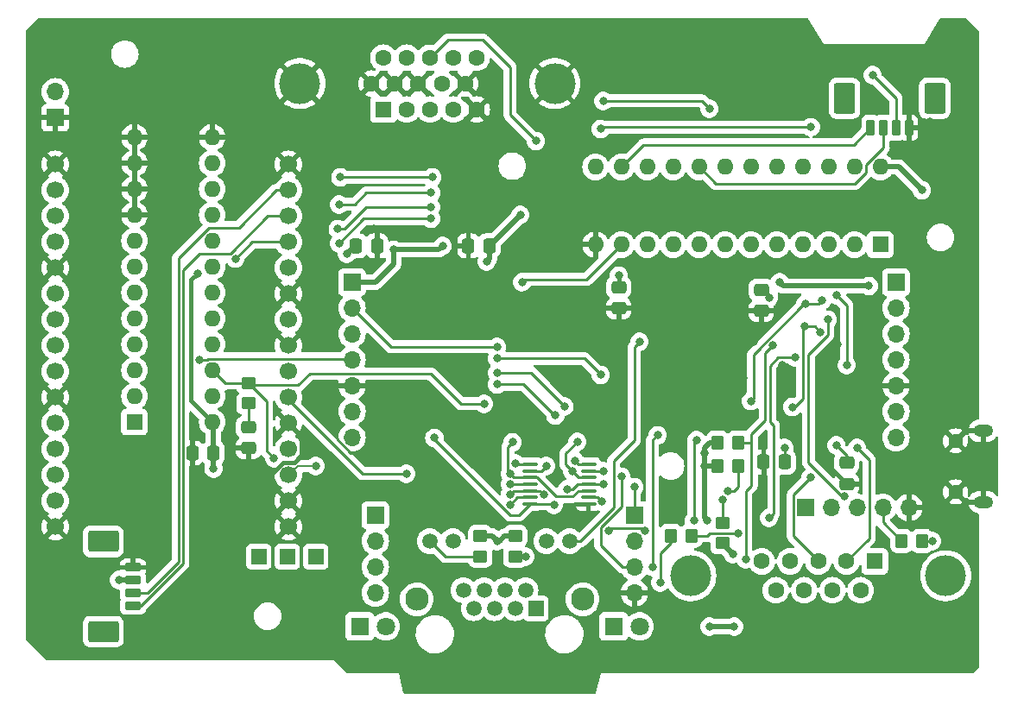
<source format=gbr>
%TF.GenerationSoftware,KiCad,Pcbnew,7.0.10*%
%TF.CreationDate,2024-02-26T12:00:29-08:00*%
%TF.ProjectId,vgaterm-bottom,76676174-6572-46d2-9d62-6f74746f6d2e,rev?*%
%TF.SameCoordinates,Original*%
%TF.FileFunction,Copper,L2,Bot*%
%TF.FilePolarity,Positive*%
%FSLAX46Y46*%
G04 Gerber Fmt 4.6, Leading zero omitted, Abs format (unit mm)*
G04 Created by KiCad (PCBNEW 7.0.10) date 2024-02-26 12:00:29*
%MOMM*%
%LPD*%
G01*
G04 APERTURE LIST*
G04 Aperture macros list*
%AMRoundRect*
0 Rectangle with rounded corners*
0 $1 Rounding radius*
0 $2 $3 $4 $5 $6 $7 $8 $9 X,Y pos of 4 corners*
0 Add a 4 corners polygon primitive as box body*
4,1,4,$2,$3,$4,$5,$6,$7,$8,$9,$2,$3,0*
0 Add four circle primitives for the rounded corners*
1,1,$1+$1,$2,$3*
1,1,$1+$1,$4,$5*
1,1,$1+$1,$6,$7*
1,1,$1+$1,$8,$9*
0 Add four rect primitives between the rounded corners*
20,1,$1+$1,$2,$3,$4,$5,0*
20,1,$1+$1,$4,$5,$6,$7,0*
20,1,$1+$1,$6,$7,$8,$9,0*
20,1,$1+$1,$8,$9,$2,$3,0*%
G04 Aperture macros list end*
%TA.AperFunction,ComponentPad*%
%ADD10R,1.700000X1.700000*%
%TD*%
%TA.AperFunction,ComponentPad*%
%ADD11O,1.700000X1.700000*%
%TD*%
%TA.AperFunction,ComponentPad*%
%ADD12R,1.500000X1.500000*%
%TD*%
%TA.AperFunction,ComponentPad*%
%ADD13C,1.500000*%
%TD*%
%TA.AperFunction,ComponentPad*%
%ADD14C,2.300000*%
%TD*%
%TA.AperFunction,ComponentPad*%
%ADD15C,4.000000*%
%TD*%
%TA.AperFunction,ComponentPad*%
%ADD16R,1.600000X1.600000*%
%TD*%
%TA.AperFunction,ComponentPad*%
%ADD17C,1.600000*%
%TD*%
%TA.AperFunction,ComponentPad*%
%ADD18R,1.800000X1.800000*%
%TD*%
%TA.AperFunction,ComponentPad*%
%ADD19C,1.800000*%
%TD*%
%TA.AperFunction,ComponentPad*%
%ADD20O,1.900000X1.200000*%
%TD*%
%TA.AperFunction,ComponentPad*%
%ADD21C,1.450000*%
%TD*%
%TA.AperFunction,ComponentPad*%
%ADD22C,1.700000*%
%TD*%
%TA.AperFunction,SMDPad,CuDef*%
%ADD23RoundRect,0.250000X-0.350000X-0.450000X0.350000X-0.450000X0.350000X0.450000X-0.350000X0.450000X0*%
%TD*%
%TA.AperFunction,SMDPad,CuDef*%
%ADD24RoundRect,0.250000X-0.450000X0.350000X-0.450000X-0.350000X0.450000X-0.350000X0.450000X0.350000X0*%
%TD*%
%TA.AperFunction,SMDPad,CuDef*%
%ADD25RoundRect,0.250000X0.475000X-0.337500X0.475000X0.337500X-0.475000X0.337500X-0.475000X-0.337500X0*%
%TD*%
%TA.AperFunction,SMDPad,CuDef*%
%ADD26RoundRect,0.250000X0.350000X0.450000X-0.350000X0.450000X-0.350000X-0.450000X0.350000X-0.450000X0*%
%TD*%
%TA.AperFunction,SMDPad,CuDef*%
%ADD27RoundRect,0.250000X-0.475000X0.337500X-0.475000X-0.337500X0.475000X-0.337500X0.475000X0.337500X0*%
%TD*%
%TA.AperFunction,SMDPad,CuDef*%
%ADD28RoundRect,0.250000X0.337500X0.475000X-0.337500X0.475000X-0.337500X-0.475000X0.337500X-0.475000X0*%
%TD*%
%TA.AperFunction,SMDPad,CuDef*%
%ADD29RoundRect,0.250000X-0.337500X-0.475000X0.337500X-0.475000X0.337500X0.475000X-0.337500X0.475000X0*%
%TD*%
%TA.AperFunction,SMDPad,CuDef*%
%ADD30RoundRect,0.200000X-0.200000X-0.600000X0.200000X-0.600000X0.200000X0.600000X-0.200000X0.600000X0*%
%TD*%
%TA.AperFunction,SMDPad,CuDef*%
%ADD31RoundRect,0.250001X-0.799999X-1.249999X0.799999X-1.249999X0.799999X1.249999X-0.799999X1.249999X0*%
%TD*%
%TA.AperFunction,ComponentPad*%
%ADD32O,1.600000X1.600000*%
%TD*%
%TA.AperFunction,SMDPad,CuDef*%
%ADD33RoundRect,0.100000X0.637500X0.100000X-0.637500X0.100000X-0.637500X-0.100000X0.637500X-0.100000X0*%
%TD*%
%TA.AperFunction,SMDPad,CuDef*%
%ADD34RoundRect,0.200000X0.600000X-0.200000X0.600000X0.200000X-0.600000X0.200000X-0.600000X-0.200000X0*%
%TD*%
%TA.AperFunction,SMDPad,CuDef*%
%ADD35RoundRect,0.250001X1.249999X-0.799999X1.249999X0.799999X-1.249999X0.799999X-1.249999X-0.799999X0*%
%TD*%
%TA.AperFunction,ViaPad*%
%ADD36C,0.800000*%
%TD*%
%TA.AperFunction,Conductor*%
%ADD37C,0.400000*%
%TD*%
%TA.AperFunction,Conductor*%
%ADD38C,0.250000*%
%TD*%
%TA.AperFunction,Conductor*%
%ADD39C,0.450000*%
%TD*%
%TA.AperFunction,Conductor*%
%ADD40C,0.500000*%
%TD*%
%TA.AperFunction,Conductor*%
%ADD41C,0.200000*%
%TD*%
G04 APERTURE END LIST*
D10*
%TO.P,J8,1,Pin_1*%
%TO.N,/S_{0}*%
X157734000Y-125476000D03*
D11*
%TO.P,J8,2,Pin_2*%
%TO.N,/S_{1}*%
X160274000Y-125476000D03*
%TO.P,J8,3,Pin_3*%
%TO.N,/S_{2}*%
X162814000Y-125476000D03*
%TO.P,J8,4,Pin_4*%
%TO.N,/S_{3}*%
X165354000Y-125476000D03*
%TO.P,J8,5,Pin_5*%
%TO.N,GND*%
X167894000Y-125476000D03*
%TD*%
D12*
%TO.P,J4,1*%
%TO.N,Net-(U1-R1IN)*%
X131318000Y-135382000D03*
D13*
%TO.P,J4,2*%
%TO.N,unconnected-(J4-Pad2)*%
X130302000Y-133602000D03*
%TO.P,J4,3*%
%TO.N,Net-(U1-T1OUT)*%
X129286000Y-135382000D03*
%TO.P,J4,4*%
%TO.N,unconnected-(J4-Pad4)*%
X128270000Y-133602000D03*
%TO.P,J4,5*%
%TO.N,unconnected-(J4-Pad5)*%
X127254000Y-135382000D03*
%TO.P,J4,6*%
%TO.N,unconnected-(J4-Pad6)*%
X126238000Y-133602000D03*
%TO.P,J4,7*%
%TO.N,unconnected-(J4-Pad7)*%
X125222000Y-135382000D03*
%TO.P,J4,8*%
%TO.N,unconnected-(J4-Pad8)*%
X124206000Y-133602000D03*
%TO.P,J4,9*%
%TO.N,/TXI_{2}*%
X134618000Y-128782000D03*
%TO.P,J4,10*%
%TO.N,Net-(J4-Pad10)*%
X132328000Y-128782000D03*
%TO.P,J4,11*%
%TO.N,/RXI_{2}*%
X123188000Y-128782000D03*
%TO.P,J4,12*%
%TO.N,Net-(J4-Pad12)*%
X120898000Y-128782000D03*
D14*
%TO.P,J4,SH*%
%TO.N,N/C*%
X135888000Y-134492000D03*
X119628000Y-134492000D03*
%TD*%
D12*
%TO.P,Clk_{pixel},1,1*%
%TO.N,/Clk_{pixel}*%
X109728000Y-130302000D03*
%TD*%
D15*
%TO.P,J3,0*%
%TO.N,N/C*%
X146504000Y-132184000D03*
X171504000Y-132184000D03*
D16*
%TO.P,J3,1,1*%
%TO.N,unconnected-(J3-Pad1)*%
X164544000Y-130764000D03*
D17*
%TO.P,J3,2,2*%
%TO.N,Net-(U1-T2OUT)*%
X161774000Y-130764000D03*
%TO.P,J3,3,3*%
%TO.N,Net-(U1-R2IN)*%
X159004000Y-130764000D03*
%TO.P,J3,4,4*%
%TO.N,unconnected-(J3-Pad4)*%
X156234000Y-130764000D03*
%TO.P,J3,5,5*%
%TO.N,unconnected-(J3-Pad5)*%
X153464000Y-130764000D03*
%TO.P,J3,6,6*%
%TO.N,unconnected-(J3-Pad6)*%
X163159000Y-133604000D03*
%TO.P,J3,7,7*%
%TO.N,unconnected-(J3-Pad7)*%
X160389000Y-133604000D03*
%TO.P,J3,8,8*%
%TO.N,unconnected-(J3-Pad8)*%
X157619000Y-133604000D03*
%TO.P,J3,9,9*%
%TO.N,unconnected-(J3-Pad9)*%
X154849000Y-133604000D03*
%TD*%
D18*
%TO.P,D1,1,K*%
%TO.N,Net-(D1-K)*%
X114046000Y-137160000D03*
D19*
%TO.P,D1,2,A*%
%TO.N,VCC*%
X116586000Y-137160000D03*
%TD*%
D10*
%TO.P,J7,1,Pin_1*%
%TO.N,/HSync*%
X166624000Y-103378000D03*
D11*
%TO.P,J7,2,Pin_2*%
%TO.N,/Vsync*%
X166624000Y-105918000D03*
%TO.P,J7,3,Pin_3*%
%TO.N,VCC*%
X166624000Y-108458000D03*
%TO.P,J7,4,Pin_4*%
%TO.N,unconnected-(J7-Pin_4-Pad4)*%
X166624000Y-110998000D03*
%TO.P,J7,5,Pin_5*%
%TO.N,GND*%
X166624000Y-113538000D03*
%TO.P,J7,6,Pin_6*%
%TO.N,unconnected-(J7-Pin_6-Pad6)*%
X166624000Y-116078000D03*
%TO.P,J7,7,Pin_7*%
%TO.N,unconnected-(J7-Pin_7-Pad7)*%
X166624000Y-118618000D03*
%TD*%
D18*
%TO.P,D2,1,K*%
%TO.N,Net-(D2-K)*%
X138938000Y-137160000D03*
D19*
%TO.P,D2,2,A*%
%TO.N,VCC*%
X141478000Y-137160000D03*
%TD*%
D20*
%TO.P,J6,6,Shield*%
%TO.N,GND*%
X175166000Y-124952000D03*
D21*
X172466000Y-123952000D03*
X172466000Y-118952000D03*
D20*
X175166000Y-117952000D03*
%TD*%
D22*
%TO.P,U4,1,GND*%
%TO.N,GND*%
X84201000Y-91821000D03*
%TO.P,U4,2,3V3*%
%TO.N,3V3*%
X84201000Y-94361000D03*
%TO.P,U4,3,3V3*%
X84201000Y-96901000D03*
%TO.P,U4,4,RST*%
%TO.N,/Rst*%
X84201000Y-99441000D03*
%TO.P,U4,5,GND*%
%TO.N,GND*%
X84201000Y-101981000D03*
%TO.P,U4,6,GPIO4/FSPIHD*%
%TO.N,/SIO3*%
X84201000Y-104521000D03*
%TO.P,U4,7,GPIO5/FSPIWP*%
%TO.N,/SIO2*%
X84201000Y-107061000D03*
%TO.P,U4,8,GPIO6/FSPICLK*%
%TO.N,/SCLK*%
X84201000Y-109601000D03*
%TO.P,U4,9,GPIO7/FSPID*%
%TO.N,/SIO0*%
X84201000Y-112141000D03*
%TO.P,U4,10,GND*%
%TO.N,GND*%
X84201000Y-114681000D03*
%TO.P,U4,11,GPIO8/RGB_LED*%
%TO.N,unconnected-(U4-GPIO8{slash}RGB_LED-Pad11)*%
X84201000Y-117221000D03*
%TO.P,U4,12,GPIO9*%
%TO.N,unconnected-(U4-GPIO9-Pad12)*%
X84201000Y-119761000D03*
%TO.P,U4,13,5V*%
%TO.N,VCC*%
X84201000Y-122301000D03*
%TO.P,U4,14,5V*%
X84201000Y-124841000D03*
%TO.P,U4,15,GND*%
%TO.N,GND*%
X84201000Y-127381000D03*
%TO.P,U4,16,GND*%
X107061000Y-127381000D03*
%TO.P,U4,17,GND*%
X107061000Y-124841000D03*
%TO.P,U4,18,GPIO19/USB_D+*%
%TO.N,/U+*%
X107061000Y-122301000D03*
%TO.P,U4,19,GPIO18/USB_D-*%
%TO.N,/U-*%
X107061000Y-119761000D03*
%TO.P,U4,20,GND*%
%TO.N,GND*%
X107061000Y-117221000D03*
%TO.P,U4,21,GPIO21/U0TXD*%
%TO.N,/Tx*%
X107061000Y-114681000D03*
%TO.P,U4,22,GPIO20/U0RXD*%
%TO.N,/Rx*%
X107061000Y-112141000D03*
%TO.P,U4,23,GND*%
%TO.N,GND*%
X107061000Y-109601000D03*
%TO.P,U4,24,GPIO10/FSPICS0*%
%TO.N,unconnected-(U4-GPIO10{slash}FSPICS0-Pad24)*%
X107061000Y-107061000D03*
%TO.P,U4,25,GND*%
%TO.N,GND*%
X107061000Y-104521000D03*
%TO.P,U4,26,GPIO3*%
%TO.N,/~{Start}*%
X107061000Y-101981000D03*
%TO.P,U4,27,GPIO2*%
%TO.N,/SIO1*%
X107061000Y-99441000D03*
%TO.P,U4,28,GPIO1*%
%TO.N,/KBRx*%
X107061000Y-96901000D03*
%TO.P,U4,29,GPIO0*%
%TO.N,/KBTx*%
X107061000Y-94361000D03*
%TO.P,U4,30,GND*%
%TO.N,GND*%
X107061000Y-91821000D03*
%TD*%
D12*
%TO.P,Vis,1,1*%
%TO.N,/Vis*%
X104140000Y-130302000D03*
%TD*%
D10*
%TO.P,J1,1,Pin_1*%
%TO.N,/S_{0}*%
X115570000Y-126238000D03*
D11*
%TO.P,J1,2,Pin_2*%
%TO.N,/TXI_{0}*%
X115570000Y-128778000D03*
%TO.P,J1,3,Pin_3*%
%TO.N,/RXI_{0}*%
X115570000Y-131318000D03*
%TO.P,J1,4,Pin_4*%
%TO.N,VCC*%
X115570000Y-133858000D03*
%TD*%
D10*
%TO.P,J12,1,Pin_1*%
%TO.N,GND*%
X84201000Y-87249000D03*
D11*
%TO.P,J12,2,Pin_2*%
%TO.N,/Rst*%
X84201000Y-84709000D03*
%TD*%
D12*
%TO.P,Clk,1,1*%
%TO.N,/Clk*%
X106934000Y-130302000D03*
%TD*%
D10*
%TO.P,J2,1,Pin_1*%
%TO.N,/S_{1}*%
X140970000Y-126238000D03*
D11*
%TO.P,J2,2,Pin_2*%
%TO.N,/TXI_{1}*%
X140970000Y-128778000D03*
%TO.P,J2,3,Pin_3*%
%TO.N,/RXI_{1}*%
X140970000Y-131318000D03*
%TO.P,J2,4,Pin_4*%
%TO.N,GND*%
X140970000Y-133858000D03*
%TD*%
D10*
%TO.P,J9,1,Pin_1*%
%TO.N,VCC*%
X113284000Y-103378000D03*
D11*
%TO.P,J9,2,Pin_2*%
%TO.N,/~{Start}*%
X113284000Y-105918000D03*
%TO.P,J9,3,Pin_3*%
%TO.N,unconnected-(J9-Pin_3-Pad3)*%
X113284000Y-108458000D03*
%TO.P,J9,4,Pin_4*%
%TO.N,/Vis*%
X113284000Y-110998000D03*
%TO.P,J9,5,Pin_5*%
%TO.N,GND*%
X113284000Y-113538000D03*
%TO.P,J9,6,Pin_6*%
%TO.N,unconnected-(J9-Pin_6-Pad6)*%
X113284000Y-116078000D03*
%TO.P,J9,7,Pin_7*%
%TO.N,/Clk*%
X113284000Y-118618000D03*
%TD*%
D15*
%TO.P,J5,0*%
%TO.N,GND*%
X133165000Y-83885331D03*
X108165000Y-83885331D03*
D16*
%TO.P,J5,1*%
%TO.N,/ARed*%
X116350000Y-86445331D03*
D17*
%TO.P,J5,2*%
%TO.N,/AGreen*%
X118640000Y-86445331D03*
%TO.P,J5,3*%
%TO.N,/ABlue*%
X120930000Y-86445331D03*
%TO.P,J5,4*%
%TO.N,unconnected-(J5-Pad4)*%
X123220000Y-86445331D03*
%TO.P,J5,5*%
%TO.N,GND*%
X125510000Y-86445331D03*
%TO.P,J5,6*%
X115205000Y-83905331D03*
%TO.P,J5,7*%
X117495000Y-83905331D03*
%TO.P,J5,8*%
X119785000Y-83905331D03*
%TO.P,J5,9*%
%TO.N,unconnected-(J5-Pad9)*%
X122075000Y-83905331D03*
%TO.P,J5,10*%
%TO.N,GND*%
X124365000Y-83905331D03*
%TO.P,J5,11*%
%TO.N,unconnected-(J5-Pad11)*%
X116350000Y-81365331D03*
%TO.P,J5,12*%
%TO.N,unconnected-(J5-Pad12)*%
X118640000Y-81365331D03*
%TO.P,J5,13*%
%TO.N,/HSync*%
X120930000Y-81365331D03*
%TO.P,J5,14*%
%TO.N,/Vsync*%
X123220000Y-81365331D03*
%TO.P,J5,15*%
%TO.N,unconnected-(J5-Pad15)*%
X125510000Y-81365331D03*
%TD*%
D23*
%TO.P,R10,1*%
%TO.N,/S_{3}*%
X167164000Y-128778000D03*
%TO.P,R10,2*%
%TO.N,VCC*%
X169164000Y-128778000D03*
%TD*%
D24*
%TO.P,R11,1*%
%TO.N,/Clk_{pixel}*%
X103124000Y-113284000D03*
%TO.P,R11,2*%
%TO.N,Net-(C11-Pad1)*%
X103124000Y-115284000D03*
%TD*%
D25*
%TO.P,C8,1*%
%TO.N,GND*%
X139446000Y-105961000D03*
%TO.P,C8,2*%
%TO.N,VCC*%
X139446000Y-103886000D03*
%TD*%
D24*
%TO.P,R2,1*%
%TO.N,VCC*%
X125857000Y-128302000D03*
%TO.P,R2,2*%
%TO.N,Net-(J4-Pad12)*%
X125857000Y-130302000D03*
%TD*%
D26*
%TO.P,R9,1*%
%TO.N,/S_{2}*%
X151130000Y-119126000D03*
%TO.P,R9,2*%
%TO.N,VCC*%
X149130000Y-119126000D03*
%TD*%
D27*
%TO.P,C12,1*%
%TO.N,VCC*%
X153416000Y-104118500D03*
%TO.P,C12,2*%
%TO.N,GND*%
X153416000Y-106193500D03*
%TD*%
D24*
%TO.P,R1,1*%
%TO.N,VCC*%
X129286000Y-128302000D03*
%TO.P,R1,2*%
%TO.N,Net-(J4-Pad10)*%
X129286000Y-130302000D03*
%TD*%
D28*
%TO.P,C6,1*%
%TO.N,GND*%
X115740000Y-99822000D03*
%TO.P,C6,2*%
%TO.N,VCC*%
X113665000Y-99822000D03*
%TD*%
D29*
%TO.P,C5,1*%
%TO.N,GND*%
X97620000Y-120142000D03*
%TO.P,C5,2*%
%TO.N,VCC*%
X99695000Y-120142000D03*
%TD*%
D30*
%TO.P,J11,1,Pin_1*%
%TO.N,/B2*%
X164134000Y-88244000D03*
%TO.P,J11,2,Pin_2*%
%TO.N,/G2*%
X165384000Y-88244000D03*
%TO.P,J11,3,Pin_3*%
%TO.N,/R2*%
X166634000Y-88244000D03*
%TO.P,J11,4,Pin_4*%
%TO.N,GND*%
X167884000Y-88244000D03*
D31*
%TO.P,J11,MP*%
%TO.N,N/C*%
X161584000Y-85344000D03*
X170434000Y-85344000D03*
%TD*%
D25*
%TO.P,C4,1*%
%TO.N,GND*%
X161798000Y-123190000D03*
%TO.P,C4,2*%
%TO.N,Net-(U1-VS-)*%
X161798000Y-121115000D03*
%TD*%
D24*
%TO.P,R7,1*%
%TO.N,/S_{0}*%
X149606000Y-127000000D03*
%TO.P,R7,2*%
%TO.N,VCC*%
X149606000Y-129000000D03*
%TD*%
D27*
%TO.P,C11,1*%
%TO.N,Net-(C11-Pad1)*%
X103124000Y-117602000D03*
%TO.P,C11,2*%
%TO.N,GND*%
X103124000Y-119677000D03*
%TD*%
D16*
%TO.P,U9,1,I1/CLK*%
%TO.N,unconnected-(U9-I1{slash}CLK-Pad1)*%
X165100000Y-99695000D03*
D32*
%TO.P,U9,2,I2*%
%TO.N,/P7*%
X162560000Y-99695000D03*
%TO.P,U9,3,I3*%
%TO.N,/P6*%
X160020000Y-99695000D03*
%TO.P,U9,4,I4/PD*%
%TO.N,/P5*%
X157480000Y-99695000D03*
%TO.P,U9,5,I5*%
%TO.N,/P4*%
X154940000Y-99695000D03*
%TO.P,U9,6,I6*%
%TO.N,/P3*%
X152400000Y-99695000D03*
%TO.P,U9,7,I7*%
%TO.N,/P2*%
X149860000Y-99695000D03*
%TO.P,U9,8,I8*%
%TO.N,/P1*%
X147320000Y-99695000D03*
%TO.P,U9,9,I9*%
%TO.N,/P0*%
X144780000Y-99695000D03*
%TO.P,U9,10,I10*%
%TO.N,unconnected-(U9-I10-Pad10)*%
X142240000Y-99695000D03*
%TO.P,U9,11,I11*%
%TO.N,/Vis*%
X139700000Y-99695000D03*
%TO.P,U9,12,GND*%
%TO.N,GND*%
X137160000Y-99695000D03*
%TO.P,U9,13,I12*%
%TO.N,unconnected-(U9-I12-Pad13)*%
X137160000Y-92075000D03*
%TO.P,U9,14,IO10*%
%TO.N,/B2*%
X139700000Y-92075000D03*
%TO.P,U9,15,IO9*%
%TO.N,/B1*%
X142240000Y-92075000D03*
%TO.P,U9,16,IO8*%
%TO.N,/B0*%
X144780000Y-92075000D03*
%TO.P,U9,17,IO7*%
%TO.N,/G2*%
X147320000Y-92075000D03*
%TO.P,U9,18,IO6*%
%TO.N,/G1*%
X149860000Y-92075000D03*
%TO.P,U9,19,IO5*%
%TO.N,/G0*%
X152400000Y-92075000D03*
%TO.P,U9,20,IO4*%
%TO.N,/R2*%
X154940000Y-92075000D03*
%TO.P,U9,21,I03*%
%TO.N,/R1*%
X157480000Y-92075000D03*
%TO.P,U9,22,IO2*%
%TO.N,/R0*%
X160020000Y-92075000D03*
%TO.P,U9,23,IO1*%
%TO.N,unconnected-(U9-IO1-Pad23)*%
X162560000Y-92075000D03*
%TO.P,U9,24,VCC*%
%TO.N,VCC*%
X165100000Y-92075000D03*
%TD*%
D29*
%TO.P,C3,1*%
%TO.N,GND*%
X153648500Y-121031000D03*
%TO.P,C3,2*%
%TO.N,Net-(U1-VS+)*%
X155723500Y-121031000D03*
%TD*%
D23*
%TO.P,R4,1*%
%TO.N,Net-(D2-K)*%
X144542000Y-128270000D03*
%TO.P,R4,2*%
%TO.N,/S_{3}*%
X146542000Y-128270000D03*
%TD*%
D16*
%TO.P,U5,1,I1/CLK*%
%TO.N,/SCLK*%
X91948000Y-117094000D03*
D32*
%TO.P,U5,2,I2*%
%TO.N,/Vis*%
X91948000Y-114554000D03*
%TO.P,U5,3,I3*%
%TO.N,/Clk*%
X91948000Y-112014000D03*
%TO.P,U5,4,I4/PD*%
%TO.N,/~{Start}*%
X91948000Y-109474000D03*
%TO.P,U5,5,I5*%
%TO.N,/SIO0*%
X91948000Y-106934000D03*
%TO.P,U5,6,I6*%
%TO.N,/SIO1*%
X91948000Y-104394000D03*
%TO.P,U5,7,I7*%
%TO.N,/SIO2*%
X91948000Y-101854000D03*
%TO.P,U5,8,I8*%
%TO.N,/SIO3*%
X91948000Y-99314000D03*
%TO.P,U5,9,I9*%
%TO.N,GND*%
X91948000Y-96774000D03*
%TO.P,U5,10,I10*%
X91948000Y-94234000D03*
%TO.P,U5,11,I11*%
X91948000Y-91694000D03*
%TO.P,U5,12,GND*%
X91948000Y-89154000D03*
%TO.P,U5,13,I12*%
X99568000Y-89154000D03*
%TO.P,U5,14,IO10*%
%TO.N,/D7*%
X99568000Y-91694000D03*
%TO.P,U5,15,IO9*%
%TO.N,/D6*%
X99568000Y-94234000D03*
%TO.P,U5,16,IO8*%
%TO.N,/D5*%
X99568000Y-96774000D03*
%TO.P,U5,17,IO7*%
%TO.N,/D4*%
X99568000Y-99314000D03*
%TO.P,U5,18,IO6*%
%TO.N,/D3*%
X99568000Y-101854000D03*
%TO.P,U5,19,IO5*%
%TO.N,/D2*%
X99568000Y-104394000D03*
%TO.P,U5,20,IO4*%
%TO.N,/D1*%
X99568000Y-106934000D03*
%TO.P,U5,21,I03*%
%TO.N,/D0*%
X99568000Y-109474000D03*
%TO.P,U5,22,IO2*%
%TO.N,/Clk_{pixel}*%
X99568000Y-112014000D03*
%TO.P,U5,23,IO1*%
%TO.N,/Half*%
X99568000Y-114554000D03*
%TO.P,U5,24,VCC*%
%TO.N,VCC*%
X99568000Y-117094000D03*
%TD*%
D33*
%TO.P,U3,1*%
%TO.N,/S_{1}*%
X136466500Y-121240000D03*
%TO.P,U3,2*%
%TO.N,/RXI_{1}*%
X136466500Y-121890000D03*
%TO.P,U3,3*%
%TO.N,/Rx*%
X136466500Y-122540000D03*
%TO.P,U3,4*%
%TO.N,/S_{1}*%
X136466500Y-123190000D03*
%TO.P,U3,5*%
%TO.N,/Tx*%
X136466500Y-123840000D03*
%TO.P,U3,6*%
%TO.N,/TXI_{1}*%
X136466500Y-124490000D03*
%TO.P,U3,7,GND*%
%TO.N,GND*%
X136466500Y-125140000D03*
%TO.P,U3,8*%
%TO.N,/Rx*%
X130741500Y-125140000D03*
%TO.P,U3,9*%
%TO.N,/RXI_{0}*%
X130741500Y-124490000D03*
%TO.P,U3,10*%
%TO.N,/S_{0}*%
X130741500Y-123840000D03*
%TO.P,U3,11*%
%TO.N,/TXI_{0}*%
X130741500Y-123190000D03*
%TO.P,U3,12*%
%TO.N,/Tx*%
X130741500Y-122540000D03*
%TO.P,U3,13*%
%TO.N,/S_{0}*%
X130741500Y-121890000D03*
%TO.P,U3,14,VCC*%
%TO.N,VCC*%
X130741500Y-121240000D03*
%TD*%
D34*
%TO.P,J13,1,Pin_1*%
%TO.N,/KBRx*%
X91800000Y-135118000D03*
%TO.P,J13,2,Pin_2*%
%TO.N,/KBTx*%
X91800000Y-133868000D03*
%TO.P,J13,3,Pin_3*%
%TO.N,VCC*%
X91800000Y-132618000D03*
%TO.P,J13,4,Pin_4*%
%TO.N,GND*%
X91800000Y-131368000D03*
D35*
%TO.P,J13,MP*%
%TO.N,N/C*%
X88900000Y-137668000D03*
X88900000Y-128818000D03*
%TD*%
D29*
%TO.P,C7,1*%
%TO.N,GND*%
X124692500Y-99822000D03*
%TO.P,C7,2*%
%TO.N,VCC*%
X126767500Y-99822000D03*
%TD*%
D26*
%TO.P,R8,1*%
%TO.N,/S_{1}*%
X151130000Y-121412000D03*
%TO.P,R8,2*%
%TO.N,VCC*%
X149130000Y-121412000D03*
%TD*%
D36*
%TO.N,GND*%
X151638000Y-112776000D03*
X160909000Y-109474000D03*
X123825000Y-118110000D03*
X115443000Y-98171000D03*
X155448000Y-111506000D03*
X122682000Y-101219000D03*
X169926000Y-87630000D03*
X97790000Y-122428000D03*
X123063000Y-98552000D03*
X170180000Y-91440000D03*
X118364000Y-108204000D03*
X95504000Y-137659000D03*
X152654000Y-109220000D03*
X138303000Y-114046000D03*
X94996000Y-122428000D03*
X169926000Y-114427000D03*
X123063000Y-91313000D03*
%TO.N,Net-(U1-VS+)*%
X155702000Y-119634000D03*
%TO.N,Net-(U1-VS-)*%
X160782000Y-119380000D03*
%TO.N,/S_{0}*%
X128778000Y-124189503D03*
X149606000Y-124714000D03*
X132080000Y-124206000D03*
X132334000Y-121412000D03*
%TO.N,/TXI_{0}*%
X128778000Y-123190000D03*
%TO.N,/RXI_{0}*%
X128778000Y-125222000D03*
%TO.N,VCC*%
X169164000Y-94361000D03*
X148082000Y-126746000D03*
X155204497Y-103388497D03*
X127508000Y-128778000D03*
X129286000Y-121158000D03*
X163957000Y-103759000D03*
X90424000Y-132588000D03*
X129794000Y-96774000D03*
X99695000Y-121666000D03*
X154178000Y-104902000D03*
X150622000Y-130048000D03*
X150749000Y-137160000D03*
X98123507Y-102544500D03*
X126492000Y-101346000D03*
X147828000Y-120142000D03*
X122174000Y-99822000D03*
X148336000Y-137160000D03*
X112776000Y-100584000D03*
X139446000Y-102743000D03*
X170180000Y-128778000D03*
X147828000Y-121412000D03*
X117348000Y-100203000D03*
%TO.N,/S_{1}*%
X140970000Y-123481500D03*
X134366000Y-123698000D03*
X135128000Y-120904000D03*
X150160424Y-123882364D03*
X137922000Y-123190000D03*
%TO.N,/TXI_{1}*%
X137795765Y-124934162D03*
%TO.N,/RXI_{1}*%
X139700000Y-122465500D03*
X137922000Y-121920000D03*
%TO.N,Net-(U1-T2OUT)*%
X162814000Y-119634000D03*
%TO.N,Net-(U1-R2IN)*%
X158242000Y-122519500D03*
%TO.N,Net-(U1-R1IN)*%
X146812000Y-126746000D03*
X147066000Y-118872000D03*
%TO.N,Net-(U1-T1OUT)*%
X142748000Y-131318000D03*
X143256000Y-118395500D03*
%TO.N,Net-(J4-Pad10)*%
X130302000Y-130302000D03*
%TO.N,/U+*%
X109728000Y-121412000D03*
%TO.N,/Tx*%
X129032000Y-119090500D03*
X159385000Y-105156000D03*
X118618000Y-122174000D03*
X128778000Y-122190497D03*
X157734000Y-105537000D03*
X152400000Y-115055500D03*
%TO.N,/Rx*%
X121360601Y-118669399D03*
X135382000Y-119054520D03*
X133096000Y-125222000D03*
X157677505Y-107743896D03*
X134874000Y-121903501D03*
X159202845Y-108261709D03*
X156464000Y-115632493D03*
%TO.N,/S_{2}*%
X154559000Y-109601000D03*
X151892000Y-130556000D03*
%TO.N,/S_{3}*%
X161564240Y-124377000D03*
X159930500Y-107061000D03*
X151130000Y-128016000D03*
%TO.N,/TXI_{3}*%
X160782000Y-104648000D03*
X161798000Y-111506000D03*
%TO.N,/TXI_{2}*%
X141478000Y-109220000D03*
%TO.N,/RXI_{2}*%
X154178000Y-126492000D03*
X141994953Y-127753047D03*
X156718000Y-110744000D03*
X138430000Y-127762000D03*
%TO.N,Net-(D2-K)*%
X143510000Y-132842000D03*
%TO.N,/ARed*%
X137668000Y-88352500D03*
X158274799Y-88170799D03*
%TO.N,/AGreen*%
X137922000Y-85598000D03*
X148336000Y-86360000D03*
%TO.N,/HSync*%
X131318000Y-89535000D03*
%TO.N,/~{Start}*%
X127508000Y-109728000D03*
%TO.N,/Vis*%
X129958500Y-103378000D03*
X98293701Y-111002299D03*
%TO.N,/R2*%
X164338000Y-83058000D03*
%TO.N,/SIO1*%
X101849701Y-101087701D03*
%TO.N,/D3*%
X121158000Y-93091000D03*
X112141000Y-93091000D03*
%TO.N,/D2*%
X121031000Y-94615000D03*
X112014000Y-95758000D03*
%TO.N,/D1*%
X121031000Y-96012000D03*
X111887000Y-98171000D03*
%TO.N,/D0*%
X121031000Y-97155000D03*
X112014000Y-99568000D03*
%TO.N,/Clk_{pixel}*%
X105626500Y-120650000D03*
X126238000Y-115316000D03*
%TO.N,/Q0*%
X137668000Y-112484500D03*
X127508000Y-110871000D03*
%TO.N,/Q1*%
X134116299Y-115574299D03*
X127508000Y-112268000D03*
%TO.N,/Q2*%
X133227299Y-116463299D03*
X127508000Y-113411000D03*
%TD*%
D37*
%TO.N,GND*%
X108311000Y-118471000D02*
X108311000Y-120343894D01*
X107061000Y-117221000D02*
X108236000Y-118396000D01*
X108311000Y-120343894D02*
X107603894Y-121051000D01*
X108236000Y-118396000D02*
X108311000Y-118471000D01*
D38*
X113146299Y-120142000D02*
X111760000Y-118755701D01*
D37*
X106533000Y-121051000D02*
X105410000Y-122174000D01*
X105410000Y-122174000D02*
X105410000Y-122936000D01*
D38*
X153670000Y-121052500D02*
X153648500Y-121031000D01*
X113538000Y-120142000D02*
X113146299Y-120142000D01*
D39*
X136466500Y-125140000D02*
X135128000Y-125140000D01*
D37*
X153670000Y-122428000D02*
X153670000Y-121052500D01*
D38*
X111760000Y-118755701D02*
X111760000Y-118110000D01*
D40*
X115740000Y-99822000D02*
X115740000Y-100287000D01*
D37*
X107603894Y-121051000D02*
X106533000Y-121051000D01*
X161798000Y-123190000D02*
X160020000Y-121412000D01*
D38*
%TO.N,Net-(U1-VS+)*%
X155702000Y-121009500D02*
X155723500Y-121031000D01*
X155702000Y-119634000D02*
X155702000Y-121009500D01*
%TO.N,Net-(U1-VS-)*%
X160782000Y-119380000D02*
X161798000Y-120396000D01*
X161798000Y-120396000D02*
X161798000Y-121115000D01*
%TO.N,/S_{0}*%
X131856000Y-121890000D02*
X130741500Y-121890000D01*
X131714000Y-123840000D02*
X132080000Y-124206000D01*
X130741500Y-123840000D02*
X131714000Y-123840000D01*
X149606000Y-127000000D02*
X149606000Y-124714000D01*
X129127503Y-123840000D02*
X128778000Y-124189503D01*
X132334000Y-121412000D02*
X131856000Y-121890000D01*
X130741500Y-123840000D02*
X129127503Y-123840000D01*
%TO.N,/TXI_{0}*%
X128778000Y-123190000D02*
X130741500Y-123190000D01*
%TO.N,/RXI_{0}*%
X128778000Y-125222000D02*
X129510000Y-124490000D01*
X129510000Y-124490000D02*
X130741500Y-124490000D01*
%TO.N,VCC*%
X169164000Y-128778000D02*
X170180000Y-128778000D01*
X153416000Y-104118500D02*
X153416000Y-104140000D01*
D40*
X127000000Y-128270000D02*
X126968000Y-128302000D01*
D37*
X97568701Y-115094701D02*
X97493701Y-115019701D01*
D40*
X99695000Y-120142000D02*
X99695000Y-121666000D01*
X127762000Y-128778000D02*
X127508000Y-128778000D01*
D38*
X149606000Y-129000000D02*
X149606000Y-129032000D01*
X129368000Y-121240000D02*
X129286000Y-121158000D01*
D40*
X128238000Y-128302000D02*
X127762000Y-128778000D01*
X129286000Y-128302000D02*
X128238000Y-128302000D01*
X113284000Y-103378000D02*
X115570000Y-103378000D01*
D37*
X97493701Y-103174306D02*
X98123507Y-102544500D01*
D40*
X126968000Y-128302000D02*
X125857000Y-128302000D01*
X126767500Y-99822000D02*
X126767500Y-99800500D01*
X126492000Y-101346000D02*
X126746000Y-101092000D01*
D38*
X99695000Y-117221000D02*
X99568000Y-117094000D01*
D40*
X147828000Y-121412000D02*
X147828000Y-120142000D01*
X149130000Y-121412000D02*
X147828000Y-121412000D01*
X117348000Y-101600000D02*
X117348000Y-100203000D01*
X126767500Y-99800500D02*
X129794000Y-96774000D01*
X115570000Y-103378000D02*
X117348000Y-101600000D01*
D37*
X99568000Y-117094000D02*
X97568701Y-115094701D01*
D40*
X113538000Y-99822000D02*
X112776000Y-100584000D01*
X126746000Y-101092000D02*
X126746000Y-100838000D01*
D39*
X139446000Y-103886000D02*
X139446000Y-102743000D01*
D37*
X97493701Y-115019701D02*
X97493701Y-103174306D01*
D40*
X117348000Y-100203000D02*
X121793000Y-100203000D01*
D38*
X113665000Y-99822000D02*
X113538000Y-99822000D01*
D40*
X147828000Y-120142000D02*
X147828000Y-119634000D01*
X147828000Y-126492000D02*
X148082000Y-126746000D01*
X121793000Y-100203000D02*
X122174000Y-99822000D01*
X147828000Y-121412000D02*
X147828000Y-126492000D01*
X148336000Y-119126000D02*
X149130000Y-119126000D01*
X165100000Y-92075000D02*
X166878000Y-92075000D01*
X156464000Y-103759000D02*
X155575000Y-103759000D01*
D38*
X126746000Y-100838000D02*
X126767500Y-100816500D01*
D40*
X163957000Y-103759000D02*
X156464000Y-103759000D01*
X155575000Y-103759000D02*
X155204497Y-103388497D01*
X149606000Y-129032000D02*
X150622000Y-130048000D01*
D38*
X130741500Y-121240000D02*
X129368000Y-121240000D01*
D40*
X126767500Y-100816500D02*
X126767500Y-99822000D01*
D38*
X153416000Y-104140000D02*
X154178000Y-104902000D01*
D40*
X166878000Y-92075000D02*
X169164000Y-94361000D01*
D38*
X90454000Y-132618000D02*
X90424000Y-132588000D01*
D40*
X148336000Y-137160000D02*
X150749000Y-137160000D01*
X99695000Y-120142000D02*
X99695000Y-117221000D01*
X127508000Y-128778000D02*
X127000000Y-128270000D01*
X91800000Y-132618000D02*
X90454000Y-132618000D01*
X147828000Y-119634000D02*
X148336000Y-119126000D01*
D38*
%TO.N,/S_{1}*%
X136466500Y-123190000D02*
X137922000Y-123190000D01*
X134874000Y-123698000D02*
X135382000Y-123190000D01*
X134366000Y-123698000D02*
X134874000Y-123698000D01*
X151130000Y-123444000D02*
X151130000Y-121412000D01*
X135464000Y-121240000D02*
X135128000Y-120904000D01*
X150160424Y-123882364D02*
X150691636Y-123882364D01*
X140970000Y-126238000D02*
X140970000Y-123481500D01*
X136466500Y-121240000D02*
X135464000Y-121240000D01*
X135382000Y-123190000D02*
X136466500Y-123190000D01*
X150691636Y-123882364D02*
X151130000Y-123444000D01*
%TO.N,/TXI_{1}*%
X137351603Y-124490000D02*
X137795765Y-124934162D01*
X136466500Y-124490000D02*
X137351603Y-124490000D01*
%TO.N,/RXI_{1}*%
X139700000Y-125397056D02*
X139700000Y-122465500D01*
X136466500Y-121890000D02*
X137892000Y-121890000D01*
X137892000Y-121890000D02*
X137922000Y-121920000D01*
X139767919Y-131318000D02*
X137668000Y-129218081D01*
X137668000Y-129218081D02*
X137668000Y-127429056D01*
X140970000Y-131318000D02*
X139767919Y-131318000D01*
X137668000Y-127429056D02*
X139700000Y-125397056D01*
%TO.N,Net-(U1-T2OUT)*%
X161774000Y-130764000D02*
X163989000Y-128549000D01*
X163989000Y-128549000D02*
X163989000Y-120809000D01*
X163989000Y-120809000D02*
X162814000Y-119634000D01*
%TO.N,Net-(U1-R2IN)*%
X159004000Y-130764000D02*
X156559000Y-128319000D01*
X156559000Y-128319000D02*
X156559000Y-124202500D01*
X156559000Y-124202500D02*
X158242000Y-122519500D01*
%TO.N,Net-(U1-R1IN)*%
X146812000Y-126746000D02*
X146812000Y-120650000D01*
X146812000Y-120650000D02*
X146812000Y-119126000D01*
X146812000Y-119126000D02*
X147066000Y-118872000D01*
%TO.N,Net-(U1-T1OUT)*%
X143224500Y-118395500D02*
X143256000Y-118395500D01*
X142748000Y-118872000D02*
X143224500Y-118395500D01*
X142748000Y-131318000D02*
X142748000Y-118872000D01*
%TO.N,Net-(J4-Pad10)*%
X130302000Y-130302000D02*
X129286000Y-130302000D01*
%TO.N,Net-(J4-Pad12)*%
X125857000Y-130302000D02*
X122418000Y-130302000D01*
X122418000Y-130302000D02*
X120898000Y-128782000D01*
D41*
%TO.N,/U+*%
X109728000Y-121412000D02*
X107950000Y-121412000D01*
X107950000Y-121412000D02*
X107061000Y-122301000D01*
D38*
%TO.N,/Tx*%
X152654000Y-110480695D02*
X157597695Y-105537000D01*
X131439305Y-122540000D02*
X133322305Y-124423000D01*
X128778000Y-122190497D02*
X129127503Y-122540000D01*
X128561000Y-119561500D02*
X129032000Y-119090500D01*
X135494000Y-123840000D02*
X136466500Y-123840000D01*
X128561000Y-121973497D02*
X128561000Y-120613000D01*
X130741500Y-122540000D02*
X131439305Y-122540000D01*
X128778000Y-122190497D02*
X128561000Y-121973497D01*
X134911000Y-124423000D02*
X135494000Y-123840000D01*
X152654000Y-114801500D02*
X152400000Y-115055500D01*
X133322305Y-124423000D02*
X134911000Y-124423000D01*
X129127503Y-122540000D02*
X130741500Y-122540000D01*
X107061000Y-114681000D02*
X107061000Y-114945701D01*
X107061000Y-114945701D02*
X114289299Y-122174000D01*
X157597695Y-105537000D02*
X157734000Y-105537000D01*
X152654000Y-114300000D02*
X152654000Y-114801500D01*
X157734000Y-105537000D02*
X159004000Y-105537000D01*
X114289299Y-122174000D02*
X118618000Y-122174000D01*
X128561000Y-120613000D02*
X128561000Y-119561500D01*
X152654000Y-114300000D02*
X152654000Y-110480695D01*
X159004000Y-105537000D02*
X159385000Y-105156000D01*
%TO.N,/Rx*%
X121360601Y-118829906D02*
X121360601Y-118669399D01*
X130741500Y-125140000D02*
X133014000Y-125140000D01*
X135510499Y-122540000D02*
X134874000Y-121903501D01*
X134254758Y-121284259D02*
X134254758Y-120751937D01*
X158685032Y-107743896D02*
X159202845Y-108261709D01*
X128768695Y-126238000D02*
X121360601Y-118829906D01*
X157480000Y-107941401D02*
X157677505Y-107743896D01*
X129643500Y-126238000D02*
X128768695Y-126238000D01*
X156655507Y-115632493D02*
X157480000Y-114808000D01*
X134254758Y-120751937D02*
X134254758Y-120181762D01*
X157677505Y-107743896D02*
X158685032Y-107743896D01*
X156464000Y-115632493D02*
X156655507Y-115632493D01*
X136466500Y-122540000D02*
X135510499Y-122540000D01*
X157480000Y-114808000D02*
X157480000Y-107941401D01*
X134254758Y-120181762D02*
X135382000Y-119054520D01*
X133014000Y-125140000D02*
X133096000Y-125222000D01*
X129643500Y-126238000D02*
X130741500Y-125140000D01*
X134254758Y-121284259D02*
X134874000Y-121903501D01*
%TO.N,/S_{2}*%
X152439000Y-118325000D02*
X153797000Y-116967000D01*
X151892000Y-130556000D02*
X151892000Y-123903000D01*
X151892000Y-123903000D02*
X152439000Y-123356000D01*
X152439000Y-119126000D02*
X151130000Y-119126000D01*
X153797000Y-110363000D02*
X154559000Y-109601000D01*
X152439000Y-123356000D02*
X152439000Y-119126000D01*
X153797000Y-116967000D02*
X153797000Y-110363000D01*
X152439000Y-119126000D02*
X152439000Y-118325000D01*
%TO.N,/S_{3}*%
X165354000Y-125476000D02*
X165354000Y-126968000D01*
X159930500Y-108559359D02*
X159930500Y-107061000D01*
X148336000Y-128016000D02*
X148082000Y-128270000D01*
X158025000Y-110464859D02*
X159930500Y-108559359D01*
X161564240Y-124377000D02*
X161461159Y-124273919D01*
X161564240Y-124377000D02*
X161667321Y-124273919D01*
X165354000Y-126968000D02*
X167164000Y-128778000D01*
X161352400Y-124377000D02*
X158025000Y-121049600D01*
X161564240Y-124377000D02*
X161352400Y-124377000D01*
X148082000Y-128270000D02*
X146542000Y-128270000D01*
X158025000Y-121049600D02*
X158025000Y-110464859D01*
X151130000Y-128016000D02*
X148336000Y-128016000D01*
%TO.N,/TXI_{3}*%
X161798000Y-105664000D02*
X161798000Y-111506000D01*
X160782000Y-104648000D02*
X161798000Y-105664000D01*
%TO.N,/TXI_{2}*%
X138938000Y-125522660D02*
X138938000Y-120904000D01*
X138938000Y-120904000D02*
X140970000Y-118872000D01*
X140970000Y-118872000D02*
X140970000Y-109728000D01*
X135678660Y-128782000D02*
X138938000Y-125522660D01*
X134618000Y-128782000D02*
X135678660Y-128782000D01*
X140970000Y-109728000D02*
X141478000Y-109220000D01*
%TO.N,/RXI_{2}*%
X141753818Y-127511912D02*
X141994953Y-127753047D01*
X138680088Y-127511912D02*
X141753818Y-127511912D01*
X155067000Y-110744000D02*
X156718000Y-110744000D01*
X138430000Y-127762000D02*
X138680088Y-127511912D01*
X154622941Y-117469941D02*
X154247000Y-117094000D01*
X154247000Y-117094000D02*
X154247000Y-111564000D01*
X154622941Y-126047059D02*
X154622941Y-117469941D01*
X154247000Y-111564000D02*
X155067000Y-110744000D01*
X154178000Y-126492000D02*
X154622941Y-126047059D01*
%TO.N,Net-(D2-K)*%
X143510000Y-130002000D02*
X143510000Y-132842000D01*
X144542000Y-128970000D02*
X144542000Y-128270000D01*
X144542000Y-128970000D02*
X143510000Y-130002000D01*
%TO.N,/ARed*%
X137849701Y-88170799D02*
X137668000Y-88352500D01*
X158274799Y-88170799D02*
X137849701Y-88170799D01*
%TO.N,/AGreen*%
X137922000Y-85598000D02*
X147574000Y-85598000D01*
X147574000Y-85598000D02*
X148336000Y-86360000D01*
%TO.N,/HSync*%
X128778000Y-82296000D02*
X128778000Y-86995000D01*
X120930000Y-81365331D02*
X122666331Y-79629000D01*
X122666331Y-79629000D02*
X126111000Y-79629000D01*
X128778000Y-86995000D02*
X131318000Y-89535000D01*
X126111000Y-79629000D02*
X128778000Y-82296000D01*
%TO.N,/~{Start}*%
X117094000Y-109728000D02*
X113284000Y-105918000D01*
X127508000Y-109728000D02*
X117094000Y-109728000D01*
%TO.N,/Vis*%
X99055701Y-111002299D02*
X98293701Y-111002299D01*
X129958500Y-103378000D02*
X130212500Y-103124000D01*
X136271000Y-103124000D02*
X139700000Y-99695000D01*
X113284000Y-110998000D02*
X113175000Y-110889000D01*
X99169000Y-110889000D02*
X99055701Y-111002299D01*
X113175000Y-110889000D02*
X99169000Y-110889000D01*
X130212500Y-103124000D02*
X136271000Y-103124000D01*
%TO.N,/R2*%
X166634000Y-85354000D02*
X164338000Y-83058000D01*
X166634000Y-88244000D02*
X166634000Y-85354000D01*
%TO.N,/G2*%
X148971000Y-93726000D02*
X147320000Y-92075000D01*
X165384000Y-88244000D02*
X165384000Y-90200009D01*
X163685000Y-92601000D02*
X162560000Y-93726000D01*
X162560000Y-93726000D02*
X148971000Y-93726000D01*
X165384000Y-90200009D02*
X163685000Y-91899009D01*
X163685000Y-91899009D02*
X163685000Y-92601000D01*
%TO.N,/B2*%
X164134000Y-88244000D02*
X162462000Y-89916000D01*
X141859000Y-89916000D02*
X139700000Y-92075000D01*
X162462000Y-89916000D02*
X141859000Y-89916000D01*
%TO.N,/SIO1*%
X101849701Y-101087701D02*
X103496402Y-99441000D01*
X103496402Y-99441000D02*
X107061000Y-99441000D01*
%TO.N,/D3*%
X112141000Y-93091000D02*
X121158000Y-93091000D01*
%TO.N,/D2*%
X113538000Y-95758000D02*
X114681000Y-94615000D01*
X114681000Y-94615000D02*
X121031000Y-94615000D01*
X112014000Y-95758000D02*
X113538000Y-95758000D01*
%TO.N,/D1*%
X114681000Y-96012000D02*
X121031000Y-96012000D01*
X111887000Y-98171000D02*
X112522000Y-98171000D01*
X112522000Y-98171000D02*
X114681000Y-96012000D01*
%TO.N,/D0*%
X114427000Y-97155000D02*
X121031000Y-97155000D01*
X112014000Y-99568000D02*
X114427000Y-97155000D01*
%TO.N,/Clk_{pixel}*%
X103124000Y-113284000D02*
X104902000Y-115062000D01*
X109125000Y-112363000D02*
X107982000Y-113506000D01*
X126238000Y-115316000D02*
X123952000Y-115316000D01*
X120999000Y-112363000D02*
X109125000Y-112363000D01*
X104902000Y-119925500D02*
X104902000Y-115062000D01*
X103346000Y-113506000D02*
X103124000Y-113284000D01*
X103124000Y-113284000D02*
X100902000Y-113284000D01*
X107982000Y-113506000D02*
X103346000Y-113506000D01*
X123952000Y-115316000D02*
X120999000Y-112363000D01*
X100902000Y-113284000D02*
X100870000Y-113316000D01*
X105626500Y-120650000D02*
X104902000Y-119925500D01*
X99568000Y-112014000D02*
X100870000Y-113316000D01*
%TO.N,/Q0*%
X127508000Y-110871000D02*
X136054500Y-110871000D01*
X136054500Y-110871000D02*
X137668000Y-112484500D01*
%TO.N,/Q1*%
X127508000Y-112268000D02*
X130810000Y-112268000D01*
X130810000Y-112268000D02*
X134116299Y-115574299D01*
%TO.N,/Q2*%
X127508000Y-113411000D02*
X130107866Y-113411000D01*
X132977904Y-116281038D02*
X133045038Y-116281038D01*
X130107866Y-113411000D02*
X132977904Y-116281038D01*
X133045038Y-116281038D02*
X133227299Y-116463299D01*
%TO.N,/KBRx*%
X98298000Y-100584000D02*
X101328097Y-100584000D01*
X92600000Y-135118000D02*
X96707500Y-131010500D01*
X96707500Y-131010500D02*
X96707500Y-102174500D01*
X105011097Y-96901000D02*
X107061000Y-96901000D01*
X91800000Y-135118000D02*
X92600000Y-135118000D01*
X96707500Y-102174500D02*
X98298000Y-100584000D01*
X101328097Y-100584000D02*
X105011097Y-96901000D01*
%TO.N,/KBTx*%
X96257500Y-101033509D02*
X99247009Y-98044000D01*
X96257500Y-130818500D02*
X96257500Y-101033509D01*
X105858919Y-94361000D02*
X107061000Y-94361000D01*
X99247009Y-98044000D02*
X102175919Y-98044000D01*
X102175919Y-98044000D02*
X105858919Y-94361000D01*
X93208000Y-133868000D02*
X96257500Y-130818500D01*
X91800000Y-133868000D02*
X93208000Y-133868000D01*
%TO.N,Net-(C11-Pad1)*%
X103124000Y-117602000D02*
X103124000Y-115284000D01*
%TD*%
%TA.AperFunction,Conductor*%
%TO.N,GND*%
G36*
X106601507Y-117430844D02*
G01*
X106679239Y-117551798D01*
X106787900Y-117645952D01*
X106918685Y-117705680D01*
X106928466Y-117707086D01*
X106299625Y-118335925D01*
X106375594Y-118389119D01*
X106419219Y-118443696D01*
X106426413Y-118513194D01*
X106394890Y-118575549D01*
X106375595Y-118592269D01*
X106189594Y-118722508D01*
X106022505Y-118889597D01*
X105886965Y-119083169D01*
X105886964Y-119083171D01*
X105787098Y-119297335D01*
X105787094Y-119297344D01*
X105771275Y-119356385D01*
X105734910Y-119416046D01*
X105672063Y-119446575D01*
X105602688Y-119438280D01*
X105548810Y-119393795D01*
X105527535Y-119327243D01*
X105527500Y-119324292D01*
X105527500Y-117655774D01*
X105547185Y-117588735D01*
X105599989Y-117542980D01*
X105669147Y-117533036D01*
X105732703Y-117562061D01*
X105770477Y-117620839D01*
X105771275Y-117623681D01*
X105787566Y-117684483D01*
X105787570Y-117684492D01*
X105887400Y-117898579D01*
X105887402Y-117898583D01*
X105946072Y-117982373D01*
X105946073Y-117982373D01*
X106577923Y-117350523D01*
X106601507Y-117430844D01*
G37*
%TD.AperFunction*%
%TA.AperFunction,Conductor*%
G36*
X111939054Y-113008185D02*
G01*
X111984809Y-113060989D01*
X111994753Y-113130147D01*
X111991790Y-113144594D01*
X111953364Y-113287999D01*
X111953364Y-113288000D01*
X112850314Y-113288000D01*
X112824507Y-113328156D01*
X112784000Y-113466111D01*
X112784000Y-113609889D01*
X112824507Y-113747844D01*
X112850314Y-113788000D01*
X111953364Y-113788000D01*
X112010567Y-114001486D01*
X112010570Y-114001492D01*
X112110399Y-114215578D01*
X112245894Y-114409082D01*
X112412917Y-114576105D01*
X112598595Y-114706119D01*
X112642219Y-114760696D01*
X112649412Y-114830195D01*
X112617890Y-114892549D01*
X112598595Y-114909269D01*
X112412594Y-115039508D01*
X112245505Y-115206597D01*
X112109965Y-115400169D01*
X112109964Y-115400171D01*
X112010098Y-115614335D01*
X112010094Y-115614344D01*
X111948938Y-115842586D01*
X111948936Y-115842596D01*
X111928341Y-116077999D01*
X111928341Y-116078000D01*
X111948936Y-116313403D01*
X111948938Y-116313413D01*
X112010094Y-116541655D01*
X112010096Y-116541659D01*
X112010097Y-116541663D01*
X112094929Y-116723585D01*
X112109965Y-116755830D01*
X112109967Y-116755834D01*
X112245501Y-116949395D01*
X112245506Y-116949402D01*
X112412597Y-117116493D01*
X112412603Y-117116498D01*
X112598158Y-117246425D01*
X112641783Y-117301002D01*
X112648977Y-117370500D01*
X112617454Y-117432855D01*
X112598158Y-117449575D01*
X112412597Y-117579505D01*
X112245505Y-117746597D01*
X112109965Y-117940169D01*
X112109964Y-117940171D01*
X112010098Y-118154335D01*
X112010094Y-118154344D01*
X111948938Y-118382586D01*
X111948936Y-118382596D01*
X111928341Y-118617999D01*
X111928341Y-118618004D01*
X111928413Y-118618828D01*
X111928341Y-118619186D01*
X111928341Y-118623414D01*
X111927491Y-118623414D01*
X111914646Y-118687327D01*
X111866030Y-118737510D01*
X111798001Y-118753442D01*
X111732157Y-118730066D01*
X111717204Y-118717314D01*
X108335763Y-115335873D01*
X108302278Y-115274550D01*
X108307262Y-115204858D01*
X108311050Y-115195813D01*
X108334903Y-115144663D01*
X108396063Y-114916408D01*
X108416659Y-114681000D01*
X108414945Y-114661415D01*
X108405548Y-114554000D01*
X108396063Y-114445592D01*
X108345275Y-114256048D01*
X108334905Y-114217344D01*
X108334904Y-114217343D01*
X108334903Y-114217337D01*
X108311750Y-114167687D01*
X108301259Y-114098610D01*
X108329779Y-114034826D01*
X108361014Y-114008550D01*
X108362746Y-114007525D01*
X108368420Y-114004170D01*
X108382589Y-113989999D01*
X108397379Y-113977368D01*
X108413587Y-113965594D01*
X108441438Y-113931926D01*
X108449279Y-113923309D01*
X109347772Y-113024819D01*
X109409095Y-112991334D01*
X109435453Y-112988500D01*
X111872015Y-112988500D01*
X111939054Y-113008185D01*
G37*
%TD.AperFunction*%
%TA.AperFunction,Conductor*%
G36*
X105743431Y-115040519D02*
G01*
X105773543Y-115094080D01*
X105787094Y-115144655D01*
X105787096Y-115144659D01*
X105787097Y-115144663D01*
X105866993Y-115316000D01*
X105886965Y-115358830D01*
X105886967Y-115358834D01*
X105988793Y-115504256D01*
X106022505Y-115552401D01*
X106189599Y-115719495D01*
X106375594Y-115849730D01*
X106419218Y-115904307D01*
X106426411Y-115973806D01*
X106394889Y-116036160D01*
X106375593Y-116052880D01*
X106299626Y-116106072D01*
X106299625Y-116106072D01*
X106928466Y-116734913D01*
X106918685Y-116736320D01*
X106787900Y-116796048D01*
X106679239Y-116890202D01*
X106601507Y-117011156D01*
X106577923Y-117091476D01*
X105946072Y-116459625D01*
X105887401Y-116543419D01*
X105787570Y-116757507D01*
X105787566Y-116757516D01*
X105771275Y-116818318D01*
X105734910Y-116877979D01*
X105672063Y-116908508D01*
X105602688Y-116900213D01*
X105548810Y-116855728D01*
X105527535Y-116789176D01*
X105527500Y-116786225D01*
X105527500Y-115144742D01*
X105529224Y-115129126D01*
X105528938Y-115129099D01*
X105529671Y-115121339D01*
X105529673Y-115121333D01*
X105529672Y-115121326D01*
X105530318Y-115114502D01*
X105556225Y-115049613D01*
X105613101Y-115009031D01*
X105682889Y-115005641D01*
X105743431Y-115040519D01*
G37*
%TD.AperFunction*%
%TA.AperFunction,Conductor*%
G36*
X105852812Y-100086185D02*
G01*
X105887348Y-100119377D01*
X106022501Y-100312396D01*
X106022506Y-100312402D01*
X106189597Y-100479493D01*
X106189603Y-100479498D01*
X106375158Y-100609425D01*
X106418783Y-100664002D01*
X106425977Y-100733500D01*
X106394454Y-100795855D01*
X106375158Y-100812575D01*
X106189597Y-100942505D01*
X106022505Y-101109597D01*
X105886965Y-101303169D01*
X105886964Y-101303171D01*
X105787098Y-101517335D01*
X105787094Y-101517344D01*
X105725938Y-101745586D01*
X105725936Y-101745596D01*
X105705341Y-101980999D01*
X105705341Y-101981000D01*
X105725936Y-102216403D01*
X105725938Y-102216413D01*
X105787094Y-102444655D01*
X105787096Y-102444659D01*
X105787097Y-102444663D01*
X105855420Y-102591181D01*
X105886965Y-102658830D01*
X105886967Y-102658834D01*
X105995281Y-102813521D01*
X106022505Y-102852401D01*
X106189599Y-103019495D01*
X106340253Y-103124984D01*
X106375594Y-103149730D01*
X106419218Y-103204307D01*
X106426411Y-103273806D01*
X106394889Y-103336160D01*
X106375593Y-103352880D01*
X106299626Y-103406072D01*
X106299625Y-103406072D01*
X106928466Y-104034913D01*
X106918685Y-104036320D01*
X106787900Y-104096048D01*
X106679239Y-104190202D01*
X106601507Y-104311156D01*
X106577923Y-104391476D01*
X105946072Y-103759625D01*
X105887401Y-103843419D01*
X105787570Y-104057507D01*
X105787566Y-104057516D01*
X105726432Y-104285673D01*
X105726430Y-104285684D01*
X105705843Y-104520998D01*
X105705843Y-104521001D01*
X105726430Y-104756315D01*
X105726432Y-104756326D01*
X105787566Y-104984483D01*
X105787570Y-104984492D01*
X105887400Y-105198579D01*
X105887402Y-105198583D01*
X105946072Y-105282373D01*
X105946073Y-105282373D01*
X106577923Y-104650523D01*
X106601507Y-104730844D01*
X106679239Y-104851798D01*
X106787900Y-104945952D01*
X106918685Y-105005680D01*
X106928466Y-105007086D01*
X106299625Y-105635925D01*
X106375594Y-105689119D01*
X106419219Y-105743696D01*
X106426413Y-105813194D01*
X106394890Y-105875549D01*
X106375595Y-105892269D01*
X106189594Y-106022508D01*
X106022505Y-106189597D01*
X105886965Y-106383169D01*
X105886964Y-106383171D01*
X105787098Y-106597335D01*
X105787094Y-106597344D01*
X105725938Y-106825586D01*
X105725936Y-106825596D01*
X105705341Y-107060999D01*
X105705341Y-107061000D01*
X105725936Y-107296403D01*
X105725938Y-107296413D01*
X105787094Y-107524655D01*
X105787096Y-107524659D01*
X105787097Y-107524663D01*
X105886965Y-107738830D01*
X105886967Y-107738834D01*
X105915912Y-107780171D01*
X106022505Y-107932401D01*
X106189599Y-108099495D01*
X106375158Y-108229425D01*
X106375594Y-108229730D01*
X106419218Y-108284307D01*
X106426411Y-108353806D01*
X106394889Y-108416160D01*
X106375593Y-108432880D01*
X106299626Y-108486072D01*
X106299625Y-108486072D01*
X106928466Y-109114913D01*
X106918685Y-109116320D01*
X106787900Y-109176048D01*
X106679239Y-109270202D01*
X106601507Y-109391156D01*
X106577923Y-109471476D01*
X105946072Y-108839625D01*
X105887401Y-108923419D01*
X105787570Y-109137507D01*
X105787566Y-109137516D01*
X105726432Y-109365673D01*
X105726430Y-109365684D01*
X105705843Y-109600998D01*
X105705843Y-109601001D01*
X105726430Y-109836315D01*
X105726432Y-109836326D01*
X105787566Y-110064483D01*
X105787568Y-110064487D01*
X105798110Y-110087094D01*
X105808602Y-110156171D01*
X105780083Y-110219956D01*
X105721607Y-110258196D01*
X105685728Y-110263500D01*
X100829434Y-110263500D01*
X100762395Y-110243815D01*
X100716640Y-110191011D01*
X100706696Y-110121853D01*
X100717052Y-110087095D01*
X100794739Y-109920496D01*
X100853635Y-109700692D01*
X100873468Y-109474000D01*
X100853635Y-109247308D01*
X100794739Y-109027504D01*
X100698568Y-108821266D01*
X100568047Y-108634861D01*
X100568045Y-108634858D01*
X100407141Y-108473954D01*
X100220734Y-108343432D01*
X100220728Y-108343429D01*
X100162725Y-108316382D01*
X100110285Y-108270210D01*
X100091133Y-108203017D01*
X100111348Y-108136135D01*
X100162725Y-108091618D01*
X100220734Y-108064568D01*
X100407139Y-107934047D01*
X100568047Y-107773139D01*
X100698568Y-107586734D01*
X100794739Y-107380496D01*
X100853635Y-107160692D01*
X100873468Y-106934000D01*
X100868984Y-106882753D01*
X100863984Y-106825596D01*
X100853635Y-106707308D01*
X100794739Y-106487504D01*
X100698568Y-106281266D01*
X100568047Y-106094861D01*
X100568045Y-106094858D01*
X100407141Y-105933954D01*
X100220734Y-105803432D01*
X100220728Y-105803429D01*
X100162725Y-105776382D01*
X100110285Y-105730210D01*
X100091133Y-105663017D01*
X100111348Y-105596135D01*
X100162725Y-105551618D01*
X100220734Y-105524568D01*
X100407139Y-105394047D01*
X100568047Y-105233139D01*
X100698568Y-105046734D01*
X100794739Y-104840496D01*
X100853635Y-104620692D01*
X100873468Y-104394000D01*
X100873144Y-104390302D01*
X100866220Y-104311156D01*
X100853635Y-104167308D01*
X100798495Y-103961522D01*
X100794741Y-103947511D01*
X100794738Y-103947502D01*
X100707129Y-103759625D01*
X100698568Y-103741266D01*
X100579168Y-103570744D01*
X100568045Y-103554858D01*
X100407141Y-103393954D01*
X100220734Y-103263432D01*
X100220728Y-103263429D01*
X100162725Y-103236382D01*
X100110285Y-103190210D01*
X100091133Y-103123017D01*
X100111348Y-103056135D01*
X100162725Y-103011618D01*
X100166806Y-103009715D01*
X100220734Y-102984568D01*
X100407139Y-102854047D01*
X100568047Y-102693139D01*
X100698568Y-102506734D01*
X100794739Y-102300496D01*
X100853635Y-102080692D01*
X100873468Y-101854000D01*
X100854554Y-101637819D01*
X100868320Y-101569322D01*
X100916935Y-101519139D01*
X100984964Y-101503205D01*
X101050808Y-101526580D01*
X101085469Y-101565013D01*
X101117168Y-101619917D01*
X101243830Y-101760589D01*
X101396966Y-101871849D01*
X101396971Y-101871852D01*
X101569893Y-101948843D01*
X101569898Y-101948845D01*
X101755055Y-101988201D01*
X101755056Y-101988201D01*
X101944345Y-101988201D01*
X101944347Y-101988201D01*
X102129504Y-101948845D01*
X102302431Y-101871852D01*
X102455572Y-101760589D01*
X102582234Y-101619917D01*
X102676880Y-101455985D01*
X102735375Y-101275957D01*
X102753022Y-101108045D01*
X102779605Y-101043435D01*
X102788652Y-101033339D01*
X103719174Y-100102819D01*
X103780497Y-100069334D01*
X103806855Y-100066500D01*
X105785773Y-100066500D01*
X105852812Y-100086185D01*
G37*
%TD.AperFunction*%
%TA.AperFunction,Conductor*%
G36*
X156081291Y-111389185D02*
G01*
X156106400Y-111410526D01*
X156112126Y-111416885D01*
X156112130Y-111416889D01*
X156265265Y-111528148D01*
X156265270Y-111528151D01*
X156438192Y-111605142D01*
X156438197Y-111605144D01*
X156623354Y-111644500D01*
X156623355Y-111644500D01*
X156730500Y-111644500D01*
X156797539Y-111664185D01*
X156843294Y-111716989D01*
X156854500Y-111768500D01*
X156854500Y-114497546D01*
X156834815Y-114564585D01*
X156818181Y-114585227D01*
X156699254Y-114704154D01*
X156637931Y-114737639D01*
X156585792Y-114737763D01*
X156558646Y-114731993D01*
X156369354Y-114731993D01*
X156342208Y-114737763D01*
X156184197Y-114771348D01*
X156184192Y-114771350D01*
X156011270Y-114848341D01*
X156011265Y-114848344D01*
X155858129Y-114959604D01*
X155731466Y-115100278D01*
X155636821Y-115264208D01*
X155636818Y-115264215D01*
X155578327Y-115444233D01*
X155578326Y-115444237D01*
X155558540Y-115632493D01*
X155578326Y-115820749D01*
X155578327Y-115820752D01*
X155636818Y-116000770D01*
X155636821Y-116000777D01*
X155731467Y-116164709D01*
X155838323Y-116283384D01*
X155858129Y-116305381D01*
X156011265Y-116416641D01*
X156011270Y-116416644D01*
X156184192Y-116493635D01*
X156184197Y-116493637D01*
X156369354Y-116532993D01*
X156369355Y-116532993D01*
X156558644Y-116532993D01*
X156558646Y-116532993D01*
X156743803Y-116493637D01*
X156916730Y-116416644D01*
X157069871Y-116305381D01*
X157183350Y-116179349D01*
X157242837Y-116142701D01*
X157312694Y-116144032D01*
X157370742Y-116182918D01*
X157398552Y-116247015D01*
X157399500Y-116262322D01*
X157399500Y-120966855D01*
X157397775Y-120982472D01*
X157398061Y-120982499D01*
X157397326Y-120990265D01*
X157399439Y-121057472D01*
X157399500Y-121061367D01*
X157399500Y-121088957D01*
X157400003Y-121092935D01*
X157400918Y-121104567D01*
X157402290Y-121148224D01*
X157402291Y-121148227D01*
X157407880Y-121167467D01*
X157411824Y-121186511D01*
X157413720Y-121201514D01*
X157414336Y-121206392D01*
X157430414Y-121247003D01*
X157434197Y-121258052D01*
X157445411Y-121296651D01*
X157446382Y-121299990D01*
X157453991Y-121312857D01*
X157456580Y-121317234D01*
X157465138Y-121334703D01*
X157472514Y-121353332D01*
X157498181Y-121388660D01*
X157504593Y-121398421D01*
X157526828Y-121436017D01*
X157526833Y-121436024D01*
X157540990Y-121450180D01*
X157553628Y-121464976D01*
X157562901Y-121477740D01*
X157565406Y-121481187D01*
X157589491Y-121501112D01*
X157599057Y-121509025D01*
X157607698Y-121516888D01*
X157707974Y-121617164D01*
X157741459Y-121678487D01*
X157736475Y-121748179D01*
X157694603Y-121804112D01*
X157693186Y-121805157D01*
X157684269Y-121811636D01*
X157636127Y-121846613D01*
X157509466Y-121987285D01*
X157414821Y-122151215D01*
X157414818Y-122151222D01*
X157357221Y-122328488D01*
X157356326Y-122331244D01*
X157341873Y-122468759D01*
X157338679Y-122499149D01*
X157312094Y-122563763D01*
X157303039Y-122573868D01*
X156175208Y-123701699D01*
X156162951Y-123711520D01*
X156163134Y-123711741D01*
X156157122Y-123716714D01*
X156111098Y-123765723D01*
X156108391Y-123768516D01*
X156088889Y-123788017D01*
X156088875Y-123788034D01*
X156086407Y-123791215D01*
X156078843Y-123800070D01*
X156048937Y-123831918D01*
X156048936Y-123831920D01*
X156039284Y-123849476D01*
X156028610Y-123865726D01*
X156016329Y-123881561D01*
X156016324Y-123881568D01*
X155998975Y-123921658D01*
X155993838Y-123932144D01*
X155972803Y-123970406D01*
X155967822Y-123989807D01*
X155961521Y-124008210D01*
X155953562Y-124026602D01*
X155953561Y-124026605D01*
X155946728Y-124069743D01*
X155944360Y-124081174D01*
X155933501Y-124123471D01*
X155933500Y-124123482D01*
X155933500Y-124143516D01*
X155931973Y-124162913D01*
X155931559Y-124165527D01*
X155928918Y-124182206D01*
X155928840Y-124182696D01*
X155929728Y-124192090D01*
X155932950Y-124226174D01*
X155933500Y-124237843D01*
X155933500Y-128236255D01*
X155931775Y-128251872D01*
X155932061Y-128251899D01*
X155931326Y-128259665D01*
X155933439Y-128326872D01*
X155933500Y-128330767D01*
X155933500Y-128358357D01*
X155934003Y-128362335D01*
X155934918Y-128373967D01*
X155936290Y-128417624D01*
X155936291Y-128417627D01*
X155941880Y-128436867D01*
X155945824Y-128455911D01*
X155948336Y-128475792D01*
X155964414Y-128516403D01*
X155968197Y-128527452D01*
X155980381Y-128569388D01*
X155990580Y-128586634D01*
X155999138Y-128604103D01*
X156006514Y-128622732D01*
X156032181Y-128658060D01*
X156038593Y-128667821D01*
X156060828Y-128705417D01*
X156060833Y-128705424D01*
X156074990Y-128719580D01*
X156087628Y-128734376D01*
X156099405Y-128750586D01*
X156099406Y-128750587D01*
X156133057Y-128778425D01*
X156141698Y-128786288D01*
X156643101Y-129287692D01*
X156676586Y-129349015D01*
X156671602Y-129418707D01*
X156629730Y-129474640D01*
X156564266Y-129499057D01*
X156523327Y-129495148D01*
X156522834Y-129495016D01*
X156488123Y-129485715D01*
X156460697Y-129478366D01*
X156460693Y-129478365D01*
X156460692Y-129478365D01*
X156460691Y-129478364D01*
X156460686Y-129478364D01*
X156234002Y-129458532D01*
X156233998Y-129458532D01*
X156007313Y-129478364D01*
X156007302Y-129478366D01*
X155787511Y-129537258D01*
X155787502Y-129537261D01*
X155581267Y-129633431D01*
X155581265Y-129633432D01*
X155394858Y-129763954D01*
X155233954Y-129924858D01*
X155103432Y-130111265D01*
X155103431Y-130111267D01*
X155007261Y-130317502D01*
X155007258Y-130317511D01*
X154968775Y-130461136D01*
X154932410Y-130520797D01*
X154869563Y-130551326D01*
X154800188Y-130543031D01*
X154746310Y-130498546D01*
X154729225Y-130461136D01*
X154690741Y-130317511D01*
X154690738Y-130317502D01*
X154664503Y-130261242D01*
X154594568Y-130111266D01*
X154472781Y-129937334D01*
X154464045Y-129924858D01*
X154303141Y-129763954D01*
X154116734Y-129633432D01*
X154116732Y-129633431D01*
X153910497Y-129537261D01*
X153910488Y-129537258D01*
X153690697Y-129478366D01*
X153690693Y-129478365D01*
X153690692Y-129478365D01*
X153690691Y-129478364D01*
X153690686Y-129478364D01*
X153464002Y-129458532D01*
X153463998Y-129458532D01*
X153237313Y-129478364D01*
X153237302Y-129478366D01*
X153017511Y-129537258D01*
X153017502Y-129537261D01*
X152811267Y-129633431D01*
X152712622Y-129702502D01*
X152646416Y-129724829D01*
X152578649Y-129707817D01*
X152530836Y-129656868D01*
X152517500Y-129600926D01*
X152517500Y-124213452D01*
X152537185Y-124146413D01*
X152553819Y-124125771D01*
X152680331Y-123999259D01*
X152822788Y-123856801D01*
X152835042Y-123846986D01*
X152834859Y-123846764D01*
X152840868Y-123841791D01*
X152840877Y-123841786D01*
X152886949Y-123792722D01*
X152889566Y-123790023D01*
X152909120Y-123770471D01*
X152911576Y-123767303D01*
X152919156Y-123758427D01*
X152949062Y-123726582D01*
X152958715Y-123709020D01*
X152969389Y-123692770D01*
X152981673Y-123676936D01*
X152999019Y-123636850D01*
X153004157Y-123626362D01*
X153008756Y-123617998D01*
X153025197Y-123588092D01*
X153030177Y-123568691D01*
X153036478Y-123550288D01*
X153044438Y-123531896D01*
X153051272Y-123488741D01*
X153053635Y-123477331D01*
X153064500Y-123435019D01*
X153064500Y-123414983D01*
X153066027Y-123395582D01*
X153068393Y-123380644D01*
X153069160Y-123375804D01*
X153065050Y-123332324D01*
X153064500Y-123320655D01*
X153064500Y-122373236D01*
X153084185Y-122306197D01*
X153136989Y-122260442D01*
X153201104Y-122249878D01*
X153261021Y-122255999D01*
X153398499Y-122255999D01*
X153398500Y-122255998D01*
X153398500Y-119806000D01*
X153261027Y-119806000D01*
X153261007Y-119806002D01*
X153201100Y-119812121D01*
X153132407Y-119799351D01*
X153081524Y-119751469D01*
X153064500Y-119688763D01*
X153064500Y-119196844D01*
X153066697Y-119173606D01*
X153068227Y-119165586D01*
X153064745Y-119110241D01*
X153064500Y-119102455D01*
X153064500Y-118635452D01*
X153084185Y-118568413D01*
X153100819Y-118547771D01*
X153785760Y-117862830D01*
X153847083Y-117829345D01*
X153916775Y-117834329D01*
X153972708Y-117876201D01*
X153997125Y-117941665D01*
X153997441Y-117950511D01*
X153997441Y-119682000D01*
X153977756Y-119749039D01*
X153924952Y-119794794D01*
X153905467Y-119799032D01*
X153898500Y-119806000D01*
X153898500Y-122255999D01*
X153908916Y-122266415D01*
X153940480Y-122275684D01*
X153986235Y-122328488D01*
X153997441Y-122379999D01*
X153997441Y-125509347D01*
X153977756Y-125576386D01*
X153924952Y-125622141D01*
X153899236Y-125630634D01*
X153898204Y-125630853D01*
X153898192Y-125630857D01*
X153725270Y-125707848D01*
X153725265Y-125707851D01*
X153572129Y-125819111D01*
X153445466Y-125959785D01*
X153350821Y-126123715D01*
X153350818Y-126123722D01*
X153292327Y-126303740D01*
X153292326Y-126303744D01*
X153272540Y-126492000D01*
X153292326Y-126680256D01*
X153292327Y-126680259D01*
X153350818Y-126860277D01*
X153350821Y-126860284D01*
X153445467Y-127024216D01*
X153546013Y-127135883D01*
X153572129Y-127164888D01*
X153725265Y-127276148D01*
X153725270Y-127276151D01*
X153898192Y-127353142D01*
X153898197Y-127353144D01*
X154083354Y-127392500D01*
X154083355Y-127392500D01*
X154272644Y-127392500D01*
X154272646Y-127392500D01*
X154457803Y-127353144D01*
X154630730Y-127276151D01*
X154783871Y-127164888D01*
X154910533Y-127024216D01*
X155005179Y-126860284D01*
X155063674Y-126680256D01*
X155081654Y-126509176D01*
X155108238Y-126444563D01*
X155114579Y-126437259D01*
X155133003Y-126417641D01*
X155142655Y-126400082D01*
X155153330Y-126383831D01*
X155165615Y-126367995D01*
X155182971Y-126327884D01*
X155188102Y-126317413D01*
X155209135Y-126279157D01*
X155209135Y-126279156D01*
X155209138Y-126279151D01*
X155214121Y-126259739D01*
X155220418Y-126241350D01*
X155228379Y-126222954D01*
X155235211Y-126179807D01*
X155237580Y-126168375D01*
X155241315Y-126153830D01*
X155248441Y-126126078D01*
X155248441Y-126106042D01*
X155249968Y-126086641D01*
X155250522Y-126083144D01*
X155253101Y-126066863D01*
X155248991Y-126023383D01*
X155248441Y-126011714D01*
X155248441Y-122380499D01*
X155268126Y-122313460D01*
X155320930Y-122267705D01*
X155372436Y-122256499D01*
X156111008Y-122256499D01*
X156111016Y-122256498D01*
X156111019Y-122256498D01*
X156175824Y-122249878D01*
X156213797Y-122245999D01*
X156380334Y-122190814D01*
X156529656Y-122098712D01*
X156653712Y-121974656D01*
X156745814Y-121825334D01*
X156800999Y-121658797D01*
X156811500Y-121556009D01*
X156811499Y-120505992D01*
X156811047Y-120501570D01*
X156800999Y-120403203D01*
X156800998Y-120403199D01*
X156765759Y-120296856D01*
X156745814Y-120236666D01*
X156653712Y-120087344D01*
X156592590Y-120026222D01*
X156559105Y-119964899D01*
X156562339Y-119900225D01*
X156587674Y-119822256D01*
X156607460Y-119634000D01*
X156587674Y-119445744D01*
X156529179Y-119265716D01*
X156434533Y-119101784D01*
X156307871Y-118961112D01*
X156307870Y-118961111D01*
X156154734Y-118849851D01*
X156154729Y-118849848D01*
X155981807Y-118772857D01*
X155981802Y-118772855D01*
X155823665Y-118739243D01*
X155796646Y-118733500D01*
X155607354Y-118733500D01*
X155580335Y-118739243D01*
X155422197Y-118772855D01*
X155416013Y-118774865D01*
X155415580Y-118773533D01*
X155353615Y-118781836D01*
X155290341Y-118752201D01*
X155253134Y-118693063D01*
X155248441Y-118659273D01*
X155248441Y-117552683D01*
X155250165Y-117537063D01*
X155249880Y-117537037D01*
X155250612Y-117529281D01*
X155250614Y-117529274D01*
X155248502Y-117462067D01*
X155248441Y-117458172D01*
X155248441Y-117430595D01*
X155248441Y-117430591D01*
X155247937Y-117426606D01*
X155247021Y-117414962D01*
X155245650Y-117371314D01*
X155240063Y-117352085D01*
X155236115Y-117333025D01*
X155234558Y-117320697D01*
X155233605Y-117313149D01*
X155233604Y-117313147D01*
X155233604Y-117313145D01*
X155217529Y-117272545D01*
X155213745Y-117261493D01*
X155201559Y-117219550D01*
X155201557Y-117219547D01*
X155191364Y-117202312D01*
X155182802Y-117184835D01*
X155175428Y-117166210D01*
X155165298Y-117152268D01*
X155149752Y-117130871D01*
X155143346Y-117121118D01*
X155121111Y-117083521D01*
X155121110Y-117083520D01*
X155121107Y-117083516D01*
X155106948Y-117069358D01*
X155094311Y-117054563D01*
X155082535Y-117038354D01*
X155048873Y-117010506D01*
X155040243Y-117002652D01*
X154908819Y-116871228D01*
X154875334Y-116809905D01*
X154872500Y-116783547D01*
X154872500Y-111874452D01*
X154892185Y-111807413D01*
X154908819Y-111786771D01*
X155289772Y-111405819D01*
X155351095Y-111372334D01*
X155377453Y-111369500D01*
X156014252Y-111369500D01*
X156081291Y-111389185D01*
G37*
%TD.AperFunction*%
%TA.AperFunction,Conductor*%
G36*
X163228702Y-120933738D02*
G01*
X163235180Y-120939770D01*
X163327181Y-121031771D01*
X163360666Y-121093094D01*
X163363500Y-121119452D01*
X163363500Y-124063496D01*
X163343815Y-124130535D01*
X163291011Y-124176290D01*
X163221853Y-124186234D01*
X163207408Y-124183271D01*
X163049416Y-124140939D01*
X163049412Y-124140938D01*
X163049408Y-124140937D01*
X163049406Y-124140936D01*
X163049403Y-124140936D01*
X162993905Y-124136081D01*
X162990097Y-124135747D01*
X162925030Y-124110295D01*
X162884051Y-124053704D01*
X162880173Y-123983942D01*
X162895368Y-123947123D01*
X162957353Y-123846630D01*
X162957358Y-123846619D01*
X163012505Y-123680197D01*
X163012506Y-123680190D01*
X163022999Y-123577486D01*
X163023000Y-123577473D01*
X163023000Y-123440000D01*
X161672000Y-123440000D01*
X161604961Y-123420315D01*
X161559206Y-123367511D01*
X161548000Y-123316000D01*
X161548000Y-123064000D01*
X161567685Y-122996961D01*
X161620489Y-122951206D01*
X161672000Y-122940000D01*
X163022999Y-122940000D01*
X163022999Y-122802528D01*
X163022998Y-122802513D01*
X163012505Y-122699802D01*
X162957358Y-122533380D01*
X162957356Y-122533375D01*
X162865315Y-122384154D01*
X162741344Y-122260183D01*
X162741341Y-122260181D01*
X162738339Y-122258329D01*
X162736713Y-122256521D01*
X162735677Y-122255702D01*
X162735817Y-122255524D01*
X162691617Y-122206380D01*
X162680397Y-122137417D01*
X162708243Y-122073336D01*
X162738344Y-122047254D01*
X162741656Y-122045212D01*
X162865712Y-121921156D01*
X162957814Y-121771834D01*
X163012999Y-121605297D01*
X163023500Y-121502509D01*
X163023499Y-121027449D01*
X163043183Y-120960412D01*
X163095987Y-120914657D01*
X163165146Y-120904713D01*
X163228702Y-120933738D01*
G37*
%TD.AperFunction*%
%TA.AperFunction,Conductor*%
G36*
X92198000Y-96458314D02*
G01*
X92186045Y-96446359D01*
X92073148Y-96388835D01*
X91979481Y-96374000D01*
X91916519Y-96374000D01*
X91822852Y-96388835D01*
X91709955Y-96446359D01*
X91698000Y-96458314D01*
X91698000Y-94549686D01*
X91709955Y-94561641D01*
X91822852Y-94619165D01*
X91916519Y-94634000D01*
X91979481Y-94634000D01*
X92073148Y-94619165D01*
X92186045Y-94561641D01*
X92198000Y-94549686D01*
X92198000Y-96458314D01*
G37*
%TD.AperFunction*%
%TA.AperFunction,Conductor*%
G36*
X92198000Y-93918314D02*
G01*
X92186045Y-93906359D01*
X92073148Y-93848835D01*
X91979481Y-93834000D01*
X91916519Y-93834000D01*
X91822852Y-93848835D01*
X91709955Y-93906359D01*
X91698000Y-93918314D01*
X91698000Y-92009686D01*
X91709955Y-92021641D01*
X91822852Y-92079165D01*
X91916519Y-92094000D01*
X91979481Y-92094000D01*
X92073148Y-92079165D01*
X92186045Y-92021641D01*
X92198000Y-92009686D01*
X92198000Y-93918314D01*
G37*
%TD.AperFunction*%
%TA.AperFunction,Conductor*%
G36*
X92198000Y-91378314D02*
G01*
X92186045Y-91366359D01*
X92073148Y-91308835D01*
X91979481Y-91294000D01*
X91916519Y-91294000D01*
X91822852Y-91308835D01*
X91709955Y-91366359D01*
X91698000Y-91378314D01*
X91698000Y-89469686D01*
X91709955Y-89481641D01*
X91822852Y-89539165D01*
X91916519Y-89554000D01*
X91979481Y-89554000D01*
X92073148Y-89539165D01*
X92186045Y-89481641D01*
X92198000Y-89469686D01*
X92198000Y-91378314D01*
G37*
%TD.AperFunction*%
%TA.AperFunction,Conductor*%
G36*
X124703703Y-85180814D02*
G01*
X124761565Y-85219976D01*
X124789070Y-85284204D01*
X124789475Y-85309732D01*
X124784525Y-85366304D01*
X125377466Y-85959244D01*
X125367685Y-85960651D01*
X125236900Y-86020379D01*
X125128239Y-86114533D01*
X125050507Y-86235487D01*
X125026923Y-86315806D01*
X124430974Y-85719857D01*
X124378536Y-85724445D01*
X124310036Y-85710678D01*
X124266154Y-85672040D01*
X124220045Y-85606189D01*
X124059140Y-85445284D01*
X123996578Y-85401478D01*
X123952953Y-85346901D01*
X123945759Y-85277403D01*
X123977282Y-85215048D01*
X124037512Y-85179634D01*
X124099797Y-85180129D01*
X124138388Y-85190470D01*
X124138400Y-85190472D01*
X124364998Y-85210297D01*
X124365002Y-85210297D01*
X124591599Y-85190472D01*
X124591606Y-85190471D01*
X124633853Y-85179151D01*
X124703703Y-85180814D01*
G37*
%TD.AperFunction*%
%TA.AperFunction,Conductor*%
G36*
X119325507Y-84115175D02*
G01*
X119403239Y-84236129D01*
X119511900Y-84330283D01*
X119642685Y-84390011D01*
X119652466Y-84391417D01*
X119059526Y-84984356D01*
X119064429Y-85040400D01*
X119050662Y-85108900D01*
X119002046Y-85159083D01*
X118934017Y-85175015D01*
X118908808Y-85170981D01*
X118866697Y-85159697D01*
X118866693Y-85159696D01*
X118866692Y-85159696D01*
X118866691Y-85159695D01*
X118866686Y-85159695D01*
X118640002Y-85139863D01*
X118639998Y-85139863D01*
X118413313Y-85159695D01*
X118413299Y-85159698D01*
X118371189Y-85170981D01*
X118301339Y-85169318D01*
X118243477Y-85130154D01*
X118215974Y-85065926D01*
X118215569Y-85040399D01*
X118220471Y-84984355D01*
X117627533Y-84391417D01*
X117637315Y-84390011D01*
X117768100Y-84330283D01*
X117876761Y-84236129D01*
X117954493Y-84115175D01*
X117978076Y-84034854D01*
X118574024Y-84630802D01*
X118629191Y-84625976D01*
X118650806Y-84625976D01*
X118705974Y-84630803D01*
X119301923Y-84034854D01*
X119325507Y-84115175D01*
G37*
%TD.AperFunction*%
%TA.AperFunction,Conductor*%
G36*
X123905507Y-84115175D02*
G01*
X123983239Y-84236129D01*
X124091900Y-84330283D01*
X124222685Y-84390011D01*
X124232466Y-84391417D01*
X123639526Y-84984356D01*
X123644429Y-85040400D01*
X123630662Y-85108900D01*
X123582046Y-85159083D01*
X123514017Y-85175015D01*
X123488808Y-85170981D01*
X123446697Y-85159697D01*
X123446693Y-85159696D01*
X123446692Y-85159696D01*
X123446691Y-85159695D01*
X123446686Y-85159695D01*
X123220002Y-85139863D01*
X123219998Y-85139863D01*
X122993313Y-85159695D01*
X122993303Y-85159697D01*
X122955988Y-85169695D01*
X122886139Y-85168030D01*
X122828277Y-85128866D01*
X122800775Y-85064637D01*
X122812363Y-84995735D01*
X122852775Y-84948344D01*
X122914139Y-84905378D01*
X123075047Y-84744470D01*
X123121155Y-84678620D01*
X123175731Y-84634995D01*
X123233538Y-84626215D01*
X123285975Y-84630803D01*
X123881923Y-84034854D01*
X123905507Y-84115175D01*
G37*
%TD.AperFunction*%
%TA.AperFunction,Conductor*%
G36*
X120864024Y-84630802D02*
G01*
X120916463Y-84626215D01*
X120984963Y-84639982D01*
X121028844Y-84678619D01*
X121042065Y-84697500D01*
X121074955Y-84744473D01*
X121235857Y-84905375D01*
X121235860Y-84905377D01*
X121235861Y-84905378D01*
X121297224Y-84948344D01*
X121340849Y-85002920D01*
X121348043Y-85072418D01*
X121316521Y-85134773D01*
X121256292Y-85170188D01*
X121194010Y-85169694D01*
X121156703Y-85159698D01*
X121156686Y-85159695D01*
X120930002Y-85139863D01*
X120929998Y-85139863D01*
X120703313Y-85159695D01*
X120703299Y-85159698D01*
X120661189Y-85170981D01*
X120591339Y-85169318D01*
X120533477Y-85130154D01*
X120505974Y-85065926D01*
X120505569Y-85040399D01*
X120510471Y-84984355D01*
X119917533Y-84391417D01*
X119927315Y-84390011D01*
X120058100Y-84330283D01*
X120166761Y-84236129D01*
X120244493Y-84115175D01*
X120268076Y-84034854D01*
X120864024Y-84630802D01*
G37*
%TD.AperFunction*%
%TA.AperFunction,Conductor*%
G36*
X117035507Y-84115175D02*
G01*
X117113239Y-84236129D01*
X117221900Y-84330283D01*
X117352685Y-84390011D01*
X117362466Y-84391417D01*
X116769526Y-84984356D01*
X116771772Y-85010025D01*
X116758005Y-85078525D01*
X116709389Y-85128707D01*
X116648244Y-85144831D01*
X116051755Y-85144831D01*
X115984716Y-85125146D01*
X115938961Y-85072342D01*
X115928227Y-85010025D01*
X115930472Y-84984356D01*
X115337533Y-84391417D01*
X115347315Y-84390011D01*
X115478100Y-84330283D01*
X115586761Y-84236129D01*
X115664493Y-84115175D01*
X115688076Y-84034854D01*
X116284024Y-84630802D01*
X116339191Y-84625976D01*
X116360806Y-84625976D01*
X116415974Y-84630803D01*
X117011923Y-84034854D01*
X117035507Y-84115175D01*
G37*
%TD.AperFunction*%
%TA.AperFunction,Conductor*%
G36*
X116081181Y-82639678D02*
G01*
X116123308Y-82650966D01*
X116285230Y-82665132D01*
X116349998Y-82670799D01*
X116350000Y-82670799D01*
X116350002Y-82670799D01*
X116406673Y-82665840D01*
X116576692Y-82650966D01*
X116618808Y-82639681D01*
X116688655Y-82641342D01*
X116746518Y-82680504D01*
X116774024Y-82744732D01*
X116774429Y-82770262D01*
X116769526Y-82826305D01*
X117362466Y-83419244D01*
X117352685Y-83420651D01*
X117221900Y-83480379D01*
X117113239Y-83574533D01*
X117035507Y-83695487D01*
X117011923Y-83775806D01*
X116415973Y-83179856D01*
X116360804Y-83184683D01*
X116339193Y-83184683D01*
X116284025Y-83179857D01*
X115688076Y-83775806D01*
X115664493Y-83695487D01*
X115586761Y-83574533D01*
X115478100Y-83480379D01*
X115347315Y-83420651D01*
X115337533Y-83419244D01*
X115930472Y-82826305D01*
X115925569Y-82770263D01*
X115939335Y-82701763D01*
X115987951Y-82651580D01*
X116055979Y-82635646D01*
X116081181Y-82639678D01*
G37*
%TD.AperFunction*%
%TA.AperFunction,Conductor*%
G36*
X118371181Y-82639678D02*
G01*
X118413308Y-82650966D01*
X118575230Y-82665132D01*
X118639998Y-82670799D01*
X118640000Y-82670799D01*
X118640002Y-82670799D01*
X118696673Y-82665840D01*
X118866692Y-82650966D01*
X118908808Y-82639681D01*
X118978655Y-82641342D01*
X119036518Y-82680504D01*
X119064024Y-82744732D01*
X119064429Y-82770262D01*
X119059526Y-82826305D01*
X119652466Y-83419244D01*
X119642685Y-83420651D01*
X119511900Y-83480379D01*
X119403239Y-83574533D01*
X119325507Y-83695487D01*
X119301923Y-83775806D01*
X118705973Y-83179856D01*
X118650804Y-83184683D01*
X118629193Y-83184683D01*
X118574025Y-83179857D01*
X117978076Y-83775806D01*
X117954493Y-83695487D01*
X117876761Y-83574533D01*
X117768100Y-83480379D01*
X117637315Y-83420651D01*
X117627533Y-83419244D01*
X118220472Y-82826305D01*
X118215569Y-82770263D01*
X118229335Y-82701763D01*
X118277951Y-82651580D01*
X118345979Y-82635646D01*
X118371181Y-82639678D01*
G37*
%TD.AperFunction*%
%TA.AperFunction,Conductor*%
G36*
X120661181Y-82639678D02*
G01*
X120703308Y-82650966D01*
X120865230Y-82665132D01*
X120929998Y-82670799D01*
X120930000Y-82670799D01*
X120930002Y-82670799D01*
X120986673Y-82665840D01*
X121156692Y-82650966D01*
X121194008Y-82640967D01*
X121263857Y-82642630D01*
X121321720Y-82681792D01*
X121349224Y-82746021D01*
X121337638Y-82814923D01*
X121297224Y-82862317D01*
X121235859Y-82905284D01*
X121074956Y-83066187D01*
X121028845Y-83132041D01*
X120974268Y-83175666D01*
X120916464Y-83184445D01*
X120864025Y-83179857D01*
X120268076Y-83775806D01*
X120244493Y-83695487D01*
X120166761Y-83574533D01*
X120058100Y-83480379D01*
X119927315Y-83420651D01*
X119917533Y-83419244D01*
X120510472Y-82826305D01*
X120505569Y-82770263D01*
X120519335Y-82701763D01*
X120567951Y-82651580D01*
X120635979Y-82635646D01*
X120661181Y-82639678D01*
G37*
%TD.AperFunction*%
%TA.AperFunction,Conductor*%
G36*
X123558655Y-82641342D02*
G01*
X123616518Y-82680504D01*
X123644024Y-82744732D01*
X123644429Y-82770262D01*
X123639526Y-82826305D01*
X124232466Y-83419244D01*
X124222685Y-83420651D01*
X124091900Y-83480379D01*
X123983239Y-83574533D01*
X123905507Y-83695487D01*
X123881923Y-83775806D01*
X123285974Y-83179857D01*
X123233536Y-83184445D01*
X123165036Y-83170678D01*
X123121154Y-83132040D01*
X123075045Y-83066189D01*
X122914142Y-82905286D01*
X122863376Y-82869740D01*
X122852775Y-82862316D01*
X122809150Y-82807741D01*
X122801956Y-82738243D01*
X122833478Y-82675888D01*
X122893708Y-82640473D01*
X122955991Y-82640967D01*
X122993308Y-82650966D01*
X123155230Y-82665132D01*
X123219998Y-82670799D01*
X123220000Y-82670799D01*
X123220002Y-82670799D01*
X123276673Y-82665840D01*
X123446692Y-82650966D01*
X123488808Y-82639681D01*
X123558655Y-82641342D01*
G37*
%TD.AperFunction*%
%TA.AperFunction,Conductor*%
G36*
X157984549Y-77490185D02*
G01*
X158023839Y-77530703D01*
X159506794Y-80002297D01*
X159510100Y-80008871D01*
X159511616Y-80010381D01*
X159511617Y-80010383D01*
X159511618Y-80010383D01*
X159511724Y-80010489D01*
X159511867Y-80010524D01*
X159511869Y-80010526D01*
X159511871Y-80010525D01*
X159513990Y-80011053D01*
X159521360Y-80010500D01*
X169408788Y-80010500D01*
X169416093Y-80011040D01*
X169418127Y-80010524D01*
X169418131Y-80010525D01*
X169418133Y-80010523D01*
X169418276Y-80010487D01*
X169418379Y-80010384D01*
X169418383Y-80010383D01*
X169418384Y-80010379D01*
X169419914Y-80008859D01*
X169423235Y-80002245D01*
X170906162Y-77530700D01*
X170957532Y-77483344D01*
X171012490Y-77470500D01*
X173430430Y-77470500D01*
X173497469Y-77490185D01*
X173518111Y-77506819D01*
X174715181Y-78703888D01*
X174748666Y-78765211D01*
X174751500Y-78791569D01*
X174751500Y-116700437D01*
X174750670Y-116708794D01*
X174750674Y-116708811D01*
X174752193Y-116716697D01*
X174745544Y-116786250D01*
X174702347Y-116841166D01*
X174642221Y-116863589D01*
X174606886Y-116866963D01*
X174606873Y-116866966D01*
X174405313Y-116926149D01*
X174218585Y-117022413D01*
X174053462Y-117152268D01*
X174053459Y-117152271D01*
X173915894Y-117311030D01*
X173915885Y-117311041D01*
X173810855Y-117492960D01*
X173810852Y-117492967D01*
X173742144Y-117691482D01*
X173742144Y-117691484D01*
X173740632Y-117702000D01*
X174649889Y-117702000D01*
X174610390Y-117726457D01*
X174542799Y-117815962D01*
X174512105Y-117923840D01*
X174522454Y-118035521D01*
X174572448Y-118135922D01*
X174644931Y-118202000D01*
X173744742Y-118202000D01*
X173753276Y-118237180D01*
X173749951Y-118306971D01*
X173709422Y-118363885D01*
X173644557Y-118389853D01*
X173575950Y-118376629D01*
X173531197Y-118337538D01*
X173491173Y-118280379D01*
X172885804Y-118885747D01*
X172875238Y-118819031D01*
X172814118Y-118699077D01*
X172718923Y-118603882D01*
X172598969Y-118542762D01*
X172532252Y-118532195D01*
X173137621Y-117926826D01*
X173137620Y-117926825D01*
X173080840Y-117887067D01*
X173080838Y-117887066D01*
X172886576Y-117796481D01*
X172886567Y-117796477D01*
X172679537Y-117741004D01*
X172679527Y-117741002D01*
X172466001Y-117722321D01*
X172465999Y-117722321D01*
X172252472Y-117741002D01*
X172252462Y-117741004D01*
X172045432Y-117796477D01*
X172045423Y-117796481D01*
X171851162Y-117887066D01*
X171794378Y-117926826D01*
X172399748Y-118532195D01*
X172333031Y-118542762D01*
X172213077Y-118603882D01*
X172117882Y-118699077D01*
X172056762Y-118819031D01*
X172046195Y-118885747D01*
X171440826Y-118280378D01*
X171401066Y-118337162D01*
X171310481Y-118531423D01*
X171310477Y-118531432D01*
X171255004Y-118738462D01*
X171255002Y-118738472D01*
X171236321Y-118951999D01*
X171236321Y-118952000D01*
X171255002Y-119165527D01*
X171255004Y-119165537D01*
X171310477Y-119372567D01*
X171310481Y-119372576D01*
X171401066Y-119566838D01*
X171401067Y-119566840D01*
X171440825Y-119623620D01*
X171440826Y-119623621D01*
X172046195Y-119018251D01*
X172056762Y-119084969D01*
X172117882Y-119204923D01*
X172213077Y-119300118D01*
X172333031Y-119361238D01*
X172399747Y-119371804D01*
X171794377Y-119977173D01*
X171851161Y-120016933D01*
X172045423Y-120107518D01*
X172045432Y-120107522D01*
X172252462Y-120162995D01*
X172252472Y-120162997D01*
X172465999Y-120181679D01*
X172466001Y-120181679D01*
X172679527Y-120162997D01*
X172679537Y-120162995D01*
X172886567Y-120107522D01*
X172886576Y-120107518D01*
X173080839Y-120016933D01*
X173137621Y-119977173D01*
X172532252Y-119371804D01*
X172598969Y-119361238D01*
X172718923Y-119300118D01*
X172814118Y-119204923D01*
X172875238Y-119084969D01*
X172885804Y-119018251D01*
X173491173Y-119623621D01*
X173530933Y-119566839D01*
X173621518Y-119372576D01*
X173621522Y-119372567D01*
X173676995Y-119165537D01*
X173676997Y-119165527D01*
X173695679Y-118952000D01*
X173695679Y-118951999D01*
X173676997Y-118738472D01*
X173676995Y-118738462D01*
X173644545Y-118617355D01*
X173646208Y-118547505D01*
X173685371Y-118489643D01*
X173749599Y-118462139D01*
X173818501Y-118473726D01*
X173865327Y-118513335D01*
X173980889Y-118675619D01*
X173980895Y-118675625D01*
X174132932Y-118820592D01*
X174309657Y-118934166D01*
X174504685Y-119012244D01*
X174710962Y-119052000D01*
X174916000Y-119052000D01*
X174916000Y-118252000D01*
X175416000Y-118252000D01*
X175416000Y-119052000D01*
X175568398Y-119052000D01*
X175725122Y-119037034D01*
X175725126Y-119037033D01*
X175926686Y-118977850D01*
X176113414Y-118881586D01*
X176278537Y-118751731D01*
X176278540Y-118751728D01*
X176416105Y-118592969D01*
X176416111Y-118592961D01*
X176425112Y-118577372D01*
X176475679Y-118529156D01*
X176544285Y-118515932D01*
X176609150Y-118541899D01*
X176649680Y-118598813D01*
X176656500Y-118639371D01*
X176656500Y-124269334D01*
X176636815Y-124336373D01*
X176584011Y-124382128D01*
X176514853Y-124392072D01*
X176451297Y-124363047D01*
X176431493Y-124341262D01*
X176351106Y-124228376D01*
X176351104Y-124228374D01*
X176199067Y-124083407D01*
X176022342Y-123969833D01*
X175827314Y-123891755D01*
X175621038Y-123852000D01*
X175416000Y-123852000D01*
X175416000Y-124652000D01*
X174916000Y-124652000D01*
X174916000Y-123852000D01*
X174763602Y-123852000D01*
X174606877Y-123866965D01*
X174606873Y-123866966D01*
X174405313Y-123926149D01*
X174218585Y-124022413D01*
X174053462Y-124152268D01*
X174053459Y-124152271D01*
X173915894Y-124311030D01*
X173915885Y-124311042D01*
X173868295Y-124393471D01*
X173817728Y-124441687D01*
X173749121Y-124454909D01*
X173684256Y-124428941D01*
X173643728Y-124372027D01*
X173640403Y-124302236D01*
X173641133Y-124299377D01*
X173676996Y-124165534D01*
X173676997Y-124165527D01*
X173695679Y-123952000D01*
X173695679Y-123951999D01*
X173676997Y-123738472D01*
X173676995Y-123738462D01*
X173621522Y-123531432D01*
X173621518Y-123531423D01*
X173530933Y-123337162D01*
X173491172Y-123280379D01*
X172885804Y-123885747D01*
X172875238Y-123819031D01*
X172814118Y-123699077D01*
X172718923Y-123603882D01*
X172598969Y-123542762D01*
X172532252Y-123532195D01*
X173137621Y-122926826D01*
X173137620Y-122926825D01*
X173080840Y-122887067D01*
X173080838Y-122887066D01*
X172886576Y-122796481D01*
X172886567Y-122796477D01*
X172679537Y-122741004D01*
X172679527Y-122741002D01*
X172466001Y-122722321D01*
X172465999Y-122722321D01*
X172252472Y-122741002D01*
X172252462Y-122741004D01*
X172045432Y-122796477D01*
X172045423Y-122796481D01*
X171851162Y-122887066D01*
X171794378Y-122926826D01*
X172399748Y-123532195D01*
X172333031Y-123542762D01*
X172213077Y-123603882D01*
X172117882Y-123699077D01*
X172056762Y-123819031D01*
X172046195Y-123885747D01*
X171440826Y-123280378D01*
X171401066Y-123337162D01*
X171310481Y-123531423D01*
X171310477Y-123531432D01*
X171255004Y-123738462D01*
X171255002Y-123738472D01*
X171236321Y-123951999D01*
X171236321Y-123952000D01*
X171255002Y-124165527D01*
X171255004Y-124165537D01*
X171310477Y-124372567D01*
X171310481Y-124372576D01*
X171401066Y-124566838D01*
X171401067Y-124566840D01*
X171440825Y-124623620D01*
X171440826Y-124623621D01*
X172046195Y-124018251D01*
X172056762Y-124084969D01*
X172117882Y-124204923D01*
X172213077Y-124300118D01*
X172333031Y-124361238D01*
X172399747Y-124371804D01*
X171794377Y-124977173D01*
X171851161Y-125016933D01*
X172045423Y-125107518D01*
X172045432Y-125107522D01*
X172252462Y-125162995D01*
X172252472Y-125162997D01*
X172465999Y-125181679D01*
X172466001Y-125181679D01*
X172679527Y-125162997D01*
X172679537Y-125162995D01*
X172886567Y-125107522D01*
X172886576Y-125107518D01*
X173080839Y-125016933D01*
X173137621Y-124977173D01*
X172532252Y-124371804D01*
X172598969Y-124361238D01*
X172718923Y-124300118D01*
X172814118Y-124204923D01*
X172875238Y-124084969D01*
X172885804Y-124018251D01*
X173491173Y-124623621D01*
X173524888Y-124575472D01*
X173579465Y-124531847D01*
X173648963Y-124524653D01*
X173711318Y-124556176D01*
X173746732Y-124616406D01*
X173743961Y-124686220D01*
X173743645Y-124687145D01*
X173742146Y-124691474D01*
X173742144Y-124691484D01*
X173740632Y-124702000D01*
X174649889Y-124702000D01*
X174610390Y-124726457D01*
X174542799Y-124815962D01*
X174512105Y-124923840D01*
X174522454Y-125035521D01*
X174572448Y-125135922D01*
X174644931Y-125202000D01*
X173744742Y-125202000D01*
X173771770Y-125313409D01*
X173859040Y-125504507D01*
X173980889Y-125675619D01*
X173980895Y-125675625D01*
X174132932Y-125820592D01*
X174309657Y-125934166D01*
X174504685Y-126012244D01*
X174504684Y-126012244D01*
X174671042Y-126044306D01*
X174733144Y-126076322D01*
X174768080Y-126136830D01*
X174764755Y-126206621D01*
X174759641Y-126214752D01*
X174761192Y-126215421D01*
X174755900Y-126227688D01*
X174752089Y-126234767D01*
X174751185Y-126239562D01*
X174751079Y-126240120D01*
X174750668Y-126242242D01*
X174751500Y-126250599D01*
X174751500Y-141172430D01*
X174731815Y-141239469D01*
X174715181Y-141260111D01*
X174280111Y-141695181D01*
X174218788Y-141728666D01*
X174192430Y-141731500D01*
X137683462Y-141731500D01*
X137674345Y-141730380D01*
X137673453Y-141730445D01*
X137670066Y-141731088D01*
X137667607Y-141731505D01*
X137666550Y-141733898D01*
X137665608Y-141735915D01*
X137664924Y-141737967D01*
X137663841Y-141746568D01*
X137183091Y-143669574D01*
X137147734Y-143729838D01*
X137085410Y-143761420D01*
X137062793Y-143763500D01*
X118461206Y-143763500D01*
X118394167Y-143743815D01*
X118348412Y-143691011D01*
X118340908Y-143669574D01*
X117860448Y-141747736D01*
X117859336Y-141738163D01*
X117859131Y-141737533D01*
X117857527Y-141734079D01*
X117856400Y-141731506D01*
X117853893Y-141731075D01*
X117850411Y-141730404D01*
X117849894Y-141730366D01*
X117840617Y-141731500D01*
X112827569Y-141731500D01*
X112760530Y-141711815D01*
X112739888Y-141695181D01*
X111517896Y-140473188D01*
X111517671Y-140472963D01*
X111506382Y-140461616D01*
X111506285Y-140461576D01*
X111506150Y-140461520D01*
X111506000Y-140461458D01*
X111481334Y-140461461D01*
X111481145Y-140461500D01*
X83363570Y-140461500D01*
X83296531Y-140441815D01*
X83275889Y-140425181D01*
X81368723Y-138518015D01*
X86899500Y-138518015D01*
X86910000Y-138620795D01*
X86910001Y-138620796D01*
X86965186Y-138787335D01*
X86965187Y-138787337D01*
X87057286Y-138936651D01*
X87057289Y-138936655D01*
X87181344Y-139060710D01*
X87181348Y-139060713D01*
X87330662Y-139152812D01*
X87330664Y-139152813D01*
X87330666Y-139152814D01*
X87497203Y-139207999D01*
X87599992Y-139218500D01*
X87599997Y-139218500D01*
X90200003Y-139218500D01*
X90200008Y-139218500D01*
X90302797Y-139207999D01*
X90469334Y-139152814D01*
X90618655Y-139060711D01*
X90742711Y-138936655D01*
X90834814Y-138787334D01*
X90889999Y-138620797D01*
X90900500Y-138518008D01*
X90900500Y-138107870D01*
X112645500Y-138107870D01*
X112645501Y-138107876D01*
X112651908Y-138167483D01*
X112702202Y-138302328D01*
X112702206Y-138302335D01*
X112788452Y-138417544D01*
X112788455Y-138417547D01*
X112903664Y-138503793D01*
X112903671Y-138503797D01*
X113038517Y-138554091D01*
X113038516Y-138554091D01*
X113045444Y-138554835D01*
X113098127Y-138560500D01*
X114993872Y-138560499D01*
X115053483Y-138554091D01*
X115188331Y-138503796D01*
X115303546Y-138417546D01*
X115389796Y-138302331D01*
X115418455Y-138225493D01*
X115460326Y-138169559D01*
X115525790Y-138145141D01*
X115594063Y-138159992D01*
X115625866Y-138184843D01*
X115633302Y-138192920D01*
X115634215Y-138193912D01*
X115634222Y-138193918D01*
X115817365Y-138336464D01*
X115817371Y-138336468D01*
X115817374Y-138336470D01*
X116021497Y-138446936D01*
X116077352Y-138466111D01*
X116241015Y-138522297D01*
X116241017Y-138522297D01*
X116241019Y-138522298D01*
X116469951Y-138560500D01*
X116469952Y-138560500D01*
X116702048Y-138560500D01*
X116702049Y-138560500D01*
X116930981Y-138522298D01*
X117150503Y-138446936D01*
X117354626Y-138336470D01*
X117537784Y-138193913D01*
X117694979Y-138023153D01*
X117716196Y-137990678D01*
X119528737Y-137990678D01*
X119558762Y-138263559D01*
X119558763Y-138263569D01*
X119628202Y-138529178D01*
X119667135Y-138620796D01*
X119735577Y-138781852D01*
X119830052Y-138936655D01*
X119878592Y-139016191D01*
X119878599Y-139016201D01*
X120054199Y-139227207D01*
X120054204Y-139227212D01*
X120054209Y-139227218D01*
X120054216Y-139227224D01*
X120258672Y-139410419D01*
X120258674Y-139410420D01*
X120258677Y-139410423D01*
X120487641Y-139561904D01*
X120736221Y-139678433D01*
X120999119Y-139757527D01*
X121270731Y-139797500D01*
X121270736Y-139797500D01*
X121476545Y-139797500D01*
X121476547Y-139797500D01*
X121476552Y-139797499D01*
X121476564Y-139797499D01*
X121514614Y-139794713D01*
X121681805Y-139782477D01*
X121949775Y-139722784D01*
X122206198Y-139624711D01*
X122445609Y-139490347D01*
X122662904Y-139322557D01*
X122853454Y-139124916D01*
X123013196Y-138901637D01*
X123138727Y-138657479D01*
X123220582Y-138417544D01*
X123227367Y-138397655D01*
X123227367Y-138397654D01*
X123227370Y-138397646D01*
X123277236Y-138127674D01*
X123282242Y-137990678D01*
X132228737Y-137990678D01*
X132258762Y-138263559D01*
X132258763Y-138263569D01*
X132328202Y-138529178D01*
X132367135Y-138620796D01*
X132435577Y-138781852D01*
X132530052Y-138936655D01*
X132578592Y-139016191D01*
X132578599Y-139016201D01*
X132754199Y-139227207D01*
X132754204Y-139227212D01*
X132754209Y-139227218D01*
X132754216Y-139227224D01*
X132958672Y-139410419D01*
X132958674Y-139410420D01*
X132958677Y-139410423D01*
X133187641Y-139561904D01*
X133436221Y-139678433D01*
X133699119Y-139757527D01*
X133970731Y-139797500D01*
X133970736Y-139797500D01*
X134176545Y-139797500D01*
X134176547Y-139797500D01*
X134176552Y-139797499D01*
X134176564Y-139797499D01*
X134214614Y-139794713D01*
X134381805Y-139782477D01*
X134649775Y-139722784D01*
X134906198Y-139624711D01*
X135145609Y-139490347D01*
X135362904Y-139322557D01*
X135553454Y-139124916D01*
X135713196Y-138901637D01*
X135838727Y-138657479D01*
X135920582Y-138417544D01*
X135927367Y-138397655D01*
X135927367Y-138397654D01*
X135927370Y-138397646D01*
X135977236Y-138127674D01*
X135977960Y-138107870D01*
X137537500Y-138107870D01*
X137537501Y-138107876D01*
X137543908Y-138167483D01*
X137594202Y-138302328D01*
X137594206Y-138302335D01*
X137680452Y-138417544D01*
X137680455Y-138417547D01*
X137795664Y-138503793D01*
X137795671Y-138503797D01*
X137930517Y-138554091D01*
X137930516Y-138554091D01*
X137937444Y-138554835D01*
X137990127Y-138560500D01*
X139885872Y-138560499D01*
X139945483Y-138554091D01*
X140080331Y-138503796D01*
X140195546Y-138417546D01*
X140281796Y-138302331D01*
X140310455Y-138225493D01*
X140352326Y-138169559D01*
X140417790Y-138145141D01*
X140486063Y-138159992D01*
X140517866Y-138184843D01*
X140525302Y-138192920D01*
X140526215Y-138193912D01*
X140526222Y-138193918D01*
X140709365Y-138336464D01*
X140709371Y-138336468D01*
X140709374Y-138336470D01*
X140913497Y-138446936D01*
X140969352Y-138466111D01*
X141133015Y-138522297D01*
X141133017Y-138522297D01*
X141133019Y-138522298D01*
X141361951Y-138560500D01*
X141361952Y-138560500D01*
X141594048Y-138560500D01*
X141594049Y-138560500D01*
X141822981Y-138522298D01*
X142042503Y-138446936D01*
X142246626Y-138336470D01*
X142429784Y-138193913D01*
X142586979Y-138023153D01*
X142713924Y-137828849D01*
X142807157Y-137616300D01*
X142864134Y-137391305D01*
X142867701Y-137348256D01*
X142883300Y-137160006D01*
X142883300Y-137160000D01*
X147430540Y-137160000D01*
X147450326Y-137348256D01*
X147450327Y-137348259D01*
X147508818Y-137528277D01*
X147508821Y-137528284D01*
X147603467Y-137692216D01*
X147726491Y-137828848D01*
X147730129Y-137832888D01*
X147883265Y-137944148D01*
X147883270Y-137944151D01*
X148056192Y-138021142D01*
X148056197Y-138021144D01*
X148241354Y-138060500D01*
X148241355Y-138060500D01*
X148430644Y-138060500D01*
X148430646Y-138060500D01*
X148615803Y-138021144D01*
X148788730Y-137944151D01*
X148790776Y-137942664D01*
X148802452Y-137934182D01*
X148868258Y-137910702D01*
X148875337Y-137910500D01*
X150209663Y-137910500D01*
X150276702Y-137930185D01*
X150282548Y-137934182D01*
X150296265Y-137944148D01*
X150296270Y-137944151D01*
X150469192Y-138021142D01*
X150469197Y-138021144D01*
X150654354Y-138060500D01*
X150654355Y-138060500D01*
X150843644Y-138060500D01*
X150843646Y-138060500D01*
X151028803Y-138021144D01*
X151201730Y-137944151D01*
X151354871Y-137832888D01*
X151481533Y-137692216D01*
X151576179Y-137528284D01*
X151634674Y-137348256D01*
X151654460Y-137160000D01*
X151634674Y-136971744D01*
X151576179Y-136791716D01*
X151481533Y-136627784D01*
X151354871Y-136487112D01*
X151354870Y-136487111D01*
X151201734Y-136375851D01*
X151201729Y-136375848D01*
X151028807Y-136298857D01*
X151028802Y-136298855D01*
X150883001Y-136267865D01*
X150843646Y-136259500D01*
X150654354Y-136259500D01*
X150621897Y-136266398D01*
X150469197Y-136298855D01*
X150469192Y-136298857D01*
X150296270Y-136375848D01*
X150296265Y-136375851D01*
X150282548Y-136385818D01*
X150216742Y-136409298D01*
X150209663Y-136409500D01*
X148875337Y-136409500D01*
X148808298Y-136389815D01*
X148802452Y-136385818D01*
X148788734Y-136375851D01*
X148788729Y-136375848D01*
X148615807Y-136298857D01*
X148615802Y-136298855D01*
X148470001Y-136267865D01*
X148430646Y-136259500D01*
X148241354Y-136259500D01*
X148208897Y-136266398D01*
X148056197Y-136298855D01*
X148056192Y-136298857D01*
X147883270Y-136375848D01*
X147883265Y-136375851D01*
X147730129Y-136487111D01*
X147603466Y-136627785D01*
X147508821Y-136791715D01*
X147508818Y-136791722D01*
X147450327Y-136971740D01*
X147450326Y-136971744D01*
X147430540Y-137160000D01*
X142883300Y-137160000D01*
X142883300Y-137159993D01*
X142864135Y-136928702D01*
X142864133Y-136928691D01*
X142807157Y-136703699D01*
X142713924Y-136491151D01*
X142586983Y-136296852D01*
X142586980Y-136296849D01*
X142586979Y-136296847D01*
X142429784Y-136126087D01*
X142429779Y-136126083D01*
X142429777Y-136126081D01*
X142246634Y-135983535D01*
X142246628Y-135983531D01*
X142042504Y-135873064D01*
X142042495Y-135873061D01*
X141822984Y-135797702D01*
X141632450Y-135765908D01*
X141594049Y-135759500D01*
X141361951Y-135759500D01*
X141323550Y-135765908D01*
X141133015Y-135797702D01*
X140913504Y-135873061D01*
X140913495Y-135873064D01*
X140709371Y-135983531D01*
X140709365Y-135983535D01*
X140526222Y-136126081D01*
X140526218Y-136126085D01*
X140517866Y-136135158D01*
X140457979Y-136171148D01*
X140388141Y-136169047D01*
X140330525Y-136129522D01*
X140310455Y-136094507D01*
X140281797Y-136017671D01*
X140281793Y-136017664D01*
X140195547Y-135902455D01*
X140195544Y-135902452D01*
X140080335Y-135816206D01*
X140080328Y-135816202D01*
X139945482Y-135765908D01*
X139945483Y-135765908D01*
X139885883Y-135759501D01*
X139885881Y-135759500D01*
X139885873Y-135759500D01*
X139885864Y-135759500D01*
X137990129Y-135759500D01*
X137990123Y-135759501D01*
X137930516Y-135765908D01*
X137795671Y-135816202D01*
X137795664Y-135816206D01*
X137680455Y-135902452D01*
X137680452Y-135902455D01*
X137594206Y-136017664D01*
X137594202Y-136017671D01*
X137543908Y-136152517D01*
X137537501Y-136212116D01*
X137537500Y-136212135D01*
X137537500Y-138107870D01*
X135977960Y-138107870D01*
X135987262Y-137853320D01*
X135957236Y-137580429D01*
X135914746Y-137417903D01*
X135887797Y-137314821D01*
X135822005Y-137160000D01*
X135780423Y-137062148D01*
X135637405Y-136827804D01*
X135607372Y-136791716D01*
X135461800Y-136616792D01*
X135461795Y-136616787D01*
X135461791Y-136616782D01*
X135319786Y-136489544D01*
X135257327Y-136433580D01*
X135257324Y-136433578D01*
X135257323Y-136433577D01*
X135028359Y-136282096D01*
X134779779Y-136165567D01*
X134632362Y-136121216D01*
X134516879Y-136086472D01*
X134381656Y-136066572D01*
X134245269Y-136046500D01*
X134039453Y-136046500D01*
X134039435Y-136046500D01*
X133834195Y-136061523D01*
X133834185Y-136061524D01*
X133566229Y-136121214D01*
X133566224Y-136121216D01*
X133309799Y-136219290D01*
X133070392Y-136353652D01*
X133070387Y-136353655D01*
X132853097Y-136521441D01*
X132853088Y-136521450D01*
X132662549Y-136719080D01*
X132662547Y-136719082D01*
X132502805Y-136942361D01*
X132502802Y-136942366D01*
X132377275Y-137186515D01*
X132377271Y-137186525D01*
X132288632Y-137446344D01*
X132288629Y-137446358D01*
X132238765Y-137716314D01*
X132238763Y-137716334D01*
X132228737Y-137990678D01*
X123282242Y-137990678D01*
X123287262Y-137853320D01*
X123257236Y-137580429D01*
X123214746Y-137417903D01*
X123187797Y-137314821D01*
X123122005Y-137160000D01*
X123080423Y-137062148D01*
X122937405Y-136827804D01*
X122907372Y-136791716D01*
X122761800Y-136616792D01*
X122761795Y-136616787D01*
X122761791Y-136616782D01*
X122619786Y-136489544D01*
X122557327Y-136433580D01*
X122557324Y-136433578D01*
X122557323Y-136433577D01*
X122328359Y-136282096D01*
X122079779Y-136165567D01*
X121932362Y-136121216D01*
X121816879Y-136086472D01*
X121681656Y-136066572D01*
X121545269Y-136046500D01*
X121339453Y-136046500D01*
X121339435Y-136046500D01*
X121134195Y-136061523D01*
X121134185Y-136061524D01*
X120866229Y-136121214D01*
X120866224Y-136121216D01*
X120609799Y-136219290D01*
X120370392Y-136353652D01*
X120370387Y-136353655D01*
X120153097Y-136521441D01*
X120153088Y-136521450D01*
X119962549Y-136719080D01*
X119962547Y-136719082D01*
X119802805Y-136942361D01*
X119802802Y-136942366D01*
X119677275Y-137186515D01*
X119677271Y-137186525D01*
X119588632Y-137446344D01*
X119588629Y-137446358D01*
X119538765Y-137716314D01*
X119538763Y-137716334D01*
X119528737Y-137990678D01*
X117716196Y-137990678D01*
X117821924Y-137828849D01*
X117915157Y-137616300D01*
X117972134Y-137391305D01*
X117975701Y-137348256D01*
X117991300Y-137160006D01*
X117991300Y-137159993D01*
X117972135Y-136928702D01*
X117972133Y-136928691D01*
X117915157Y-136703699D01*
X117821924Y-136491151D01*
X117694983Y-136296852D01*
X117694980Y-136296849D01*
X117694979Y-136296847D01*
X117537784Y-136126087D01*
X117537779Y-136126083D01*
X117537777Y-136126081D01*
X117354634Y-135983535D01*
X117354628Y-135983531D01*
X117150504Y-135873064D01*
X117150495Y-135873061D01*
X116930984Y-135797702D01*
X116740450Y-135765908D01*
X116702049Y-135759500D01*
X116469951Y-135759500D01*
X116431550Y-135765908D01*
X116241015Y-135797702D01*
X116021504Y-135873061D01*
X116021495Y-135873064D01*
X115817371Y-135983531D01*
X115817365Y-135983535D01*
X115634222Y-136126081D01*
X115634218Y-136126085D01*
X115625866Y-136135158D01*
X115565979Y-136171148D01*
X115496141Y-136169047D01*
X115438525Y-136129522D01*
X115418455Y-136094507D01*
X115389797Y-136017671D01*
X115389793Y-136017664D01*
X115303547Y-135902455D01*
X115303544Y-135902452D01*
X115188335Y-135816206D01*
X115188328Y-135816202D01*
X115053482Y-135765908D01*
X115053483Y-135765908D01*
X114993883Y-135759501D01*
X114993881Y-135759500D01*
X114993873Y-135759500D01*
X114993864Y-135759500D01*
X113098129Y-135759500D01*
X113098123Y-135759501D01*
X113038516Y-135765908D01*
X112903671Y-135816202D01*
X112903664Y-135816206D01*
X112788455Y-135902452D01*
X112788452Y-135902455D01*
X112702206Y-136017664D01*
X112702202Y-136017671D01*
X112651908Y-136152517D01*
X112645501Y-136212116D01*
X112645500Y-136212135D01*
X112645500Y-138107870D01*
X90900500Y-138107870D01*
X90900500Y-136817992D01*
X90889999Y-136715203D01*
X90834814Y-136548666D01*
X90818021Y-136521441D01*
X90742713Y-136399348D01*
X90742710Y-136399344D01*
X90618655Y-136275289D01*
X90618651Y-136275286D01*
X90469337Y-136183187D01*
X90469335Y-136183186D01*
X90361952Y-136147603D01*
X90351079Y-136144000D01*
X103644341Y-136144000D01*
X103664936Y-136379403D01*
X103664938Y-136379413D01*
X103726094Y-136607655D01*
X103726096Y-136607659D01*
X103726097Y-136607663D01*
X103770880Y-136703699D01*
X103825964Y-136821828D01*
X103825965Y-136821830D01*
X103961505Y-137015402D01*
X104128597Y-137182494D01*
X104322169Y-137318034D01*
X104322171Y-137318035D01*
X104536337Y-137417903D01*
X104764592Y-137479063D01*
X104941032Y-137494499D01*
X104941033Y-137494500D01*
X104941034Y-137494500D01*
X105058967Y-137494500D01*
X105058967Y-137494499D01*
X105235408Y-137479063D01*
X105463663Y-137417903D01*
X105677829Y-137318035D01*
X105871401Y-137182495D01*
X106038495Y-137015401D01*
X106174035Y-136821830D01*
X106273903Y-136607663D01*
X106335063Y-136379408D01*
X106355659Y-136144000D01*
X106353340Y-136117500D01*
X106343904Y-136009639D01*
X106335063Y-135908592D01*
X106273903Y-135680337D01*
X106174035Y-135466171D01*
X106174034Y-135466169D01*
X106038494Y-135272597D01*
X105871402Y-135105505D01*
X105677830Y-134969965D01*
X105677828Y-134969964D01*
X105548094Y-134909468D01*
X105463663Y-134870097D01*
X105463659Y-134870096D01*
X105463655Y-134870094D01*
X105235413Y-134808938D01*
X105235403Y-134808936D01*
X105058967Y-134793500D01*
X105058966Y-134793500D01*
X104941034Y-134793500D01*
X104941033Y-134793500D01*
X104764596Y-134808936D01*
X104764586Y-134808938D01*
X104536344Y-134870094D01*
X104536335Y-134870098D01*
X104322171Y-134969964D01*
X104322169Y-134969965D01*
X104128597Y-135105505D01*
X103961506Y-135272597D01*
X103961501Y-135272604D01*
X103825967Y-135466165D01*
X103825965Y-135466169D01*
X103726098Y-135680335D01*
X103726094Y-135680344D01*
X103664938Y-135908586D01*
X103664936Y-135908596D01*
X103644341Y-136143999D01*
X103644341Y-136144000D01*
X90351079Y-136144000D01*
X90302797Y-136128001D01*
X90302795Y-136128000D01*
X90200015Y-136117500D01*
X90200008Y-136117500D01*
X87599992Y-136117500D01*
X87599984Y-136117500D01*
X87497204Y-136128000D01*
X87497203Y-136128001D01*
X87330664Y-136183186D01*
X87330662Y-136183187D01*
X87181348Y-136275286D01*
X87181344Y-136275289D01*
X87057289Y-136399344D01*
X87057286Y-136399348D01*
X86965187Y-136548662D01*
X86965186Y-136548664D01*
X86910001Y-136715203D01*
X86910000Y-136715204D01*
X86899500Y-136817984D01*
X86899500Y-138518015D01*
X81368723Y-138518015D01*
X81316819Y-138466111D01*
X81283334Y-138404788D01*
X81280500Y-138378430D01*
X81280500Y-132588000D01*
X89518540Y-132588000D01*
X89538326Y-132776256D01*
X89538327Y-132776259D01*
X89596818Y-132956277D01*
X89596821Y-132956284D01*
X89691467Y-133120216D01*
X89745677Y-133180422D01*
X89818129Y-133260888D01*
X89971265Y-133372148D01*
X89971270Y-133372151D01*
X90144192Y-133449142D01*
X90144197Y-133449144D01*
X90329354Y-133488500D01*
X90329355Y-133488500D01*
X90375500Y-133488500D01*
X90442539Y-133508185D01*
X90488294Y-133560989D01*
X90499500Y-133612500D01*
X90499500Y-134124613D01*
X90505913Y-134195192D01*
X90505913Y-134195194D01*
X90505914Y-134195196D01*
X90545322Y-134321664D01*
X90556523Y-134357608D01*
X90599590Y-134428851D01*
X90617426Y-134496406D01*
X90599590Y-134557149D01*
X90556523Y-134628391D01*
X90505913Y-134790807D01*
X90499500Y-134861386D01*
X90499500Y-135374613D01*
X90505913Y-135445192D01*
X90505913Y-135445194D01*
X90505914Y-135445196D01*
X90556522Y-135607606D01*
X90600488Y-135680335D01*
X90644530Y-135753188D01*
X90764811Y-135873469D01*
X90764813Y-135873470D01*
X90764815Y-135873472D01*
X90910394Y-135961478D01*
X91072804Y-136012086D01*
X91143384Y-136018500D01*
X91143387Y-136018500D01*
X92456613Y-136018500D01*
X92456616Y-136018500D01*
X92527196Y-136012086D01*
X92689606Y-135961478D01*
X92835185Y-135873472D01*
X92955472Y-135753185D01*
X93043478Y-135607606D01*
X93056337Y-135566336D01*
X93087039Y-135515549D01*
X94744588Y-133858000D01*
X114214341Y-133858000D01*
X114234936Y-134093403D01*
X114234938Y-134093413D01*
X114296094Y-134321655D01*
X114296096Y-134321659D01*
X114296097Y-134321663D01*
X114356405Y-134450994D01*
X114395965Y-134535830D01*
X114395967Y-134535834D01*
X114500064Y-134684499D01*
X114531505Y-134729401D01*
X114698599Y-134896495D01*
X114778825Y-134952670D01*
X114892165Y-135032032D01*
X114892167Y-135032033D01*
X114892170Y-135032035D01*
X115106337Y-135131903D01*
X115334592Y-135193063D01*
X115522918Y-135209539D01*
X115569999Y-135213659D01*
X115570000Y-135213659D01*
X115570001Y-135213659D01*
X115609234Y-135210226D01*
X115805408Y-135193063D01*
X116033663Y-135131903D01*
X116247830Y-135032035D01*
X116441401Y-134896495D01*
X116608495Y-134729401D01*
X116744035Y-134535830D01*
X116764473Y-134492000D01*
X117972396Y-134492000D01*
X117992778Y-134750990D01*
X118053427Y-135003610D01*
X118152843Y-135243623D01*
X118152845Y-135243627D01*
X118152846Y-135243628D01*
X118288588Y-135465140D01*
X118457311Y-135662689D01*
X118654860Y-135831412D01*
X118876372Y-135967154D01*
X118876374Y-135967154D01*
X118876376Y-135967156D01*
X118915907Y-135983530D01*
X119116390Y-136066573D01*
X119369006Y-136127221D01*
X119628000Y-136147604D01*
X119886994Y-136127221D01*
X120139610Y-136066573D01*
X120379628Y-135967154D01*
X120601140Y-135831412D01*
X120798689Y-135662689D01*
X120967412Y-135465140D01*
X121103154Y-135243628D01*
X121202573Y-135003610D01*
X121263221Y-134750994D01*
X121283604Y-134492000D01*
X121263221Y-134233006D01*
X121202573Y-133980390D01*
X121122100Y-133786111D01*
X121103156Y-133740376D01*
X121080340Y-133703144D01*
X121018361Y-133602002D01*
X122950723Y-133602002D01*
X122969793Y-133819975D01*
X122969793Y-133819979D01*
X123026422Y-134031322D01*
X123026424Y-134031326D01*
X123026425Y-134031330D01*
X123055375Y-134093413D01*
X123118897Y-134229638D01*
X123137869Y-134256732D01*
X123244402Y-134408877D01*
X123399123Y-134563598D01*
X123578361Y-134689102D01*
X123776670Y-134781575D01*
X123776676Y-134781576D01*
X123776677Y-134781577D01*
X123947620Y-134827381D01*
X124007281Y-134863746D01*
X124037810Y-134926593D01*
X124035302Y-134979249D01*
X123985793Y-135164020D01*
X123985793Y-135164024D01*
X123966723Y-135381997D01*
X123966723Y-135382002D01*
X123985793Y-135599975D01*
X123985793Y-135599979D01*
X124042422Y-135811322D01*
X124042424Y-135811326D01*
X124042425Y-135811330D01*
X124071211Y-135873061D01*
X124134897Y-136009638D01*
X124159998Y-136045486D01*
X124260402Y-136188877D01*
X124415123Y-136343598D01*
X124594361Y-136469102D01*
X124792670Y-136561575D01*
X125004023Y-136618207D01*
X125186926Y-136634208D01*
X125221998Y-136637277D01*
X125222000Y-136637277D01*
X125222002Y-136637277D01*
X125250254Y-136634805D01*
X125439977Y-136618207D01*
X125651330Y-136561575D01*
X125849639Y-136469102D01*
X126028877Y-136343598D01*
X126150319Y-136222156D01*
X126211642Y-136188671D01*
X126281334Y-136193655D01*
X126325681Y-136222156D01*
X126447123Y-136343598D01*
X126626361Y-136469102D01*
X126824670Y-136561575D01*
X127036023Y-136618207D01*
X127218926Y-136634208D01*
X127253998Y-136637277D01*
X127254000Y-136637277D01*
X127254002Y-136637277D01*
X127282254Y-136634805D01*
X127471977Y-136618207D01*
X127683330Y-136561575D01*
X127881639Y-136469102D01*
X128060877Y-136343598D01*
X128182319Y-136222156D01*
X128243642Y-136188671D01*
X128313334Y-136193655D01*
X128357681Y-136222156D01*
X128479123Y-136343598D01*
X128658361Y-136469102D01*
X128856670Y-136561575D01*
X129068023Y-136618207D01*
X129250926Y-136634208D01*
X129285998Y-136637277D01*
X129286000Y-136637277D01*
X129286002Y-136637277D01*
X129314254Y-136634805D01*
X129503977Y-136618207D01*
X129715330Y-136561575D01*
X129913639Y-136469102D01*
X129999935Y-136408676D01*
X130066140Y-136386349D01*
X130133907Y-136403359D01*
X130170324Y-136435940D01*
X130210452Y-136489544D01*
X130210455Y-136489547D01*
X130325664Y-136575793D01*
X130325671Y-136575797D01*
X130460517Y-136626091D01*
X130460516Y-136626091D01*
X130467444Y-136626835D01*
X130520127Y-136632500D01*
X132115872Y-136632499D01*
X132175483Y-136626091D01*
X132310331Y-136575796D01*
X132425546Y-136489546D01*
X132511796Y-136374331D01*
X132562091Y-136239483D01*
X132568500Y-136179873D01*
X132568499Y-134584128D01*
X132562091Y-134524517D01*
X132551606Y-134496406D01*
X132549963Y-134492000D01*
X134232396Y-134492000D01*
X134252778Y-134750990D01*
X134313427Y-135003610D01*
X134412843Y-135243623D01*
X134412845Y-135243627D01*
X134412846Y-135243628D01*
X134548588Y-135465140D01*
X134717311Y-135662689D01*
X134914860Y-135831412D01*
X135136372Y-135967154D01*
X135136374Y-135967154D01*
X135136376Y-135967156D01*
X135175907Y-135983530D01*
X135376390Y-136066573D01*
X135629006Y-136127221D01*
X135888000Y-136147604D01*
X136146994Y-136127221D01*
X136399610Y-136066573D01*
X136639628Y-135967154D01*
X136861140Y-135831412D01*
X137058689Y-135662689D01*
X137227412Y-135465140D01*
X137363154Y-135243628D01*
X137462573Y-135003610D01*
X137523221Y-134750994D01*
X137543604Y-134492000D01*
X137523221Y-134233006D01*
X137462573Y-133980390D01*
X137382100Y-133786111D01*
X137363156Y-133740376D01*
X137340340Y-133703144D01*
X137227412Y-133518860D01*
X137058689Y-133321311D01*
X136861140Y-133152588D01*
X136639628Y-133016846D01*
X136639627Y-133016845D01*
X136639623Y-133016843D01*
X136466650Y-132945196D01*
X136399610Y-132917427D01*
X136399611Y-132917427D01*
X136221290Y-132874616D01*
X136146994Y-132856779D01*
X136146992Y-132856778D01*
X136146991Y-132856778D01*
X135888000Y-132836396D01*
X135629009Y-132856778D01*
X135376389Y-132917427D01*
X135136376Y-133016843D01*
X134914859Y-133152588D01*
X134717311Y-133321311D01*
X134548588Y-133518859D01*
X134412843Y-133740376D01*
X134313427Y-133980389D01*
X134252778Y-134233009D01*
X134232396Y-134492000D01*
X132549963Y-134492000D01*
X132511797Y-134389671D01*
X132511793Y-134389664D01*
X132425547Y-134274455D01*
X132425544Y-134274452D01*
X132310335Y-134188206D01*
X132310328Y-134188202D01*
X132175482Y-134137908D01*
X132175483Y-134137908D01*
X132115883Y-134131501D01*
X132115881Y-134131500D01*
X132115873Y-134131500D01*
X132115865Y-134131500D01*
X131616334Y-134131500D01*
X131549295Y-134111815D01*
X131503540Y-134059011D01*
X131493596Y-133989853D01*
X131496556Y-133975419D01*
X131538207Y-133819977D01*
X131555475Y-133622596D01*
X131557277Y-133602002D01*
X131557277Y-133601997D01*
X131547276Y-133487688D01*
X131538207Y-133384023D01*
X131481575Y-133172670D01*
X131389102Y-132974362D01*
X131389100Y-132974359D01*
X131389099Y-132974357D01*
X131263599Y-132795124D01*
X131230318Y-132761843D01*
X131108877Y-132640402D01*
X130929639Y-132514898D01*
X130929640Y-132514898D01*
X130929638Y-132514897D01*
X130830484Y-132468661D01*
X130731330Y-132422425D01*
X130731326Y-132422424D01*
X130731322Y-132422422D01*
X130519977Y-132365793D01*
X130302002Y-132346723D01*
X130301998Y-132346723D01*
X130190268Y-132356498D01*
X130084023Y-132365793D01*
X130084020Y-132365793D01*
X129872677Y-132422422D01*
X129872668Y-132422426D01*
X129674361Y-132514898D01*
X129674357Y-132514900D01*
X129495124Y-132640400D01*
X129373680Y-132761844D01*
X129312357Y-132795328D01*
X129242665Y-132790344D01*
X129198318Y-132761843D01*
X129076881Y-132640406D01*
X129076877Y-132640402D01*
X128897639Y-132514898D01*
X128897640Y-132514898D01*
X128897638Y-132514897D01*
X128798484Y-132468661D01*
X128699330Y-132422425D01*
X128699326Y-132422424D01*
X128699322Y-132422422D01*
X128487977Y-132365793D01*
X128270002Y-132346723D01*
X128269998Y-132346723D01*
X128158268Y-132356498D01*
X128052023Y-132365793D01*
X128052020Y-132365793D01*
X127840677Y-132422422D01*
X127840668Y-132422426D01*
X127642361Y-132514898D01*
X127642357Y-132514900D01*
X127463124Y-132640400D01*
X127341680Y-132761844D01*
X127280357Y-132795328D01*
X127210665Y-132790344D01*
X127166318Y-132761843D01*
X127044881Y-132640406D01*
X127044877Y-132640402D01*
X126865639Y-132514898D01*
X126865640Y-132514898D01*
X126865638Y-132514897D01*
X126766484Y-132468661D01*
X126667330Y-132422425D01*
X126667326Y-132422424D01*
X126667322Y-132422422D01*
X126455977Y-132365793D01*
X126238002Y-132346723D01*
X126237998Y-132346723D01*
X126126268Y-132356498D01*
X126020023Y-132365793D01*
X126020020Y-132365793D01*
X125808677Y-132422422D01*
X125808668Y-132422426D01*
X125610361Y-132514898D01*
X125610357Y-132514900D01*
X125431124Y-132640400D01*
X125309680Y-132761844D01*
X125248357Y-132795328D01*
X125178665Y-132790344D01*
X125134318Y-132761843D01*
X125012881Y-132640406D01*
X125012877Y-132640402D01*
X124833639Y-132514898D01*
X124833640Y-132514898D01*
X124833638Y-132514897D01*
X124734484Y-132468661D01*
X124635330Y-132422425D01*
X124635326Y-132422424D01*
X124635322Y-132422422D01*
X124423977Y-132365793D01*
X124206002Y-132346723D01*
X124205998Y-132346723D01*
X124094268Y-132356498D01*
X123988023Y-132365793D01*
X123988020Y-132365793D01*
X123776677Y-132422422D01*
X123776668Y-132422426D01*
X123578361Y-132514898D01*
X123578357Y-132514900D01*
X123399121Y-132640402D01*
X123244402Y-132795121D01*
X123118900Y-132974357D01*
X123118898Y-132974361D01*
X123026426Y-133172668D01*
X123026422Y-133172677D01*
X122969793Y-133384020D01*
X122969793Y-133384024D01*
X122950723Y-133601997D01*
X122950723Y-133602002D01*
X121018361Y-133602002D01*
X120967412Y-133518860D01*
X120798689Y-133321311D01*
X120601140Y-133152588D01*
X120379628Y-133016846D01*
X120379627Y-133016845D01*
X120379623Y-133016843D01*
X120206650Y-132945196D01*
X120139610Y-132917427D01*
X120139611Y-132917427D01*
X119961290Y-132874616D01*
X119886994Y-132856779D01*
X119886992Y-132856778D01*
X119886991Y-132856778D01*
X119628000Y-132836396D01*
X119369009Y-132856778D01*
X119116389Y-132917427D01*
X118876376Y-133016843D01*
X118654859Y-133152588D01*
X118457311Y-133321311D01*
X118288588Y-133518859D01*
X118152843Y-133740376D01*
X118053427Y-133980389D01*
X117992778Y-134233009D01*
X117972396Y-134492000D01*
X116764473Y-134492000D01*
X116843903Y-134321663D01*
X116905063Y-134093408D01*
X116925659Y-133858000D01*
X116905063Y-133622592D01*
X116843903Y-133394337D01*
X116744035Y-133180171D01*
X116738782Y-133172668D01*
X116608494Y-132986597D01*
X116441402Y-132819506D01*
X116441396Y-132819501D01*
X116255842Y-132689575D01*
X116212217Y-132634998D01*
X116205023Y-132565500D01*
X116236546Y-132503145D01*
X116255842Y-132486425D01*
X116347243Y-132422425D01*
X116441401Y-132356495D01*
X116608495Y-132189401D01*
X116744035Y-131995830D01*
X116843903Y-131781663D01*
X116905063Y-131553408D01*
X116925659Y-131318000D01*
X116905063Y-131082592D01*
X116843903Y-130854337D01*
X116744035Y-130640171D01*
X116712916Y-130595727D01*
X116608494Y-130446597D01*
X116441402Y-130279506D01*
X116441396Y-130279501D01*
X116255842Y-130149575D01*
X116212217Y-130094998D01*
X116205023Y-130025500D01*
X116236546Y-129963145D01*
X116255842Y-129946425D01*
X116286643Y-129924858D01*
X116441401Y-129816495D01*
X116608495Y-129649401D01*
X116744035Y-129455830D01*
X116843903Y-129241663D01*
X116905063Y-129013408D01*
X116925309Y-128782000D01*
X119642723Y-128782000D01*
X119657544Y-128951414D01*
X119661793Y-128999975D01*
X119661793Y-128999979D01*
X119718422Y-129211322D01*
X119718424Y-129211326D01*
X119718425Y-129211330D01*
X119753000Y-129285476D01*
X119810897Y-129409638D01*
X119829410Y-129436077D01*
X119936402Y-129588877D01*
X120091123Y-129743598D01*
X120270361Y-129869102D01*
X120468670Y-129961575D01*
X120680023Y-130018207D01*
X120862926Y-130034208D01*
X120897998Y-130037277D01*
X120898000Y-130037277D01*
X120898002Y-130037277D01*
X120928212Y-130034633D01*
X121115977Y-130018207D01*
X121152221Y-130008495D01*
X121222071Y-130010156D01*
X121271998Y-130040588D01*
X121917194Y-130685784D01*
X121927019Y-130698048D01*
X121927240Y-130697866D01*
X121932210Y-130703874D01*
X121981239Y-130749915D01*
X121984036Y-130752626D01*
X122003530Y-130772120D01*
X122006695Y-130774575D01*
X122015571Y-130782156D01*
X122047418Y-130812062D01*
X122047422Y-130812064D01*
X122064973Y-130821713D01*
X122081231Y-130832392D01*
X122097064Y-130844674D01*
X122132410Y-130859968D01*
X122137155Y-130862022D01*
X122147635Y-130867155D01*
X122185908Y-130888197D01*
X122205312Y-130893179D01*
X122223710Y-130899478D01*
X122242105Y-130907438D01*
X122285254Y-130914271D01*
X122296680Y-130916638D01*
X122338981Y-130927500D01*
X122359016Y-130927500D01*
X122378413Y-130929026D01*
X122398196Y-130932160D01*
X122441675Y-130928050D01*
X122453344Y-130927500D01*
X124625942Y-130927500D01*
X124692981Y-130947185D01*
X124731479Y-130986401D01*
X124814288Y-131120656D01*
X124938344Y-131244712D01*
X125087666Y-131336814D01*
X125254203Y-131391999D01*
X125356991Y-131402500D01*
X126357008Y-131402499D01*
X126357016Y-131402498D01*
X126357019Y-131402498D01*
X126413302Y-131396748D01*
X126459797Y-131391999D01*
X126626334Y-131336814D01*
X126775656Y-131244712D01*
X126899712Y-131120656D01*
X126991814Y-130971334D01*
X127046999Y-130804797D01*
X127057500Y-130702009D01*
X127057499Y-129901992D01*
X127046999Y-129799203D01*
X127041717Y-129783262D01*
X127039315Y-129713433D01*
X127075047Y-129653392D01*
X127137568Y-129622199D01*
X127207027Y-129629760D01*
X127209791Y-129630949D01*
X127228197Y-129639144D01*
X127413354Y-129678500D01*
X127413355Y-129678500D01*
X127602644Y-129678500D01*
X127602646Y-129678500D01*
X127787803Y-129639144D01*
X127955125Y-129564646D01*
X128024370Y-129555361D01*
X128087647Y-129584989D01*
X128124861Y-129644124D01*
X128124197Y-129713990D01*
X128123263Y-129716929D01*
X128096001Y-129799200D01*
X128096000Y-129799204D01*
X128085500Y-129901983D01*
X128085500Y-130702001D01*
X128085501Y-130702019D01*
X128096000Y-130804796D01*
X128096001Y-130804799D01*
X128151185Y-130971331D01*
X128151187Y-130971336D01*
X128160740Y-130986824D01*
X128243288Y-131120656D01*
X128367344Y-131244712D01*
X128516666Y-131336814D01*
X128683203Y-131391999D01*
X128785991Y-131402500D01*
X129786008Y-131402499D01*
X129786016Y-131402498D01*
X129786019Y-131402498D01*
X129842302Y-131396748D01*
X129888797Y-131391999D01*
X130055334Y-131336814D01*
X130204656Y-131244712D01*
X130210549Y-131238819D01*
X130271872Y-131205334D01*
X130298230Y-131202500D01*
X130396644Y-131202500D01*
X130396646Y-131202500D01*
X130581803Y-131163144D01*
X130754730Y-131086151D01*
X130907871Y-130974888D01*
X131034533Y-130834216D01*
X131129179Y-130670284D01*
X131187674Y-130490256D01*
X131207460Y-130302000D01*
X131187674Y-130113744D01*
X131129179Y-129933716D01*
X131034533Y-129769784D01*
X130907871Y-129629112D01*
X130895821Y-129620357D01*
X130754734Y-129517851D01*
X130754729Y-129517848D01*
X130581807Y-129440857D01*
X130581802Y-129440855D01*
X130412237Y-129404814D01*
X130396646Y-129401500D01*
X130396645Y-129401500D01*
X130347230Y-129401500D01*
X130280191Y-129381815D01*
X130234436Y-129329011D01*
X130224492Y-129259853D01*
X130253517Y-129196297D01*
X130259549Y-129189819D01*
X130290622Y-129158746D01*
X130328712Y-129120656D01*
X130420814Y-128971334D01*
X130475999Y-128804797D01*
X130486500Y-128702009D01*
X130486499Y-127901992D01*
X130482142Y-127859344D01*
X130475999Y-127799203D01*
X130475998Y-127799200D01*
X130471236Y-127784828D01*
X130420814Y-127632666D01*
X130328712Y-127483344D01*
X130204656Y-127359288D01*
X130072868Y-127278001D01*
X130055336Y-127267187D01*
X130055331Y-127267185D01*
X130053862Y-127266698D01*
X129888797Y-127212001D01*
X129888795Y-127212000D01*
X129786010Y-127201500D01*
X128785998Y-127201500D01*
X128785980Y-127201501D01*
X128683203Y-127212000D01*
X128683200Y-127212001D01*
X128516668Y-127267185D01*
X128516663Y-127267187D01*
X128367342Y-127359289D01*
X128243288Y-127483343D01*
X128243285Y-127483347D01*
X128233713Y-127498866D01*
X128181764Y-127545590D01*
X128138984Y-127557295D01*
X128085199Y-127562001D01*
X128078132Y-127563460D01*
X128078120Y-127563404D01*
X128070763Y-127565035D01*
X128070777Y-127565092D01*
X128063740Y-127566760D01*
X127993231Y-127592421D01*
X127989854Y-127593595D01*
X127963219Y-127602422D01*
X127918668Y-127617185D01*
X127912126Y-127620236D01*
X127912101Y-127620183D01*
X127905308Y-127623471D01*
X127905334Y-127623523D01*
X127898880Y-127626764D01*
X127836221Y-127667975D01*
X127833181Y-127669912D01*
X127769348Y-127709285D01*
X127763683Y-127713765D01*
X127763647Y-127713719D01*
X127757798Y-127718484D01*
X127757835Y-127718528D01*
X127752304Y-127723169D01*
X127724599Y-127752533D01*
X127664275Y-127787785D01*
X127594468Y-127784828D01*
X127541777Y-127749871D01*
X127502327Y-127705542D01*
X127502325Y-127705540D01*
X127477482Y-127688145D01*
X127451301Y-127669813D01*
X127445540Y-127665524D01*
X127403983Y-127632666D01*
X127396676Y-127626888D01*
X127386509Y-127622147D01*
X127367799Y-127611344D01*
X127358616Y-127604915D01*
X127358617Y-127604915D01*
X127358612Y-127604912D01*
X127330149Y-127593604D01*
X127300733Y-127581917D01*
X127294113Y-127579061D01*
X127237673Y-127552742D01*
X127226686Y-127550474D01*
X127205983Y-127544275D01*
X127195572Y-127540139D01*
X127195568Y-127540138D01*
X127195567Y-127540138D01*
X127133942Y-127531111D01*
X127126853Y-127529860D01*
X127065856Y-127517266D01*
X127054634Y-127517592D01*
X127033068Y-127516335D01*
X127021980Y-127514711D01*
X127021968Y-127514710D01*
X126995989Y-127516983D01*
X126927489Y-127503215D01*
X126897504Y-127481136D01*
X126775657Y-127359289D01*
X126775656Y-127359288D01*
X126643868Y-127278001D01*
X126626336Y-127267187D01*
X126626331Y-127267185D01*
X126624862Y-127266698D01*
X126459797Y-127212001D01*
X126459795Y-127212000D01*
X126357010Y-127201500D01*
X125356998Y-127201500D01*
X125356980Y-127201501D01*
X125254203Y-127212000D01*
X125254200Y-127212001D01*
X125087668Y-127267185D01*
X125087663Y-127267187D01*
X124938342Y-127359289D01*
X124814289Y-127483342D01*
X124722187Y-127632663D01*
X124722185Y-127632668D01*
X124710560Y-127667751D01*
X124667001Y-127799203D01*
X124667001Y-127799204D01*
X124667000Y-127799204D01*
X124656500Y-127901983D01*
X124656500Y-128489081D01*
X124636815Y-128556120D01*
X124584011Y-128601875D01*
X124514853Y-128611819D01*
X124451297Y-128582794D01*
X124413523Y-128524016D01*
X124412738Y-128521222D01*
X124367575Y-128352670D01*
X124275102Y-128154362D01*
X124275100Y-128154359D01*
X124275099Y-128154357D01*
X124149599Y-127975124D01*
X124072590Y-127898115D01*
X123994877Y-127820402D01*
X123830839Y-127705541D01*
X123815638Y-127694897D01*
X123682182Y-127632666D01*
X123617330Y-127602425D01*
X123617326Y-127602424D01*
X123617322Y-127602422D01*
X123405977Y-127545793D01*
X123188002Y-127526723D01*
X123187998Y-127526723D01*
X123042682Y-127539436D01*
X122970023Y-127545793D01*
X122970020Y-127545793D01*
X122758677Y-127602422D01*
X122758670Y-127602424D01*
X122758670Y-127602425D01*
X122753339Y-127604911D01*
X122560361Y-127694898D01*
X122560357Y-127694900D01*
X122381121Y-127820402D01*
X122226402Y-127975121D01*
X122144575Y-128091984D01*
X122089998Y-128135609D01*
X122020500Y-128142803D01*
X121958145Y-128111280D01*
X121941425Y-128091984D01*
X121859599Y-127975124D01*
X121782590Y-127898115D01*
X121704877Y-127820402D01*
X121540839Y-127705541D01*
X121525638Y-127694897D01*
X121392182Y-127632666D01*
X121327330Y-127602425D01*
X121327326Y-127602424D01*
X121327322Y-127602422D01*
X121115977Y-127545793D01*
X120898002Y-127526723D01*
X120897998Y-127526723D01*
X120752682Y-127539436D01*
X120680023Y-127545793D01*
X120680020Y-127545793D01*
X120468677Y-127602422D01*
X120468670Y-127602424D01*
X120468670Y-127602425D01*
X120463339Y-127604911D01*
X120270361Y-127694898D01*
X120270357Y-127694900D01*
X120091121Y-127820402D01*
X119936402Y-127975121D01*
X119810900Y-128154357D01*
X119810898Y-128154361D01*
X119718426Y-128352668D01*
X119718422Y-128352677D01*
X119661793Y-128564020D01*
X119661793Y-128564023D01*
X119660151Y-128582794D01*
X119645327Y-128752240D01*
X119642723Y-128782000D01*
X116925309Y-128782000D01*
X116925659Y-128778000D01*
X116905063Y-128542592D01*
X116843903Y-128314337D01*
X116744035Y-128100171D01*
X116738302Y-128091984D01*
X116608496Y-127906600D01*
X116559348Y-127857452D01*
X116486567Y-127784671D01*
X116453084Y-127723351D01*
X116458068Y-127653659D01*
X116499939Y-127597725D01*
X116530915Y-127580810D01*
X116662331Y-127531796D01*
X116777546Y-127445546D01*
X116863796Y-127330331D01*
X116914091Y-127195483D01*
X116920500Y-127135873D01*
X116920499Y-125340128D01*
X116914091Y-125280517D01*
X116893757Y-125226000D01*
X116863797Y-125145671D01*
X116863793Y-125145664D01*
X116777547Y-125030455D01*
X116777544Y-125030452D01*
X116662335Y-124944206D01*
X116662328Y-124944202D01*
X116527482Y-124893908D01*
X116527483Y-124893908D01*
X116467883Y-124887501D01*
X116467881Y-124887500D01*
X116467873Y-124887500D01*
X116467864Y-124887500D01*
X114672129Y-124887500D01*
X114672123Y-124887501D01*
X114612516Y-124893908D01*
X114477671Y-124944202D01*
X114477664Y-124944206D01*
X114362455Y-125030452D01*
X114362452Y-125030455D01*
X114276206Y-125145664D01*
X114276202Y-125145671D01*
X114225908Y-125280517D01*
X114219501Y-125340116D01*
X114219501Y-125340123D01*
X114219500Y-125340135D01*
X114219500Y-127135870D01*
X114219501Y-127135876D01*
X114225908Y-127195483D01*
X114276202Y-127330328D01*
X114276206Y-127330335D01*
X114362452Y-127445544D01*
X114362455Y-127445547D01*
X114477664Y-127531793D01*
X114477671Y-127531797D01*
X114609081Y-127580810D01*
X114665015Y-127622681D01*
X114689432Y-127688145D01*
X114674580Y-127756418D01*
X114653430Y-127784673D01*
X114531503Y-127906600D01*
X114395965Y-128100169D01*
X114395964Y-128100171D01*
X114307488Y-128289909D01*
X114296098Y-128314336D01*
X114296094Y-128314344D01*
X114234938Y-128542586D01*
X114234936Y-128542596D01*
X114214341Y-128777999D01*
X114214341Y-128778000D01*
X114234936Y-129013403D01*
X114234938Y-129013413D01*
X114296094Y-129241655D01*
X114296096Y-129241659D01*
X114296097Y-129241663D01*
X114388983Y-129440857D01*
X114395965Y-129455830D01*
X114395967Y-129455834D01*
X114489126Y-129588878D01*
X114518606Y-129630980D01*
X114531501Y-129649395D01*
X114531506Y-129649402D01*
X114698597Y-129816493D01*
X114698603Y-129816498D01*
X114884158Y-129946425D01*
X114927783Y-130001002D01*
X114934977Y-130070500D01*
X114903454Y-130132855D01*
X114884158Y-130149575D01*
X114698597Y-130279505D01*
X114531505Y-130446597D01*
X114395965Y-130640169D01*
X114395964Y-130640171D01*
X114296098Y-130854335D01*
X114296094Y-130854344D01*
X114234938Y-131082586D01*
X114234936Y-131082596D01*
X114214341Y-131317999D01*
X114214341Y-131318000D01*
X114234936Y-131553403D01*
X114234938Y-131553413D01*
X114296094Y-131781655D01*
X114296096Y-131781659D01*
X114296097Y-131781663D01*
X114366498Y-131932638D01*
X114395965Y-131995830D01*
X114395967Y-131995834D01*
X114470409Y-132102147D01*
X114531501Y-132189396D01*
X114531506Y-132189402D01*
X114698597Y-132356493D01*
X114698603Y-132356498D01*
X114884158Y-132486425D01*
X114927783Y-132541002D01*
X114934977Y-132610500D01*
X114903454Y-132672855D01*
X114884158Y-132689575D01*
X114698597Y-132819505D01*
X114531505Y-132986597D01*
X114395965Y-133180169D01*
X114395964Y-133180171D01*
X114296098Y-133394335D01*
X114296094Y-133394344D01*
X114234938Y-133622586D01*
X114234936Y-133622596D01*
X114214341Y-133857999D01*
X114214341Y-133858000D01*
X94744588Y-133858000D01*
X97091288Y-131511301D01*
X97103542Y-131501486D01*
X97103359Y-131501264D01*
X97109368Y-131496291D01*
X97109377Y-131496286D01*
X97155449Y-131447222D01*
X97158066Y-131444523D01*
X97177620Y-131424971D01*
X97180076Y-131421803D01*
X97187656Y-131412927D01*
X97217562Y-131381082D01*
X97227213Y-131363524D01*
X97237896Y-131347261D01*
X97250173Y-131331436D01*
X97267521Y-131291344D01*
X97272651Y-131280871D01*
X97293697Y-131242592D01*
X97298680Y-131223180D01*
X97304981Y-131204780D01*
X97312937Y-131186396D01*
X97319770Y-131143248D01*
X97322133Y-131131838D01*
X97330342Y-131099870D01*
X102889500Y-131099870D01*
X102889501Y-131099876D01*
X102895908Y-131159483D01*
X102946202Y-131294328D01*
X102946206Y-131294335D01*
X103032452Y-131409544D01*
X103032455Y-131409547D01*
X103147664Y-131495793D01*
X103147671Y-131495797D01*
X103282517Y-131546091D01*
X103282516Y-131546091D01*
X103289444Y-131546835D01*
X103342127Y-131552500D01*
X104937872Y-131552499D01*
X104997483Y-131546091D01*
X105132331Y-131495796D01*
X105247546Y-131409546D01*
X105333796Y-131294331D01*
X105384091Y-131159483D01*
X105390500Y-131099873D01*
X105390500Y-131099870D01*
X105683500Y-131099870D01*
X105683501Y-131099876D01*
X105689908Y-131159483D01*
X105740202Y-131294328D01*
X105740206Y-131294335D01*
X105826452Y-131409544D01*
X105826455Y-131409547D01*
X105941664Y-131495793D01*
X105941671Y-131495797D01*
X106076517Y-131546091D01*
X106076516Y-131546091D01*
X106083444Y-131546835D01*
X106136127Y-131552500D01*
X107731872Y-131552499D01*
X107791483Y-131546091D01*
X107926331Y-131495796D01*
X108041546Y-131409546D01*
X108127796Y-131294331D01*
X108178091Y-131159483D01*
X108184500Y-131099873D01*
X108184500Y-131099870D01*
X108477500Y-131099870D01*
X108477501Y-131099876D01*
X108483908Y-131159483D01*
X108534202Y-131294328D01*
X108534206Y-131294335D01*
X108620452Y-131409544D01*
X108620455Y-131409547D01*
X108735664Y-131495793D01*
X108735671Y-131495797D01*
X108870517Y-131546091D01*
X108870516Y-131546091D01*
X108877444Y-131546835D01*
X108930127Y-131552500D01*
X110525872Y-131552499D01*
X110585483Y-131546091D01*
X110720331Y-131495796D01*
X110835546Y-131409546D01*
X110921796Y-131294331D01*
X110972091Y-131159483D01*
X110978500Y-131099873D01*
X110978499Y-129504128D01*
X110972091Y-129444517D01*
X110971829Y-129443815D01*
X110921797Y-129309671D01*
X110921793Y-129309664D01*
X110835547Y-129194455D01*
X110835544Y-129194452D01*
X110720335Y-129108206D01*
X110720328Y-129108202D01*
X110585482Y-129057908D01*
X110585483Y-129057908D01*
X110525883Y-129051501D01*
X110525881Y-129051500D01*
X110525873Y-129051500D01*
X110525864Y-129051500D01*
X108930129Y-129051500D01*
X108930123Y-129051501D01*
X108870516Y-129057908D01*
X108735671Y-129108202D01*
X108735664Y-129108206D01*
X108620455Y-129194452D01*
X108620452Y-129194455D01*
X108534206Y-129309664D01*
X108534202Y-129309671D01*
X108483908Y-129444517D01*
X108478151Y-129498071D01*
X108477501Y-129504123D01*
X108477500Y-129504135D01*
X108477500Y-131099870D01*
X108184500Y-131099870D01*
X108184499Y-129504128D01*
X108178091Y-129444517D01*
X108177829Y-129443815D01*
X108127797Y-129309671D01*
X108127793Y-129309664D01*
X108041547Y-129194455D01*
X108041544Y-129194452D01*
X107926335Y-129108206D01*
X107926328Y-129108202D01*
X107791482Y-129057908D01*
X107791483Y-129057908D01*
X107731883Y-129051501D01*
X107731881Y-129051500D01*
X107731873Y-129051500D01*
X107731864Y-129051500D01*
X106136129Y-129051500D01*
X106136123Y-129051501D01*
X106076516Y-129057908D01*
X105941671Y-129108202D01*
X105941664Y-129108206D01*
X105826455Y-129194452D01*
X105826452Y-129194455D01*
X105740206Y-129309664D01*
X105740202Y-129309671D01*
X105689908Y-129444517D01*
X105684151Y-129498071D01*
X105683501Y-129504123D01*
X105683500Y-129504135D01*
X105683500Y-131099870D01*
X105390500Y-131099870D01*
X105390499Y-129504128D01*
X105384091Y-129444517D01*
X105383829Y-129443815D01*
X105333797Y-129309671D01*
X105333793Y-129309664D01*
X105247547Y-129194455D01*
X105247544Y-129194452D01*
X105132335Y-129108206D01*
X105132328Y-129108202D01*
X104997482Y-129057908D01*
X104997483Y-129057908D01*
X104937883Y-129051501D01*
X104937881Y-129051500D01*
X104937873Y-129051500D01*
X104937864Y-129051500D01*
X103342129Y-129051500D01*
X103342123Y-129051501D01*
X103282516Y-129057908D01*
X103147671Y-129108202D01*
X103147664Y-129108206D01*
X103032455Y-129194452D01*
X103032452Y-129194455D01*
X102946206Y-129309664D01*
X102946202Y-129309671D01*
X102895908Y-129444517D01*
X102890151Y-129498071D01*
X102889501Y-129504123D01*
X102889500Y-129504135D01*
X102889500Y-131099870D01*
X97330342Y-131099870D01*
X97333000Y-131089519D01*
X97333000Y-131069483D01*
X97334527Y-131050082D01*
X97335982Y-131040897D01*
X97337660Y-131030304D01*
X97333550Y-130986824D01*
X97333000Y-130975155D01*
X97333000Y-121455361D01*
X97352685Y-121388322D01*
X97369319Y-121367680D01*
X97370000Y-121366999D01*
X97370000Y-118917000D01*
X97369319Y-118916319D01*
X97335834Y-118854996D01*
X97333000Y-118828638D01*
X97333000Y-116149019D01*
X97352685Y-116081980D01*
X97405489Y-116036225D01*
X97474647Y-116026281D01*
X97538203Y-116055306D01*
X97544681Y-116061338D01*
X98246972Y-116763629D01*
X98280457Y-116824952D01*
X98282819Y-116862117D01*
X98262532Y-117093998D01*
X98262532Y-117094001D01*
X98282364Y-117320686D01*
X98282366Y-117320697D01*
X98341258Y-117540488D01*
X98341261Y-117540497D01*
X98437431Y-117746732D01*
X98437432Y-117746734D01*
X98567954Y-117933141D01*
X98728857Y-118094044D01*
X98728860Y-118094046D01*
X98728861Y-118094047D01*
X98891624Y-118208014D01*
X98935248Y-118262588D01*
X98944500Y-118309587D01*
X98944500Y-118970752D01*
X98924815Y-119037791D01*
X98893502Y-119068531D01*
X98894511Y-119069807D01*
X98888843Y-119074288D01*
X98764788Y-119198343D01*
X98764783Y-119198349D01*
X98762741Y-119201661D01*
X98760747Y-119203453D01*
X98760307Y-119204011D01*
X98760211Y-119203935D01*
X98710791Y-119248383D01*
X98641828Y-119259602D01*
X98577747Y-119231755D01*
X98551668Y-119201656D01*
X98549819Y-119198659D01*
X98549816Y-119198655D01*
X98425845Y-119074684D01*
X98276624Y-118982643D01*
X98276619Y-118982641D01*
X98110197Y-118927494D01*
X98110190Y-118927493D01*
X98007486Y-118917000D01*
X97870000Y-118917000D01*
X97870000Y-121366999D01*
X98007472Y-121366999D01*
X98007486Y-121366998D01*
X98110197Y-121356505D01*
X98276619Y-121301358D01*
X98276624Y-121301356D01*
X98425845Y-121209315D01*
X98549818Y-121085342D01*
X98551665Y-121082348D01*
X98553469Y-121080724D01*
X98554298Y-121079677D01*
X98554476Y-121079818D01*
X98603610Y-121035621D01*
X98672573Y-121024396D01*
X98736656Y-121052236D01*
X98762743Y-121082341D01*
X98764788Y-121085656D01*
X98805903Y-121126771D01*
X98841147Y-121162015D01*
X98874631Y-121223339D01*
X98869754Y-121291510D01*
X98869829Y-121291535D01*
X98869731Y-121291835D01*
X98869646Y-121293030D01*
X98868166Y-121296651D01*
X98810897Y-121472909D01*
X98809326Y-121477744D01*
X98789540Y-121666000D01*
X98809326Y-121854256D01*
X98809327Y-121854259D01*
X98867818Y-122034277D01*
X98867821Y-122034284D01*
X98962467Y-122198216D01*
X99078933Y-122327564D01*
X99089129Y-122338888D01*
X99242265Y-122450148D01*
X99242270Y-122450151D01*
X99415192Y-122527142D01*
X99415197Y-122527144D01*
X99600354Y-122566500D01*
X99600355Y-122566500D01*
X99789644Y-122566500D01*
X99789646Y-122566500D01*
X99974803Y-122527144D01*
X100147730Y-122450151D01*
X100300871Y-122338888D01*
X100427533Y-122198216D01*
X100522179Y-122034284D01*
X100580674Y-121854256D01*
X100600460Y-121666000D01*
X100580674Y-121477744D01*
X100539979Y-121352499D01*
X100520171Y-121291535D01*
X100522023Y-121290933D01*
X100513968Y-121230891D01*
X100543592Y-121167613D01*
X100548853Y-121162015D01*
X100584097Y-121126771D01*
X100625212Y-121085656D01*
X100717314Y-120936334D01*
X100772499Y-120769797D01*
X100783000Y-120667009D01*
X100782999Y-119927000D01*
X101899001Y-119927000D01*
X101899001Y-120064486D01*
X101909494Y-120167197D01*
X101964641Y-120333619D01*
X101964643Y-120333624D01*
X102056684Y-120482845D01*
X102180654Y-120606815D01*
X102329875Y-120698856D01*
X102329880Y-120698858D01*
X102496302Y-120754005D01*
X102496309Y-120754006D01*
X102599019Y-120764499D01*
X102873999Y-120764499D01*
X102874000Y-120764498D01*
X102874000Y-119927000D01*
X101899001Y-119927000D01*
X100782999Y-119927000D01*
X100782999Y-119616992D01*
X100779421Y-119581969D01*
X100772499Y-119514203D01*
X100772498Y-119514200D01*
X100759238Y-119474184D01*
X100717314Y-119347666D01*
X100625212Y-119198344D01*
X100501156Y-119074288D01*
X100495489Y-119069807D01*
X100496930Y-119067984D01*
X100457675Y-119024335D01*
X100445500Y-118970752D01*
X100445500Y-118107048D01*
X100465185Y-118040009D01*
X100481814Y-118019371D01*
X100568047Y-117933139D01*
X100698568Y-117746734D01*
X100794739Y-117540496D01*
X100853635Y-117320692D01*
X100873468Y-117094000D01*
X100873459Y-117093901D01*
X100863984Y-116985596D01*
X100853635Y-116867308D01*
X100795825Y-116651556D01*
X100794741Y-116647511D01*
X100794738Y-116647502D01*
X100753312Y-116558665D01*
X100698568Y-116441266D01*
X100568047Y-116254861D01*
X100568045Y-116254858D01*
X100407141Y-116093954D01*
X100220734Y-115963432D01*
X100220728Y-115963429D01*
X100183692Y-115946159D01*
X100162724Y-115936381D01*
X100110285Y-115890210D01*
X100091133Y-115823017D01*
X100111348Y-115756135D01*
X100162725Y-115711618D01*
X100167340Y-115709466D01*
X100220734Y-115684568D01*
X100407139Y-115554047D01*
X100568047Y-115393139D01*
X100698568Y-115206734D01*
X100794739Y-115000496D01*
X100853635Y-114780692D01*
X100873468Y-114554000D01*
X100853635Y-114327308D01*
X100806443Y-114151185D01*
X100794739Y-114107503D01*
X100794687Y-114107360D01*
X100794682Y-114107292D01*
X100793338Y-114102274D01*
X100794346Y-114102003D01*
X100790253Y-114037632D01*
X100824220Y-113976575D01*
X100885806Y-113943575D01*
X100899532Y-113941496D01*
X100905411Y-113940940D01*
X100913178Y-113940450D01*
X100968627Y-113938709D01*
X100976467Y-113936430D01*
X100999400Y-113932055D01*
X101007533Y-113931287D01*
X101035146Y-113921345D01*
X101047687Y-113916831D01*
X101089690Y-113909500D01*
X101892942Y-113909500D01*
X101959981Y-113929185D01*
X101998479Y-113968401D01*
X102081288Y-114102656D01*
X102081289Y-114102657D01*
X102174951Y-114196319D01*
X102208436Y-114257642D01*
X102203452Y-114327334D01*
X102174951Y-114371681D01*
X102081289Y-114465342D01*
X101989187Y-114614663D01*
X101989185Y-114614668D01*
X101979760Y-114643111D01*
X101934001Y-114781203D01*
X101934001Y-114781204D01*
X101934000Y-114781204D01*
X101923500Y-114883983D01*
X101923500Y-115684001D01*
X101923501Y-115684019D01*
X101934000Y-115786796D01*
X101934001Y-115786799D01*
X101989185Y-115953331D01*
X101989187Y-115953336D01*
X101995414Y-115963432D01*
X102081288Y-116102656D01*
X102205344Y-116226712D01*
X102354666Y-116318814D01*
X102354667Y-116318814D01*
X102354670Y-116318816D01*
X102380581Y-116327402D01*
X102438026Y-116367174D01*
X102464850Y-116431690D01*
X102452535Y-116500465D01*
X102404993Y-116551666D01*
X102380585Y-116562813D01*
X102329669Y-116579685D01*
X102329666Y-116579686D01*
X102329663Y-116579687D01*
X102180342Y-116671789D01*
X102056289Y-116795842D01*
X101964187Y-116945163D01*
X101964185Y-116945168D01*
X101947502Y-116995515D01*
X101909001Y-117111703D01*
X101909001Y-117111704D01*
X101909000Y-117111704D01*
X101898500Y-117214483D01*
X101898500Y-117989501D01*
X101898501Y-117989519D01*
X101909000Y-118092296D01*
X101909001Y-118092299D01*
X101964185Y-118258831D01*
X101964187Y-118258836D01*
X101999069Y-118315388D01*
X102056288Y-118408156D01*
X102180344Y-118532212D01*
X102183628Y-118534237D01*
X102183653Y-118534253D01*
X102185445Y-118536246D01*
X102186011Y-118536693D01*
X102185934Y-118536789D01*
X102230379Y-118586199D01*
X102241603Y-118655161D01*
X102213761Y-118719244D01*
X102183665Y-118745326D01*
X102180660Y-118747179D01*
X102180655Y-118747183D01*
X102056684Y-118871154D01*
X101964643Y-119020375D01*
X101964641Y-119020380D01*
X101909494Y-119186802D01*
X101909493Y-119186809D01*
X101899000Y-119289513D01*
X101899000Y-119427000D01*
X103250000Y-119427000D01*
X103317039Y-119446685D01*
X103362794Y-119499489D01*
X103374000Y-119551000D01*
X103374000Y-120764499D01*
X103648972Y-120764499D01*
X103648986Y-120764498D01*
X103751697Y-120754005D01*
X103918119Y-120698858D01*
X103918124Y-120698856D01*
X104067345Y-120606815D01*
X104191317Y-120482843D01*
X104252713Y-120383304D01*
X104304661Y-120336579D01*
X104373623Y-120325356D01*
X104437292Y-120352856D01*
X104442405Y-120357086D01*
X104442406Y-120357087D01*
X104476057Y-120384925D01*
X104484698Y-120392788D01*
X104687538Y-120595628D01*
X104721023Y-120656951D01*
X104723178Y-120670347D01*
X104730395Y-120739011D01*
X104740826Y-120838256D01*
X104740827Y-120838259D01*
X104799318Y-121018277D01*
X104799321Y-121018284D01*
X104893967Y-121182216D01*
X105001243Y-121301358D01*
X105020629Y-121322888D01*
X105173765Y-121434148D01*
X105173770Y-121434151D01*
X105346692Y-121511142D01*
X105346697Y-121511144D01*
X105531854Y-121550500D01*
X105531855Y-121550500D01*
X105726211Y-121550500D01*
X105793250Y-121570185D01*
X105839005Y-121622989D01*
X105848949Y-121692147D01*
X105838593Y-121726903D01*
X105828672Y-121748179D01*
X105787097Y-121837335D01*
X105787094Y-121837344D01*
X105725938Y-122065586D01*
X105725936Y-122065596D01*
X105705341Y-122300999D01*
X105705341Y-122301000D01*
X105725936Y-122536403D01*
X105725938Y-122536413D01*
X105787094Y-122764655D01*
X105787096Y-122764659D01*
X105787097Y-122764663D01*
X105873188Y-122949285D01*
X105886965Y-122978830D01*
X105886967Y-122978834D01*
X105953954Y-123074500D01*
X106022505Y-123172401D01*
X106189599Y-123339495D01*
X106375158Y-123469425D01*
X106375594Y-123469730D01*
X106419218Y-123524307D01*
X106426411Y-123593806D01*
X106394889Y-123656160D01*
X106375593Y-123672880D01*
X106299626Y-123726072D01*
X106299625Y-123726072D01*
X106928466Y-124354913D01*
X106918685Y-124356320D01*
X106787900Y-124416048D01*
X106679239Y-124510202D01*
X106601507Y-124631156D01*
X106577923Y-124711476D01*
X105946072Y-124079625D01*
X105887401Y-124163419D01*
X105787570Y-124377507D01*
X105787566Y-124377516D01*
X105726432Y-124605673D01*
X105726430Y-124605684D01*
X105705843Y-124840998D01*
X105705843Y-124841001D01*
X105726430Y-125076315D01*
X105726432Y-125076326D01*
X105787566Y-125304483D01*
X105787570Y-125304492D01*
X105887400Y-125518579D01*
X105887402Y-125518583D01*
X105946072Y-125602373D01*
X105946073Y-125602373D01*
X106577923Y-124970523D01*
X106601507Y-125050844D01*
X106679239Y-125171798D01*
X106787900Y-125265952D01*
X106918685Y-125325680D01*
X106928466Y-125327086D01*
X106299625Y-125955925D01*
X106376031Y-126009425D01*
X106419655Y-126064002D01*
X106426848Y-126133501D01*
X106395326Y-126195855D01*
X106376029Y-126212576D01*
X106299625Y-126266072D01*
X106928466Y-126894913D01*
X106918685Y-126896320D01*
X106787900Y-126956048D01*
X106679239Y-127050202D01*
X106601507Y-127171156D01*
X106577923Y-127251476D01*
X105946072Y-126619625D01*
X105887401Y-126703419D01*
X105787570Y-126917507D01*
X105787566Y-126917516D01*
X105726432Y-127145673D01*
X105726430Y-127145684D01*
X105705843Y-127380998D01*
X105705843Y-127381001D01*
X105726430Y-127616315D01*
X105726432Y-127616326D01*
X105787566Y-127844483D01*
X105787570Y-127844492D01*
X105887400Y-128058579D01*
X105887402Y-128058583D01*
X105946072Y-128142373D01*
X105946073Y-128142373D01*
X106577923Y-127510523D01*
X106601507Y-127590844D01*
X106679239Y-127711798D01*
X106787900Y-127805952D01*
X106918685Y-127865680D01*
X106928466Y-127867086D01*
X106299625Y-128495925D01*
X106383421Y-128554599D01*
X106597507Y-128654429D01*
X106597516Y-128654433D01*
X106825673Y-128715567D01*
X106825684Y-128715569D01*
X107060998Y-128736157D01*
X107061002Y-128736157D01*
X107296315Y-128715569D01*
X107296326Y-128715567D01*
X107524483Y-128654433D01*
X107524492Y-128654429D01*
X107738578Y-128554600D01*
X107738582Y-128554598D01*
X107822373Y-128495926D01*
X107822373Y-128495925D01*
X107193533Y-127867086D01*
X107203315Y-127865680D01*
X107334100Y-127805952D01*
X107442761Y-127711798D01*
X107520493Y-127590844D01*
X107544076Y-127510524D01*
X108175925Y-128142373D01*
X108175926Y-128142373D01*
X108234598Y-128058582D01*
X108234600Y-128058578D01*
X108334429Y-127844492D01*
X108334433Y-127844483D01*
X108395567Y-127616326D01*
X108395569Y-127616315D01*
X108416157Y-127381001D01*
X108416157Y-127380998D01*
X108395569Y-127145684D01*
X108395567Y-127145673D01*
X108334433Y-126917516D01*
X108334429Y-126917507D01*
X108234600Y-126703423D01*
X108234599Y-126703421D01*
X108175925Y-126619626D01*
X108175925Y-126619625D01*
X107544076Y-127251475D01*
X107520493Y-127171156D01*
X107442761Y-127050202D01*
X107334100Y-126956048D01*
X107203315Y-126896320D01*
X107193533Y-126894913D01*
X107822373Y-126266073D01*
X107745969Y-126212576D01*
X107702344Y-126157999D01*
X107695150Y-126088501D01*
X107726672Y-126026146D01*
X107745968Y-126009425D01*
X107822373Y-125955925D01*
X107193533Y-125327086D01*
X107203315Y-125325680D01*
X107334100Y-125265952D01*
X107442761Y-125171798D01*
X107520493Y-125050844D01*
X107544076Y-124970524D01*
X108175925Y-125602373D01*
X108175926Y-125602373D01*
X108234598Y-125518582D01*
X108234600Y-125518578D01*
X108334429Y-125304492D01*
X108334433Y-125304483D01*
X108395567Y-125076326D01*
X108395569Y-125076315D01*
X108416157Y-124841001D01*
X108416157Y-124840998D01*
X108395569Y-124605684D01*
X108395567Y-124605673D01*
X108334433Y-124377516D01*
X108334429Y-124377507D01*
X108234600Y-124163423D01*
X108234599Y-124163421D01*
X108175925Y-124079626D01*
X108175925Y-124079625D01*
X107544076Y-124711475D01*
X107520493Y-124631156D01*
X107442761Y-124510202D01*
X107334100Y-124416048D01*
X107203315Y-124356320D01*
X107193533Y-124354913D01*
X107822373Y-123726073D01*
X107822373Y-123726072D01*
X107746405Y-123672880D01*
X107702780Y-123618304D01*
X107695586Y-123548805D01*
X107727108Y-123486451D01*
X107746399Y-123469734D01*
X107932401Y-123339495D01*
X108099495Y-123172401D01*
X108235035Y-122978830D01*
X108334903Y-122764663D01*
X108396063Y-122536408D01*
X108416659Y-122301000D01*
X108403212Y-122147306D01*
X108416978Y-122078808D01*
X108465593Y-122028625D01*
X108526740Y-122012500D01*
X109001742Y-122012500D01*
X109068781Y-122032185D01*
X109093891Y-122053527D01*
X109122128Y-122084887D01*
X109122135Y-122084893D01*
X109275265Y-122196148D01*
X109275270Y-122196151D01*
X109448192Y-122273142D01*
X109448197Y-122273144D01*
X109633354Y-122312500D01*
X109633355Y-122312500D01*
X109822644Y-122312500D01*
X109822646Y-122312500D01*
X110007803Y-122273144D01*
X110180730Y-122196151D01*
X110333871Y-122084888D01*
X110460533Y-121944216D01*
X110555179Y-121780284D01*
X110613674Y-121600256D01*
X110633460Y-121412000D01*
X110613674Y-121223744D01*
X110555179Y-121043716D01*
X110460533Y-120879784D01*
X110333871Y-120739112D01*
X110333732Y-120739011D01*
X110180734Y-120627851D01*
X110180729Y-120627848D01*
X110007807Y-120550857D01*
X110007802Y-120550855D01*
X109861765Y-120519815D01*
X109822646Y-120511500D01*
X109633354Y-120511500D01*
X109600897Y-120518398D01*
X109448197Y-120550855D01*
X109448192Y-120550857D01*
X109275270Y-120627848D01*
X109275265Y-120627851D01*
X109122135Y-120739106D01*
X109122128Y-120739112D01*
X109093891Y-120770473D01*
X109034405Y-120807121D01*
X109001742Y-120811500D01*
X108212291Y-120811500D01*
X108145252Y-120791815D01*
X108099497Y-120739011D01*
X108089553Y-120669853D01*
X108110716Y-120616377D01*
X108218145Y-120462951D01*
X108235035Y-120438830D01*
X108334903Y-120224663D01*
X108396063Y-119996408D01*
X108416659Y-119761000D01*
X108415546Y-119748284D01*
X108404939Y-119627046D01*
X108396063Y-119525592D01*
X108342186Y-119324516D01*
X108334905Y-119297344D01*
X108334904Y-119297343D01*
X108334903Y-119297337D01*
X108235035Y-119083171D01*
X108233974Y-119081655D01*
X108099494Y-118889597D01*
X107932402Y-118722506D01*
X107932401Y-118722505D01*
X107746405Y-118592269D01*
X107702781Y-118537692D01*
X107695588Y-118468193D01*
X107727110Y-118405839D01*
X107746405Y-118389119D01*
X107822373Y-118335925D01*
X107193533Y-117707086D01*
X107203315Y-117705680D01*
X107334100Y-117645952D01*
X107442761Y-117551798D01*
X107520493Y-117430844D01*
X107544076Y-117350524D01*
X108175925Y-117982373D01*
X108175926Y-117982373D01*
X108234598Y-117898582D01*
X108234600Y-117898578D01*
X108334429Y-117684492D01*
X108334433Y-117684483D01*
X108395567Y-117456326D01*
X108395568Y-117456322D01*
X108395839Y-117453224D01*
X108396340Y-117451941D01*
X108396508Y-117450992D01*
X108396698Y-117451025D01*
X108421286Y-117388153D01*
X108477873Y-117347170D01*
X108547635Y-117343286D01*
X108607048Y-117376339D01*
X111199777Y-119969069D01*
X113788496Y-122557788D01*
X113798321Y-122570051D01*
X113798542Y-122569869D01*
X113803510Y-122575874D01*
X113803512Y-122575876D01*
X113803513Y-122575877D01*
X113840985Y-122611066D01*
X113852521Y-122621899D01*
X113855320Y-122624612D01*
X113874821Y-122644114D01*
X113874825Y-122644117D01*
X113874828Y-122644120D01*
X113878001Y-122646581D01*
X113886873Y-122654159D01*
X113918717Y-122684062D01*
X113936275Y-122693714D01*
X113952534Y-122704395D01*
X113968363Y-122716673D01*
X114008454Y-122734021D01*
X114018925Y-122739151D01*
X114033313Y-122747061D01*
X114057201Y-122760194D01*
X114057203Y-122760195D01*
X114057207Y-122760197D01*
X114076615Y-122765180D01*
X114095018Y-122771481D01*
X114113400Y-122779436D01*
X114113401Y-122779436D01*
X114113403Y-122779437D01*
X114156549Y-122786270D01*
X114167971Y-122788636D01*
X114210280Y-122799500D01*
X114230315Y-122799500D01*
X114249713Y-122801026D01*
X114269493Y-122804159D01*
X114269494Y-122804160D01*
X114269494Y-122804159D01*
X114269495Y-122804160D01*
X114312974Y-122800050D01*
X114324643Y-122799500D01*
X117914252Y-122799500D01*
X117981291Y-122819185D01*
X118006400Y-122840526D01*
X118012126Y-122846885D01*
X118012130Y-122846889D01*
X118165265Y-122958148D01*
X118165270Y-122958151D01*
X118338192Y-123035142D01*
X118338197Y-123035144D01*
X118523354Y-123074500D01*
X118523355Y-123074500D01*
X118712644Y-123074500D01*
X118712646Y-123074500D01*
X118897803Y-123035144D01*
X119070730Y-122958151D01*
X119223871Y-122846888D01*
X119350533Y-122706216D01*
X119445179Y-122542284D01*
X119503674Y-122362256D01*
X119523460Y-122174000D01*
X119503674Y-121985744D01*
X119445179Y-121805716D01*
X119350533Y-121641784D01*
X119223871Y-121501112D01*
X119223870Y-121501111D01*
X119070734Y-121389851D01*
X119070729Y-121389848D01*
X118897807Y-121312857D01*
X118897802Y-121312855D01*
X118752001Y-121281865D01*
X118712646Y-121273500D01*
X118523354Y-121273500D01*
X118490897Y-121280398D01*
X118338197Y-121312855D01*
X118338192Y-121312857D01*
X118165270Y-121389848D01*
X118165265Y-121389851D01*
X118012130Y-121501110D01*
X118012126Y-121501114D01*
X118006400Y-121507474D01*
X117946913Y-121544121D01*
X117914252Y-121548500D01*
X114599752Y-121548500D01*
X114532713Y-121528815D01*
X114512071Y-121512181D01*
X113184685Y-120184795D01*
X113151200Y-120123472D01*
X113156184Y-120053780D01*
X113198056Y-119997847D01*
X113263520Y-119973430D01*
X113283175Y-119973586D01*
X113284000Y-119973659D01*
X113519408Y-119953063D01*
X113747663Y-119891903D01*
X113961830Y-119792035D01*
X114155401Y-119656495D01*
X114322495Y-119489401D01*
X114458035Y-119295830D01*
X114557903Y-119081663D01*
X114619063Y-118853408D01*
X114635162Y-118669399D01*
X120455141Y-118669399D01*
X120474927Y-118857655D01*
X120474928Y-118857658D01*
X120533419Y-119037676D01*
X120533422Y-119037683D01*
X120628068Y-119201615D01*
X120722047Y-119305989D01*
X120754730Y-119342287D01*
X120907866Y-119453547D01*
X120907871Y-119453550D01*
X121069664Y-119525586D01*
X121080798Y-119530543D01*
X121166594Y-119548779D01*
X121228073Y-119581969D01*
X121228490Y-119582385D01*
X124759319Y-123113215D01*
X128267892Y-126621788D01*
X128277717Y-126634051D01*
X128277938Y-126633869D01*
X128282906Y-126639874D01*
X128331917Y-126685899D01*
X128334716Y-126688612D01*
X128354216Y-126708113D01*
X128354220Y-126708116D01*
X128354224Y-126708120D01*
X128357397Y-126710581D01*
X128366269Y-126718159D01*
X128398113Y-126748062D01*
X128415671Y-126757714D01*
X128431928Y-126768393D01*
X128447759Y-126780673D01*
X128477498Y-126793542D01*
X128487847Y-126798021D01*
X128498336Y-126803160D01*
X128512712Y-126811063D01*
X128536603Y-126824197D01*
X128545566Y-126826498D01*
X128556000Y-126829177D01*
X128574414Y-126835481D01*
X128592799Y-126843438D01*
X128635956Y-126850273D01*
X128647351Y-126852632D01*
X128689676Y-126863500D01*
X128709711Y-126863500D01*
X128729108Y-126865026D01*
X128748891Y-126868160D01*
X128792370Y-126864050D01*
X128804039Y-126863500D01*
X129560757Y-126863500D01*
X129576377Y-126865224D01*
X129576404Y-126864939D01*
X129584160Y-126865671D01*
X129584167Y-126865673D01*
X129651373Y-126863561D01*
X129655268Y-126863500D01*
X129682846Y-126863500D01*
X129682850Y-126863500D01*
X129686824Y-126862997D01*
X129698463Y-126862080D01*
X129742127Y-126860709D01*
X129761369Y-126855117D01*
X129780412Y-126851174D01*
X129800292Y-126848664D01*
X129840901Y-126832585D01*
X129851944Y-126828803D01*
X129893890Y-126816618D01*
X129911129Y-126806422D01*
X129928603Y-126797862D01*
X129947227Y-126790488D01*
X129947227Y-126790487D01*
X129947232Y-126790486D01*
X129982583Y-126764800D01*
X129992314Y-126758408D01*
X130029920Y-126736170D01*
X130044089Y-126721999D01*
X130058879Y-126709368D01*
X130075087Y-126697594D01*
X130102938Y-126663926D01*
X130110779Y-126655309D01*
X130889272Y-125876818D01*
X130950595Y-125843333D01*
X130976953Y-125840499D01*
X131418363Y-125840499D01*
X131535753Y-125825046D01*
X131535757Y-125825044D01*
X131535762Y-125825044D01*
X131656726Y-125774938D01*
X131704179Y-125765500D01*
X132318419Y-125765500D01*
X132385458Y-125785185D01*
X132410568Y-125806527D01*
X132456146Y-125857146D01*
X132490129Y-125894888D01*
X132490135Y-125894893D01*
X132643265Y-126006148D01*
X132643270Y-126006151D01*
X132816192Y-126083142D01*
X132816197Y-126083144D01*
X133001354Y-126122500D01*
X133001355Y-126122500D01*
X133190644Y-126122500D01*
X133190646Y-126122500D01*
X133375803Y-126083144D01*
X133548730Y-126006151D01*
X133701871Y-125894888D01*
X133828533Y-125754216D01*
X133923179Y-125590284D01*
X133981674Y-125410256D01*
X134001460Y-125222000D01*
X133998180Y-125190794D01*
X133997620Y-125185460D01*
X134010190Y-125116730D01*
X134057923Y-125065707D01*
X134120941Y-125048500D01*
X134828257Y-125048500D01*
X134843877Y-125050224D01*
X134843904Y-125049939D01*
X134851660Y-125050671D01*
X134851667Y-125050673D01*
X134918873Y-125048561D01*
X134922768Y-125048500D01*
X134950346Y-125048500D01*
X134950350Y-125048500D01*
X134954324Y-125047997D01*
X134965963Y-125047080D01*
X135009627Y-125045709D01*
X135028869Y-125040117D01*
X135047912Y-125036174D01*
X135067792Y-125033664D01*
X135108401Y-125017585D01*
X135119444Y-125013803D01*
X135161390Y-125001618D01*
X135178629Y-124991422D01*
X135196103Y-124982862D01*
X135210471Y-124977173D01*
X135214732Y-124975486D01*
X135215329Y-124975051D01*
X135215879Y-124974855D01*
X135221566Y-124971729D01*
X135222070Y-124972646D01*
X135281134Y-124951568D01*
X135349189Y-124967389D01*
X135386594Y-124999875D01*
X135400718Y-125018282D01*
X135526159Y-125114536D01*
X135526160Y-125114536D01*
X135530184Y-125117624D01*
X135571386Y-125174052D01*
X135575541Y-125243798D01*
X135541329Y-125304719D01*
X135479611Y-125337471D01*
X135454697Y-125340000D01*
X135236990Y-125340000D01*
X135236988Y-125340001D01*
X135244442Y-125396627D01*
X135244444Y-125396633D01*
X135304899Y-125542585D01*
X135401075Y-125667924D01*
X135526413Y-125764100D01*
X135672365Y-125824554D01*
X135672369Y-125824555D01*
X135789676Y-125839999D01*
X136266499Y-125839999D01*
X136266500Y-125839998D01*
X136266500Y-125314499D01*
X136286185Y-125247460D01*
X136338989Y-125201705D01*
X136390497Y-125190499D01*
X136542501Y-125190499D01*
X136609539Y-125210184D01*
X136655294Y-125262988D01*
X136666500Y-125314499D01*
X136666500Y-125839999D01*
X137143324Y-125839999D01*
X137260628Y-125824557D01*
X137260630Y-125824556D01*
X137377719Y-125776057D01*
X137447189Y-125768588D01*
X137475605Y-125777337D01*
X137515962Y-125795306D01*
X137522139Y-125797313D01*
X137521318Y-125799839D01*
X137572428Y-125827424D01*
X137606211Y-125888583D01*
X137601567Y-125958299D01*
X137572856Y-126003213D01*
X135677952Y-127898115D01*
X135616629Y-127931600D01*
X135546937Y-127926616D01*
X135502590Y-127898115D01*
X135424881Y-127820406D01*
X135424877Y-127820402D01*
X135260839Y-127705541D01*
X135245638Y-127694897D01*
X135112182Y-127632666D01*
X135047330Y-127602425D01*
X135047326Y-127602424D01*
X135047322Y-127602422D01*
X134835977Y-127545793D01*
X134618002Y-127526723D01*
X134617998Y-127526723D01*
X134472682Y-127539436D01*
X134400023Y-127545793D01*
X134400020Y-127545793D01*
X134188677Y-127602422D01*
X134188670Y-127602424D01*
X134188670Y-127602425D01*
X134183339Y-127604911D01*
X133990361Y-127694898D01*
X133990357Y-127694900D01*
X133811121Y-127820402D01*
X133656402Y-127975121D01*
X133574575Y-128091984D01*
X133519998Y-128135609D01*
X133450500Y-128142803D01*
X133388145Y-128111280D01*
X133371425Y-128091984D01*
X133289599Y-127975124D01*
X133212590Y-127898115D01*
X133134877Y-127820402D01*
X132970839Y-127705541D01*
X132955638Y-127694897D01*
X132822182Y-127632666D01*
X132757330Y-127602425D01*
X132757326Y-127602424D01*
X132757322Y-127602422D01*
X132545977Y-127545793D01*
X132328002Y-127526723D01*
X132327998Y-127526723D01*
X132182682Y-127539436D01*
X132110023Y-127545793D01*
X132110020Y-127545793D01*
X131898677Y-127602422D01*
X131898670Y-127602424D01*
X131898670Y-127602425D01*
X131893339Y-127604911D01*
X131700361Y-127694898D01*
X131700357Y-127694900D01*
X131521121Y-127820402D01*
X131366402Y-127975121D01*
X131240900Y-128154357D01*
X131240898Y-128154361D01*
X131148426Y-128352668D01*
X131148422Y-128352677D01*
X131091793Y-128564020D01*
X131091793Y-128564023D01*
X131090151Y-128582794D01*
X131075327Y-128752240D01*
X131072723Y-128782000D01*
X131087544Y-128951414D01*
X131091793Y-128999975D01*
X131091793Y-128999979D01*
X131148422Y-129211322D01*
X131148424Y-129211326D01*
X131148425Y-129211330D01*
X131183000Y-129285476D01*
X131240897Y-129409638D01*
X131259410Y-129436077D01*
X131366402Y-129588877D01*
X131521123Y-129743598D01*
X131700361Y-129869102D01*
X131898670Y-129961575D01*
X132110023Y-130018207D01*
X132292926Y-130034208D01*
X132327998Y-130037277D01*
X132328000Y-130037277D01*
X132328002Y-130037277D01*
X132356254Y-130034805D01*
X132545977Y-130018207D01*
X132757330Y-129961575D01*
X132955639Y-129869102D01*
X133134877Y-129743598D01*
X133289598Y-129588877D01*
X133371426Y-129472013D01*
X133426002Y-129428390D01*
X133495501Y-129421198D01*
X133557855Y-129452720D01*
X133574570Y-129472010D01*
X133656402Y-129588877D01*
X133811123Y-129743598D01*
X133990361Y-129869102D01*
X134188670Y-129961575D01*
X134400023Y-130018207D01*
X134582926Y-130034208D01*
X134617998Y-130037277D01*
X134618000Y-130037277D01*
X134618002Y-130037277D01*
X134646254Y-130034805D01*
X134835977Y-130018207D01*
X135047330Y-129961575D01*
X135245639Y-129869102D01*
X135424877Y-129743598D01*
X135579598Y-129588877D01*
X135671392Y-129457780D01*
X135725967Y-129414158D01*
X135769071Y-129404967D01*
X135777287Y-129404709D01*
X135796529Y-129399117D01*
X135815572Y-129395174D01*
X135835452Y-129392664D01*
X135876061Y-129376585D01*
X135887104Y-129372803D01*
X135929050Y-129360618D01*
X135946289Y-129350422D01*
X135963763Y-129341862D01*
X135982387Y-129334488D01*
X135982387Y-129334487D01*
X135982392Y-129334486D01*
X136017743Y-129308800D01*
X136027474Y-129302408D01*
X136065080Y-129280170D01*
X136079249Y-129265999D01*
X136094039Y-129253368D01*
X136110247Y-129241594D01*
X136138098Y-129207926D01*
X136145939Y-129199309D01*
X136830820Y-128514429D01*
X136892142Y-128480945D01*
X136961834Y-128485929D01*
X137017767Y-128527801D01*
X137042184Y-128593265D01*
X137042500Y-128602111D01*
X137042500Y-129135336D01*
X137040775Y-129150953D01*
X137041061Y-129150980D01*
X137040326Y-129158746D01*
X137042439Y-129225953D01*
X137042500Y-129229848D01*
X137042500Y-129257438D01*
X137043003Y-129261416D01*
X137043918Y-129273048D01*
X137045290Y-129316705D01*
X137045291Y-129316708D01*
X137050880Y-129335948D01*
X137054824Y-129354992D01*
X137056810Y-129370712D01*
X137057336Y-129374873D01*
X137073414Y-129415484D01*
X137077197Y-129426533D01*
X137089194Y-129467827D01*
X137089382Y-129468471D01*
X137098177Y-129483344D01*
X137099580Y-129485715D01*
X137108136Y-129503181D01*
X137112899Y-129515209D01*
X137115514Y-129521813D01*
X137141181Y-129557141D01*
X137147593Y-129566902D01*
X137169828Y-129604498D01*
X137169833Y-129604505D01*
X137183990Y-129618661D01*
X137196628Y-129633457D01*
X137208212Y-129649402D01*
X137208406Y-129649668D01*
X137232178Y-129669334D01*
X137242057Y-129677506D01*
X137250698Y-129685369D01*
X139267116Y-131701788D01*
X139276941Y-131714051D01*
X139277162Y-131713869D01*
X139282130Y-131719874D01*
X139331141Y-131765899D01*
X139333940Y-131768612D01*
X139353441Y-131788114D01*
X139353445Y-131788117D01*
X139353448Y-131788120D01*
X139356621Y-131790581D01*
X139365493Y-131798159D01*
X139397337Y-131828062D01*
X139414895Y-131837714D01*
X139431152Y-131848393D01*
X139446983Y-131860673D01*
X139468502Y-131869985D01*
X139487071Y-131878021D01*
X139497560Y-131883160D01*
X139518310Y-131894567D01*
X139535827Y-131904197D01*
X139548442Y-131907435D01*
X139555224Y-131909177D01*
X139573638Y-131915481D01*
X139592023Y-131923438D01*
X139635180Y-131930273D01*
X139646575Y-131932632D01*
X139688900Y-131943500D01*
X139694773Y-131943500D01*
X139761812Y-131963185D01*
X139796348Y-131996377D01*
X139931501Y-132189396D01*
X139931506Y-132189402D01*
X140098597Y-132356493D01*
X140098603Y-132356498D01*
X140128256Y-132377261D01*
X140266016Y-132473722D01*
X140284594Y-132486730D01*
X140328219Y-132541307D01*
X140335413Y-132610805D01*
X140303890Y-132673160D01*
X140284595Y-132689880D01*
X140098922Y-132819890D01*
X140098920Y-132819891D01*
X139931891Y-132986920D01*
X139931886Y-132986926D01*
X139796400Y-133180420D01*
X139796399Y-133180422D01*
X139696570Y-133394507D01*
X139696567Y-133394513D01*
X139639364Y-133607999D01*
X139639364Y-133608000D01*
X140536314Y-133608000D01*
X140510507Y-133648156D01*
X140470000Y-133786111D01*
X140470000Y-133929889D01*
X140510507Y-134067844D01*
X140536314Y-134108000D01*
X139639364Y-134108000D01*
X139696567Y-134321486D01*
X139696570Y-134321492D01*
X139796399Y-134535578D01*
X139931894Y-134729082D01*
X140098917Y-134896105D01*
X140292421Y-135031600D01*
X140506507Y-135131429D01*
X140506516Y-135131433D01*
X140720000Y-135188634D01*
X140720000Y-134293501D01*
X140827685Y-134342680D01*
X140934237Y-134358000D01*
X141005763Y-134358000D01*
X141112315Y-134342680D01*
X141220000Y-134293501D01*
X141220000Y-135188633D01*
X141433483Y-135131433D01*
X141433492Y-135131429D01*
X141647578Y-135031600D01*
X141841082Y-134896105D01*
X142008105Y-134729082D01*
X142143600Y-134535578D01*
X142243429Y-134321492D01*
X142243432Y-134321486D01*
X142300636Y-134108000D01*
X141403686Y-134108000D01*
X141429493Y-134067844D01*
X141470000Y-133929889D01*
X141470000Y-133786111D01*
X141429493Y-133648156D01*
X141403686Y-133608000D01*
X142300636Y-133608000D01*
X142300635Y-133607999D01*
X142243432Y-133394513D01*
X142243429Y-133394507D01*
X142143600Y-133180422D01*
X142143599Y-133180420D01*
X142008113Y-132986926D01*
X142008108Y-132986920D01*
X141841078Y-132819890D01*
X141655405Y-132689879D01*
X141611780Y-132635302D01*
X141604588Y-132565804D01*
X141636110Y-132503449D01*
X141655406Y-132486730D01*
X141655842Y-132486425D01*
X141841401Y-132356495D01*
X142008495Y-132189401D01*
X142073311Y-132096834D01*
X142127886Y-132053210D01*
X142197385Y-132046016D01*
X142247771Y-132067641D01*
X142295264Y-132102147D01*
X142295270Y-132102151D01*
X142468192Y-132179142D01*
X142468193Y-132179142D01*
X142468197Y-132179144D01*
X142643901Y-132216490D01*
X142705382Y-132249682D01*
X142739159Y-132310845D01*
X142734507Y-132380559D01*
X142725508Y-132399779D01*
X142682820Y-132473717D01*
X142682818Y-132473722D01*
X142624547Y-132653063D01*
X142624326Y-132653744D01*
X142604540Y-132842000D01*
X142624326Y-133030256D01*
X142624327Y-133030259D01*
X142682818Y-133210277D01*
X142682821Y-133210284D01*
X142777467Y-133374216D01*
X142857569Y-133463178D01*
X142904129Y-133514888D01*
X143057265Y-133626148D01*
X143057270Y-133626151D01*
X143230192Y-133703142D01*
X143230197Y-133703144D01*
X143415354Y-133742500D01*
X143415355Y-133742500D01*
X143604644Y-133742500D01*
X143604646Y-133742500D01*
X143789803Y-133703144D01*
X143962730Y-133626151D01*
X144115871Y-133514888D01*
X144165644Y-133459609D01*
X144225129Y-133422961D01*
X144294986Y-133424291D01*
X144353035Y-133463178D01*
X144362489Y-133476139D01*
X144370334Y-133488500D01*
X144477051Y-133656661D01*
X144477054Y-133656665D01*
X144677606Y-133899090D01*
X144677608Y-133899092D01*
X144677610Y-133899094D01*
X144884528Y-134093403D01*
X144906968Y-134114476D01*
X144906978Y-134114484D01*
X145161504Y-134299408D01*
X145161509Y-134299410D01*
X145161516Y-134299416D01*
X145437234Y-134450994D01*
X145437239Y-134450996D01*
X145437241Y-134450997D01*
X145437242Y-134450998D01*
X145729771Y-134566818D01*
X145729774Y-134566819D01*
X145969582Y-134628391D01*
X146034527Y-134645066D01*
X146100010Y-134653338D01*
X146346670Y-134684499D01*
X146346679Y-134684499D01*
X146346682Y-134684500D01*
X146346684Y-134684500D01*
X146661316Y-134684500D01*
X146661318Y-134684500D01*
X146661321Y-134684499D01*
X146661329Y-134684499D01*
X146847593Y-134660968D01*
X146973473Y-134645066D01*
X147278225Y-134566819D01*
X147278228Y-134566818D01*
X147570757Y-134450998D01*
X147570758Y-134450997D01*
X147570756Y-134450997D01*
X147570766Y-134450994D01*
X147846484Y-134299416D01*
X148101030Y-134114478D01*
X148330390Y-133899094D01*
X148530947Y-133656663D01*
X148564367Y-133604001D01*
X153543532Y-133604001D01*
X153563364Y-133830686D01*
X153563366Y-133830697D01*
X153622258Y-134050488D01*
X153622261Y-134050497D01*
X153718431Y-134256732D01*
X153718432Y-134256734D01*
X153848954Y-134443141D01*
X154009858Y-134604045D01*
X154009861Y-134604047D01*
X154196266Y-134734568D01*
X154402504Y-134830739D01*
X154622308Y-134889635D01*
X154784230Y-134903801D01*
X154848998Y-134909468D01*
X154849000Y-134909468D01*
X154849002Y-134909468D01*
X154905673Y-134904509D01*
X155075692Y-134889635D01*
X155295496Y-134830739D01*
X155501734Y-134734568D01*
X155688139Y-134604047D01*
X155849047Y-134443139D01*
X155979568Y-134256734D01*
X156075739Y-134050496D01*
X156114225Y-133906862D01*
X156150590Y-133847202D01*
X156213437Y-133816673D01*
X156282812Y-133824968D01*
X156336690Y-133869453D01*
X156353775Y-133906863D01*
X156392258Y-134050488D01*
X156392261Y-134050497D01*
X156488431Y-134256732D01*
X156488432Y-134256734D01*
X156618954Y-134443141D01*
X156779858Y-134604045D01*
X156779861Y-134604047D01*
X156966266Y-134734568D01*
X157172504Y-134830739D01*
X157392308Y-134889635D01*
X157554230Y-134903801D01*
X157618998Y-134909468D01*
X157619000Y-134909468D01*
X157619002Y-134909468D01*
X157675673Y-134904509D01*
X157845692Y-134889635D01*
X158065496Y-134830739D01*
X158271734Y-134734568D01*
X158458139Y-134604047D01*
X158619047Y-134443139D01*
X158749568Y-134256734D01*
X158845739Y-134050496D01*
X158884225Y-133906862D01*
X158920590Y-133847202D01*
X158983437Y-133816673D01*
X159052812Y-133824968D01*
X159106690Y-133869453D01*
X159123775Y-133906863D01*
X159162258Y-134050488D01*
X159162261Y-134050497D01*
X159258431Y-134256732D01*
X159258432Y-134256734D01*
X159388954Y-134443141D01*
X159549858Y-134604045D01*
X159549861Y-134604047D01*
X159736266Y-134734568D01*
X159942504Y-134830739D01*
X160162308Y-134889635D01*
X160324230Y-134903801D01*
X160388998Y-134909468D01*
X160389000Y-134909468D01*
X160389002Y-134909468D01*
X160445673Y-134904509D01*
X160615692Y-134889635D01*
X160835496Y-134830739D01*
X161041734Y-134734568D01*
X161228139Y-134604047D01*
X161389047Y-134443139D01*
X161519568Y-134256734D01*
X161615739Y-134050496D01*
X161654225Y-133906862D01*
X161690590Y-133847202D01*
X161753437Y-133816673D01*
X161822812Y-133824968D01*
X161876690Y-133869453D01*
X161893775Y-133906863D01*
X161932258Y-134050488D01*
X161932261Y-134050497D01*
X162028431Y-134256732D01*
X162028432Y-134256734D01*
X162158954Y-134443141D01*
X162319858Y-134604045D01*
X162319861Y-134604047D01*
X162506266Y-134734568D01*
X162712504Y-134830739D01*
X162932308Y-134889635D01*
X163094230Y-134903801D01*
X163158998Y-134909468D01*
X163159000Y-134909468D01*
X163159002Y-134909468D01*
X163215673Y-134904509D01*
X163385692Y-134889635D01*
X163605496Y-134830739D01*
X163811734Y-134734568D01*
X163998139Y-134604047D01*
X164159047Y-134443139D01*
X164289568Y-134256734D01*
X164385739Y-134050496D01*
X164444635Y-133830692D01*
X164464468Y-133604000D01*
X164444635Y-133377308D01*
X164385739Y-133157504D01*
X164289568Y-132951266D01*
X164180237Y-132795124D01*
X164159045Y-132764858D01*
X163998141Y-132603954D01*
X163811734Y-132473432D01*
X163811732Y-132473431D01*
X163605497Y-132377261D01*
X163605488Y-132377258D01*
X163385697Y-132318366D01*
X163385693Y-132318365D01*
X163385692Y-132318365D01*
X163385691Y-132318364D01*
X163385686Y-132318364D01*
X163159002Y-132298532D01*
X163158998Y-132298532D01*
X162932313Y-132318364D01*
X162932302Y-132318366D01*
X162712511Y-132377258D01*
X162712502Y-132377261D01*
X162506267Y-132473431D01*
X162506265Y-132473432D01*
X162319858Y-132603954D01*
X162158954Y-132764858D01*
X162028432Y-132951265D01*
X162028431Y-132951267D01*
X161932261Y-133157502D01*
X161932258Y-133157511D01*
X161893775Y-133301136D01*
X161857410Y-133360797D01*
X161794563Y-133391326D01*
X161725188Y-133383031D01*
X161671310Y-133338546D01*
X161654225Y-133301136D01*
X161615741Y-133157511D01*
X161615738Y-133157502D01*
X161556402Y-133030256D01*
X161519568Y-132951266D01*
X161410237Y-132795124D01*
X161389045Y-132764858D01*
X161228141Y-132603954D01*
X161041734Y-132473432D01*
X161041732Y-132473431D01*
X160835497Y-132377261D01*
X160835488Y-132377258D01*
X160615697Y-132318366D01*
X160615693Y-132318365D01*
X160615692Y-132318365D01*
X160615691Y-132318364D01*
X160615686Y-132318364D01*
X160389002Y-132298532D01*
X160388998Y-132298532D01*
X160162313Y-132318364D01*
X160162302Y-132318366D01*
X159942511Y-132377258D01*
X159942502Y-132377261D01*
X159736267Y-132473431D01*
X159736265Y-132473432D01*
X159549858Y-132603954D01*
X159388954Y-132764858D01*
X159258432Y-132951265D01*
X159258431Y-132951267D01*
X159162261Y-133157502D01*
X159162258Y-133157511D01*
X159123775Y-133301136D01*
X159087410Y-133360797D01*
X159024563Y-133391326D01*
X158955188Y-133383031D01*
X158901310Y-133338546D01*
X158884225Y-133301136D01*
X158845741Y-133157511D01*
X158845738Y-133157502D01*
X158786402Y-133030256D01*
X158749568Y-132951266D01*
X158640237Y-132795124D01*
X158619045Y-132764858D01*
X158458141Y-132603954D01*
X158271734Y-132473432D01*
X158271732Y-132473431D01*
X158065497Y-132377261D01*
X158065488Y-132377258D01*
X157845697Y-132318366D01*
X157845693Y-132318365D01*
X157845692Y-132318365D01*
X157845691Y-132318364D01*
X157845686Y-132318364D01*
X157619002Y-132298532D01*
X157618998Y-132298532D01*
X157392313Y-132318364D01*
X157392302Y-132318366D01*
X157172511Y-132377258D01*
X157172502Y-132377261D01*
X156966267Y-132473431D01*
X156966265Y-132473432D01*
X156779858Y-132603954D01*
X156618954Y-132764858D01*
X156488432Y-132951265D01*
X156488431Y-132951267D01*
X156392261Y-133157502D01*
X156392258Y-133157511D01*
X156353775Y-133301136D01*
X156317410Y-133360797D01*
X156254563Y-133391326D01*
X156185188Y-133383031D01*
X156131310Y-133338546D01*
X156114225Y-133301136D01*
X156075741Y-133157511D01*
X156075738Y-133157502D01*
X156016402Y-133030256D01*
X155979568Y-132951266D01*
X155870237Y-132795124D01*
X155849045Y-132764858D01*
X155688141Y-132603954D01*
X155501734Y-132473432D01*
X155501732Y-132473431D01*
X155295497Y-132377261D01*
X155295488Y-132377258D01*
X155075697Y-132318366D01*
X155075693Y-132318365D01*
X155075692Y-132318365D01*
X155075691Y-132318364D01*
X155075686Y-132318364D01*
X154849002Y-132298532D01*
X154848998Y-132298532D01*
X154622313Y-132318364D01*
X154622302Y-132318366D01*
X154402511Y-132377258D01*
X154402502Y-132377261D01*
X154196267Y-132473431D01*
X154196265Y-132473432D01*
X154009858Y-132603954D01*
X153848954Y-132764858D01*
X153718432Y-132951265D01*
X153718431Y-132951267D01*
X153622261Y-133157502D01*
X153622258Y-133157511D01*
X153563366Y-133377302D01*
X153563364Y-133377313D01*
X153543532Y-133603998D01*
X153543532Y-133604001D01*
X148564367Y-133604001D01*
X148699537Y-133391007D01*
X148833503Y-133106315D01*
X148930731Y-132807079D01*
X148989688Y-132498015D01*
X148989689Y-132498004D01*
X149009444Y-132184005D01*
X168998556Y-132184005D01*
X169018310Y-132498004D01*
X169018311Y-132498011D01*
X169036222Y-132591903D01*
X169075993Y-132800392D01*
X169077270Y-132807083D01*
X169174497Y-133106316D01*
X169174499Y-133106321D01*
X169308461Y-133391003D01*
X169308464Y-133391009D01*
X169477051Y-133656661D01*
X169477054Y-133656665D01*
X169677606Y-133899090D01*
X169677608Y-133899092D01*
X169677610Y-133899094D01*
X169884528Y-134093403D01*
X169906968Y-134114476D01*
X169906978Y-134114484D01*
X170161504Y-134299408D01*
X170161509Y-134299410D01*
X170161516Y-134299416D01*
X170437234Y-134450994D01*
X170437239Y-134450996D01*
X170437241Y-134450997D01*
X170437242Y-134450998D01*
X170729771Y-134566818D01*
X170729774Y-134566819D01*
X170969582Y-134628391D01*
X171034527Y-134645066D01*
X171100010Y-134653338D01*
X171346670Y-134684499D01*
X171346679Y-134684499D01*
X171346682Y-134684500D01*
X171346684Y-134684500D01*
X171661316Y-134684500D01*
X171661318Y-134684500D01*
X171661321Y-134684499D01*
X171661329Y-134684499D01*
X171847593Y-134660968D01*
X171973473Y-134645066D01*
X172278225Y-134566819D01*
X172278228Y-134566818D01*
X172570757Y-134450998D01*
X172570758Y-134450997D01*
X172570756Y-134450997D01*
X172570766Y-134450994D01*
X172846484Y-134299416D01*
X173101030Y-134114478D01*
X173330390Y-133899094D01*
X173530947Y-133656663D01*
X173699537Y-133391007D01*
X173833503Y-133106315D01*
X173930731Y-132807079D01*
X173989688Y-132498015D01*
X173989689Y-132498004D01*
X174009444Y-132184005D01*
X174009444Y-132183994D01*
X173989689Y-131869995D01*
X173989688Y-131869988D01*
X173989688Y-131869985D01*
X173930731Y-131560921D01*
X173833503Y-131261685D01*
X173810939Y-131213735D01*
X173757360Y-131099873D01*
X173699537Y-130976993D01*
X173643802Y-130889169D01*
X173530948Y-130711338D01*
X173530945Y-130711334D01*
X173330393Y-130468909D01*
X173330391Y-130468907D01*
X173306636Y-130446599D01*
X173101030Y-130253522D01*
X173101027Y-130253520D01*
X173101021Y-130253515D01*
X172846495Y-130068591D01*
X172846488Y-130068586D01*
X172846484Y-130068584D01*
X172570766Y-129917006D01*
X172570763Y-129917004D01*
X172570758Y-129917002D01*
X172570757Y-129917001D01*
X172278228Y-129801181D01*
X172278225Y-129801180D01*
X171973476Y-129722934D01*
X171973463Y-129722932D01*
X171661329Y-129683500D01*
X171661318Y-129683500D01*
X171346682Y-129683500D01*
X171346670Y-129683500D01*
X171034536Y-129722932D01*
X171034523Y-129722934D01*
X170729774Y-129801180D01*
X170729771Y-129801181D01*
X170437242Y-129917001D01*
X170437241Y-129917002D01*
X170161516Y-130068584D01*
X170161504Y-130068591D01*
X169906978Y-130253515D01*
X169906968Y-130253523D01*
X169677608Y-130468907D01*
X169677606Y-130468909D01*
X169477054Y-130711334D01*
X169477051Y-130711338D01*
X169308464Y-130976990D01*
X169308461Y-130976996D01*
X169174499Y-131261678D01*
X169174497Y-131261683D01*
X169077270Y-131560916D01*
X169018311Y-131869988D01*
X169018310Y-131869995D01*
X168998556Y-132183994D01*
X168998556Y-132184005D01*
X149009444Y-132184005D01*
X149009444Y-132183994D01*
X148989689Y-131869995D01*
X148989688Y-131869988D01*
X148989688Y-131869985D01*
X148930731Y-131560921D01*
X148833503Y-131261685D01*
X148810939Y-131213735D01*
X148757360Y-131099873D01*
X148699537Y-130976993D01*
X148643802Y-130889169D01*
X148530948Y-130711338D01*
X148530945Y-130711334D01*
X148330393Y-130468909D01*
X148330391Y-130468907D01*
X148306636Y-130446599D01*
X148101030Y-130253522D01*
X148101027Y-130253520D01*
X148101021Y-130253515D01*
X147846495Y-130068591D01*
X147846488Y-130068586D01*
X147846484Y-130068584D01*
X147570766Y-129917006D01*
X147570763Y-129917004D01*
X147570758Y-129917002D01*
X147570757Y-129917001D01*
X147278228Y-129801181D01*
X147278225Y-129801180D01*
X146973476Y-129722934D01*
X146973466Y-129722933D01*
X146930337Y-129717484D01*
X146866294Y-129689552D01*
X146827519Y-129631429D01*
X146826322Y-129561570D01*
X146863084Y-129502153D01*
X146926134Y-129472044D01*
X146939587Y-129470622D01*
X146941993Y-129470499D01*
X146942008Y-129470499D01*
X147044797Y-129459999D01*
X147211334Y-129404814D01*
X147360656Y-129312712D01*
X147484712Y-129188656D01*
X147576814Y-129039334D01*
X147596311Y-128980493D01*
X147636084Y-128923051D01*
X147700600Y-128896228D01*
X147714017Y-128895500D01*
X147999257Y-128895500D01*
X148014877Y-128897224D01*
X148014904Y-128896939D01*
X148022660Y-128897671D01*
X148022667Y-128897673D01*
X148089873Y-128895561D01*
X148093768Y-128895500D01*
X148121346Y-128895500D01*
X148121350Y-128895500D01*
X148125324Y-128894997D01*
X148136963Y-128894080D01*
X148180627Y-128892709D01*
X148199869Y-128887117D01*
X148218912Y-128883174D01*
X148238792Y-128880664D01*
X148238803Y-128880659D01*
X148246349Y-128878723D01*
X148246887Y-128880820D01*
X148305407Y-128875445D01*
X148367394Y-128907686D01*
X148402110Y-128968321D01*
X148405500Y-128997119D01*
X148405500Y-129400001D01*
X148405501Y-129400019D01*
X148416000Y-129502796D01*
X148416001Y-129502799D01*
X148471185Y-129669331D01*
X148471187Y-129669336D01*
X148503463Y-129721664D01*
X148563288Y-129818656D01*
X148687344Y-129942712D01*
X148836666Y-130034814D01*
X149003203Y-130089999D01*
X149105991Y-130100500D01*
X149561769Y-130100499D01*
X149628808Y-130120183D01*
X149649450Y-130136818D01*
X149709228Y-130196596D01*
X149739478Y-130245958D01*
X149794819Y-130416280D01*
X149794821Y-130416284D01*
X149889467Y-130580216D01*
X150000812Y-130703877D01*
X150016129Y-130720888D01*
X150169265Y-130832148D01*
X150169270Y-130832151D01*
X150342192Y-130909142D01*
X150342197Y-130909144D01*
X150527354Y-130948500D01*
X150527355Y-130948500D01*
X150716644Y-130948500D01*
X150716646Y-130948500D01*
X150901803Y-130909144D01*
X150922534Y-130899913D01*
X150991782Y-130890628D01*
X151055059Y-130920256D01*
X151080356Y-130951192D01*
X151159467Y-131088216D01*
X151247869Y-131186396D01*
X151286129Y-131228888D01*
X151439265Y-131340148D01*
X151439270Y-131340151D01*
X151612192Y-131417142D01*
X151612195Y-131417143D01*
X151612197Y-131417144D01*
X151797354Y-131456500D01*
X151797355Y-131456500D01*
X151986644Y-131456500D01*
X151986646Y-131456500D01*
X152171803Y-131417144D01*
X152201854Y-131403763D01*
X152271104Y-131394477D01*
X152334382Y-131424104D01*
X152353865Y-131445915D01*
X152421122Y-131541969D01*
X152463954Y-131603141D01*
X152624858Y-131764045D01*
X152639821Y-131774522D01*
X152811266Y-131894568D01*
X153017504Y-131990739D01*
X153237308Y-132049635D01*
X153399230Y-132063801D01*
X153463998Y-132069468D01*
X153464000Y-132069468D01*
X153464002Y-132069468D01*
X153520807Y-132064498D01*
X153690692Y-132049635D01*
X153910496Y-131990739D01*
X154116734Y-131894568D01*
X154303139Y-131764047D01*
X154464047Y-131603139D01*
X154594568Y-131416734D01*
X154690739Y-131210496D01*
X154729225Y-131066862D01*
X154765590Y-131007202D01*
X154828437Y-130976673D01*
X154897812Y-130984968D01*
X154951690Y-131029453D01*
X154968774Y-131066862D01*
X154973942Y-131086148D01*
X155007258Y-131210488D01*
X155007261Y-131210497D01*
X155103431Y-131416732D01*
X155103432Y-131416734D01*
X155233954Y-131603141D01*
X155394858Y-131764045D01*
X155409821Y-131774522D01*
X155581266Y-131894568D01*
X155787504Y-131990739D01*
X156007308Y-132049635D01*
X156169230Y-132063801D01*
X156233998Y-132069468D01*
X156234000Y-132069468D01*
X156234002Y-132069468D01*
X156290807Y-132064498D01*
X156460692Y-132049635D01*
X156680496Y-131990739D01*
X156886734Y-131894568D01*
X157073139Y-131764047D01*
X157234047Y-131603139D01*
X157364568Y-131416734D01*
X157460739Y-131210496D01*
X157499225Y-131066862D01*
X157535590Y-131007202D01*
X157598437Y-130976673D01*
X157667812Y-130984968D01*
X157721690Y-131029453D01*
X157738774Y-131066862D01*
X157743942Y-131086148D01*
X157777258Y-131210488D01*
X157777261Y-131210497D01*
X157873431Y-131416732D01*
X157873432Y-131416734D01*
X158003954Y-131603141D01*
X158164858Y-131764045D01*
X158179821Y-131774522D01*
X158351266Y-131894568D01*
X158557504Y-131990739D01*
X158777308Y-132049635D01*
X158939230Y-132063801D01*
X159003998Y-132069468D01*
X159004000Y-132069468D01*
X159004002Y-132069468D01*
X159060807Y-132064498D01*
X159230692Y-132049635D01*
X159450496Y-131990739D01*
X159656734Y-131894568D01*
X159843139Y-131764047D01*
X160004047Y-131603139D01*
X160134568Y-131416734D01*
X160230739Y-131210496D01*
X160269225Y-131066862D01*
X160305590Y-131007202D01*
X160368437Y-130976673D01*
X160437812Y-130984968D01*
X160491690Y-131029453D01*
X160508774Y-131066862D01*
X160513942Y-131086148D01*
X160547258Y-131210488D01*
X160547261Y-131210497D01*
X160643431Y-131416732D01*
X160643432Y-131416734D01*
X160773954Y-131603141D01*
X160934858Y-131764045D01*
X160949821Y-131774522D01*
X161121266Y-131894568D01*
X161327504Y-131990739D01*
X161547308Y-132049635D01*
X161709230Y-132063801D01*
X161773998Y-132069468D01*
X161774000Y-132069468D01*
X161774002Y-132069468D01*
X161830807Y-132064498D01*
X162000692Y-132049635D01*
X162220496Y-131990739D01*
X162426734Y-131894568D01*
X162613139Y-131764047D01*
X162774047Y-131603139D01*
X162904568Y-131416734D01*
X163000739Y-131210496D01*
X163000741Y-131210488D01*
X163002593Y-131205402D01*
X163004689Y-131206165D01*
X163036032Y-131154670D01*
X163098859Y-131124101D01*
X163168240Y-131132352D01*
X163222146Y-131176803D01*
X163243463Y-131243341D01*
X163243500Y-131246371D01*
X163243500Y-131611869D01*
X163243501Y-131611876D01*
X163249908Y-131671483D01*
X163300202Y-131806328D01*
X163300206Y-131806335D01*
X163386452Y-131921544D01*
X163386455Y-131921547D01*
X163501664Y-132007793D01*
X163501671Y-132007797D01*
X163636517Y-132058091D01*
X163636516Y-132058091D01*
X163643444Y-132058835D01*
X163696127Y-132064500D01*
X165391872Y-132064499D01*
X165451483Y-132058091D01*
X165586331Y-132007796D01*
X165701546Y-131921546D01*
X165787796Y-131806331D01*
X165838091Y-131671483D01*
X165844500Y-131611873D01*
X165844499Y-129916128D01*
X165838091Y-129856517D01*
X165829975Y-129834758D01*
X165787797Y-129721671D01*
X165787793Y-129721664D01*
X165701547Y-129606455D01*
X165701544Y-129606452D01*
X165586335Y-129520206D01*
X165586328Y-129520202D01*
X165451482Y-129469908D01*
X165451483Y-129469908D01*
X165391883Y-129463501D01*
X165391881Y-129463500D01*
X165391873Y-129463500D01*
X165391865Y-129463500D01*
X164258451Y-129463500D01*
X164191412Y-129443815D01*
X164145657Y-129391011D01*
X164135713Y-129321853D01*
X164164738Y-129258297D01*
X164170770Y-129251819D01*
X164372787Y-129049802D01*
X164385042Y-129039986D01*
X164384859Y-129039764D01*
X164390868Y-129034791D01*
X164390877Y-129034786D01*
X164436949Y-128985722D01*
X164439566Y-128983023D01*
X164459120Y-128963471D01*
X164461576Y-128960303D01*
X164469156Y-128951427D01*
X164499062Y-128919582D01*
X164508715Y-128902020D01*
X164519389Y-128885770D01*
X164531673Y-128869936D01*
X164549019Y-128829850D01*
X164554157Y-128819362D01*
X164562165Y-128804797D01*
X164575197Y-128781092D01*
X164580177Y-128761691D01*
X164586478Y-128743288D01*
X164594438Y-128724896D01*
X164601272Y-128681741D01*
X164603635Y-128670331D01*
X164614500Y-128628019D01*
X164614500Y-128607983D01*
X164616027Y-128588582D01*
X164616263Y-128587094D01*
X164619160Y-128568804D01*
X164615050Y-128525324D01*
X164614500Y-128513655D01*
X164614500Y-127399621D01*
X164634185Y-127332582D01*
X164686989Y-127286827D01*
X164756147Y-127276883D01*
X164819703Y-127305908D01*
X164845232Y-127336500D01*
X164855828Y-127354417D01*
X164855833Y-127354424D01*
X164869990Y-127368580D01*
X164882628Y-127383376D01*
X164894405Y-127399586D01*
X164894406Y-127399587D01*
X164928057Y-127427425D01*
X164936698Y-127435288D01*
X166027181Y-128525771D01*
X166060666Y-128587094D01*
X166063500Y-128613452D01*
X166063500Y-129278001D01*
X166063501Y-129278019D01*
X166074000Y-129380796D01*
X166074001Y-129380799D01*
X166129185Y-129547331D01*
X166129187Y-129547336D01*
X166152412Y-129584989D01*
X166221288Y-129696656D01*
X166345344Y-129820712D01*
X166494666Y-129912814D01*
X166661203Y-129967999D01*
X166763991Y-129978500D01*
X167564008Y-129978499D01*
X167564016Y-129978498D01*
X167564019Y-129978498D01*
X167620302Y-129972748D01*
X167666797Y-129967999D01*
X167833334Y-129912814D01*
X167982656Y-129820712D01*
X168076319Y-129727049D01*
X168137642Y-129693564D01*
X168207334Y-129698548D01*
X168251681Y-129727049D01*
X168345344Y-129820712D01*
X168494666Y-129912814D01*
X168661203Y-129967999D01*
X168763991Y-129978500D01*
X169564008Y-129978499D01*
X169564016Y-129978498D01*
X169564019Y-129978498D01*
X169620302Y-129972748D01*
X169666797Y-129967999D01*
X169833334Y-129912814D01*
X169982656Y-129820712D01*
X170088550Y-129714818D01*
X170149873Y-129681334D01*
X170176231Y-129678500D01*
X170274644Y-129678500D01*
X170274646Y-129678500D01*
X170459803Y-129639144D01*
X170632730Y-129562151D01*
X170785871Y-129450888D01*
X170912533Y-129310216D01*
X171007179Y-129146284D01*
X171065674Y-128966256D01*
X171085460Y-128778000D01*
X171065674Y-128589744D01*
X171007179Y-128409716D01*
X170912533Y-128245784D01*
X170785871Y-128105112D01*
X170785870Y-128105111D01*
X170632734Y-127993851D01*
X170632729Y-127993848D01*
X170459807Y-127916857D01*
X170459802Y-127916855D01*
X170291112Y-127881000D01*
X170274646Y-127877500D01*
X170274645Y-127877500D01*
X170176231Y-127877500D01*
X170109192Y-127857815D01*
X170088550Y-127841182D01*
X170046568Y-127799200D01*
X169982656Y-127735288D01*
X169876523Y-127669825D01*
X169833336Y-127643187D01*
X169833331Y-127643185D01*
X169831862Y-127642698D01*
X169666797Y-127588001D01*
X169666795Y-127588000D01*
X169564010Y-127577500D01*
X168763998Y-127577500D01*
X168763980Y-127577501D01*
X168661203Y-127588000D01*
X168661200Y-127588001D01*
X168494668Y-127643185D01*
X168494663Y-127643187D01*
X168345342Y-127735289D01*
X168251681Y-127828951D01*
X168190358Y-127862436D01*
X168120666Y-127857452D01*
X168076319Y-127828951D01*
X167982657Y-127735289D01*
X167982656Y-127735288D01*
X167873524Y-127667975D01*
X167833336Y-127643187D01*
X167833331Y-127643185D01*
X167831862Y-127642698D01*
X167666797Y-127588001D01*
X167666795Y-127588000D01*
X167564016Y-127577500D01*
X167564009Y-127577500D01*
X166899453Y-127577500D01*
X166832414Y-127557815D01*
X166811772Y-127541181D01*
X166070918Y-126800327D01*
X166037433Y-126739004D01*
X166042417Y-126669312D01*
X166084289Y-126613379D01*
X166087476Y-126611071D01*
X166103290Y-126599998D01*
X166225401Y-126514495D01*
X166392495Y-126347401D01*
X166522730Y-126161405D01*
X166577307Y-126117781D01*
X166646805Y-126110587D01*
X166709160Y-126142110D01*
X166725879Y-126161405D01*
X166855890Y-126347078D01*
X167022917Y-126514105D01*
X167216421Y-126649600D01*
X167430507Y-126749429D01*
X167430516Y-126749433D01*
X167644000Y-126806634D01*
X167644000Y-125911501D01*
X167751685Y-125960680D01*
X167858237Y-125976000D01*
X167929763Y-125976000D01*
X168036315Y-125960680D01*
X168144000Y-125911501D01*
X168144000Y-126806633D01*
X168357483Y-126749433D01*
X168357492Y-126749429D01*
X168571578Y-126649600D01*
X168765082Y-126514105D01*
X168932105Y-126347082D01*
X169067600Y-126153578D01*
X169167429Y-125939492D01*
X169167432Y-125939486D01*
X169224636Y-125726000D01*
X168327686Y-125726000D01*
X168353493Y-125685844D01*
X168394000Y-125547889D01*
X168394000Y-125404111D01*
X168353493Y-125266156D01*
X168327686Y-125226000D01*
X169224636Y-125226000D01*
X169224635Y-125225999D01*
X169167432Y-125012513D01*
X169167429Y-125012507D01*
X169067600Y-124798422D01*
X169067599Y-124798420D01*
X168932113Y-124604926D01*
X168932108Y-124604920D01*
X168765082Y-124437894D01*
X168571578Y-124302399D01*
X168357492Y-124202570D01*
X168357486Y-124202567D01*
X168144000Y-124145364D01*
X168144000Y-125040498D01*
X168036315Y-124991320D01*
X167929763Y-124976000D01*
X167858237Y-124976000D01*
X167751685Y-124991320D01*
X167644000Y-125040498D01*
X167644000Y-124145364D01*
X167643999Y-124145364D01*
X167430513Y-124202567D01*
X167430507Y-124202570D01*
X167216422Y-124302399D01*
X167216420Y-124302400D01*
X167022926Y-124437886D01*
X167022920Y-124437891D01*
X166855891Y-124604920D01*
X166855890Y-124604922D01*
X166725880Y-124790595D01*
X166671303Y-124834219D01*
X166601804Y-124841412D01*
X166539450Y-124809890D01*
X166522730Y-124790594D01*
X166392494Y-124604597D01*
X166225402Y-124437506D01*
X166225395Y-124437501D01*
X166031834Y-124301967D01*
X166031830Y-124301965D01*
X166010263Y-124291908D01*
X165817663Y-124202097D01*
X165817659Y-124202096D01*
X165817655Y-124202094D01*
X165589413Y-124140938D01*
X165589403Y-124140936D01*
X165354001Y-124120341D01*
X165353999Y-124120341D01*
X165118596Y-124140936D01*
X165118586Y-124140938D01*
X164890344Y-124202094D01*
X164890335Y-124202098D01*
X164790905Y-124248463D01*
X164721827Y-124258955D01*
X164658043Y-124230435D01*
X164619804Y-124171959D01*
X164614500Y-124136081D01*
X164614500Y-120891742D01*
X164616224Y-120876122D01*
X164615939Y-120876096D01*
X164616671Y-120868340D01*
X164616673Y-120868333D01*
X164614561Y-120801126D01*
X164614500Y-120797231D01*
X164614500Y-120769654D01*
X164614500Y-120769650D01*
X164613996Y-120765665D01*
X164613080Y-120754021D01*
X164613080Y-120754006D01*
X164611709Y-120710373D01*
X164606122Y-120691144D01*
X164602174Y-120672084D01*
X164599663Y-120652204D01*
X164583588Y-120611604D01*
X164579804Y-120600552D01*
X164567618Y-120558609D01*
X164567616Y-120558606D01*
X164557423Y-120541371D01*
X164548861Y-120523894D01*
X164541487Y-120505269D01*
X164531448Y-120491452D01*
X164515811Y-120469930D01*
X164509405Y-120460177D01*
X164487170Y-120422580D01*
X164487168Y-120422578D01*
X164487165Y-120422574D01*
X164473006Y-120408415D01*
X164460368Y-120393619D01*
X164448594Y-120377413D01*
X164444288Y-120373851D01*
X164414940Y-120349572D01*
X164406299Y-120341709D01*
X163752960Y-119688369D01*
X163719475Y-119627046D01*
X163717323Y-119613668D01*
X163699674Y-119445744D01*
X163641179Y-119265716D01*
X163546533Y-119101784D01*
X163419871Y-118961112D01*
X163419870Y-118961111D01*
X163266734Y-118849851D01*
X163266729Y-118849848D01*
X163093807Y-118772857D01*
X163093802Y-118772855D01*
X162935665Y-118739243D01*
X162908646Y-118733500D01*
X162719354Y-118733500D01*
X162692335Y-118739243D01*
X162534197Y-118772855D01*
X162534192Y-118772857D01*
X162361270Y-118849848D01*
X162361265Y-118849851D01*
X162208129Y-118961111D01*
X162081466Y-119101785D01*
X161986821Y-119265715D01*
X161986818Y-119265722D01*
X161942791Y-119401225D01*
X161903353Y-119458901D01*
X161838995Y-119486099D01*
X161770148Y-119474184D01*
X161737179Y-119450588D01*
X161720960Y-119434369D01*
X161687475Y-119373046D01*
X161685323Y-119359668D01*
X161667674Y-119191744D01*
X161611994Y-119020380D01*
X161609181Y-119011722D01*
X161609180Y-119011721D01*
X161609179Y-119011716D01*
X161514533Y-118847784D01*
X161387871Y-118707112D01*
X161376812Y-118699077D01*
X161265219Y-118618000D01*
X165268341Y-118618000D01*
X165288936Y-118853403D01*
X165288938Y-118853413D01*
X165350094Y-119081655D01*
X165350096Y-119081659D01*
X165350097Y-119081663D01*
X165425227Y-119242779D01*
X165449965Y-119295830D01*
X165449967Y-119295834D01*
X165512824Y-119385602D01*
X165585505Y-119489401D01*
X165752599Y-119656495D01*
X165808984Y-119695976D01*
X165946165Y-119792032D01*
X165946167Y-119792033D01*
X165946170Y-119792035D01*
X166160337Y-119891903D01*
X166388592Y-119953063D01*
X166535271Y-119965896D01*
X166623999Y-119973659D01*
X166624000Y-119973659D01*
X166624001Y-119973659D01*
X166663234Y-119970226D01*
X166859408Y-119953063D01*
X167087663Y-119891903D01*
X167301830Y-119792035D01*
X167495401Y-119656495D01*
X167662495Y-119489401D01*
X167798035Y-119295830D01*
X167897903Y-119081663D01*
X167959063Y-118853408D01*
X167979659Y-118618000D01*
X167959063Y-118382592D01*
X167897903Y-118154337D01*
X167798035Y-117940171D01*
X167795116Y-117936001D01*
X167662494Y-117746597D01*
X167495402Y-117579506D01*
X167495396Y-117579501D01*
X167309842Y-117449575D01*
X167266217Y-117394998D01*
X167259023Y-117325500D01*
X167290546Y-117263145D01*
X167309842Y-117246425D01*
X167332026Y-117230891D01*
X167495401Y-117116495D01*
X167662495Y-116949401D01*
X167798035Y-116755830D01*
X167897903Y-116541663D01*
X167959063Y-116313408D01*
X167979659Y-116078000D01*
X167977673Y-116055306D01*
X167971863Y-115988889D01*
X167959063Y-115842592D01*
X167897903Y-115614337D01*
X167798035Y-115400171D01*
X167793112Y-115393139D01*
X167662494Y-115206597D01*
X167495402Y-115039506D01*
X167495401Y-115039505D01*
X167309405Y-114909269D01*
X167265781Y-114854692D01*
X167258588Y-114785193D01*
X167290110Y-114722839D01*
X167309405Y-114706119D01*
X167495082Y-114576105D01*
X167662105Y-114409082D01*
X167797600Y-114215578D01*
X167897429Y-114001492D01*
X167897432Y-114001486D01*
X167954636Y-113788000D01*
X167057686Y-113788000D01*
X167083493Y-113747844D01*
X167124000Y-113609889D01*
X167124000Y-113466111D01*
X167083493Y-113328156D01*
X167057686Y-113288000D01*
X167954636Y-113288000D01*
X167954635Y-113287999D01*
X167897432Y-113074513D01*
X167897429Y-113074507D01*
X167797600Y-112860422D01*
X167797599Y-112860420D01*
X167662113Y-112666926D01*
X167662108Y-112666920D01*
X167495078Y-112499890D01*
X167309405Y-112369879D01*
X167265780Y-112315302D01*
X167258588Y-112245804D01*
X167290110Y-112183449D01*
X167309406Y-112166730D01*
X167495401Y-112036495D01*
X167662495Y-111869401D01*
X167798035Y-111675830D01*
X167897903Y-111461663D01*
X167959063Y-111233408D01*
X167979659Y-110998000D01*
X167959063Y-110762592D01*
X167897903Y-110534337D01*
X167798035Y-110320171D01*
X167797339Y-110319176D01*
X167662494Y-110126597D01*
X167495402Y-109959506D01*
X167495396Y-109959501D01*
X167309842Y-109829575D01*
X167266217Y-109774998D01*
X167259023Y-109705500D01*
X167290546Y-109643145D01*
X167309842Y-109626425D01*
X167346151Y-109601001D01*
X167495401Y-109496495D01*
X167662495Y-109329401D01*
X167798035Y-109135830D01*
X167897903Y-108921663D01*
X167959063Y-108693408D01*
X167979659Y-108458000D01*
X167979610Y-108457445D01*
X167970516Y-108353500D01*
X167959063Y-108222592D01*
X167897903Y-107994337D01*
X167798035Y-107780171D01*
X167793112Y-107773139D01*
X167662494Y-107586597D01*
X167495402Y-107419506D01*
X167495396Y-107419501D01*
X167309842Y-107289575D01*
X167266217Y-107234998D01*
X167259023Y-107165500D01*
X167290546Y-107103145D01*
X167309842Y-107086425D01*
X167332026Y-107070891D01*
X167495401Y-106956495D01*
X167662495Y-106789401D01*
X167798035Y-106595830D01*
X167897903Y-106381663D01*
X167959063Y-106153408D01*
X167979659Y-105918000D01*
X167959063Y-105682592D01*
X167912070Y-105507208D01*
X167897905Y-105454344D01*
X167897904Y-105454343D01*
X167897903Y-105454337D01*
X167798035Y-105240171D01*
X167794935Y-105235744D01*
X167662496Y-105046600D01*
X167606633Y-104990737D01*
X167540567Y-104924671D01*
X167507084Y-104863351D01*
X167512068Y-104793659D01*
X167553939Y-104737725D01*
X167584915Y-104720810D01*
X167716331Y-104671796D01*
X167831546Y-104585546D01*
X167917796Y-104470331D01*
X167968091Y-104335483D01*
X167974500Y-104275873D01*
X167974499Y-102480128D01*
X167968091Y-102420517D01*
X167951008Y-102374716D01*
X167917797Y-102285671D01*
X167917793Y-102285664D01*
X167831547Y-102170455D01*
X167831544Y-102170452D01*
X167716335Y-102084206D01*
X167716328Y-102084202D01*
X167581482Y-102033908D01*
X167581483Y-102033908D01*
X167521883Y-102027501D01*
X167521881Y-102027500D01*
X167521873Y-102027500D01*
X167521864Y-102027500D01*
X165726129Y-102027500D01*
X165726123Y-102027501D01*
X165666516Y-102033908D01*
X165531671Y-102084202D01*
X165531664Y-102084206D01*
X165416455Y-102170452D01*
X165416452Y-102170455D01*
X165330206Y-102285664D01*
X165330202Y-102285671D01*
X165279908Y-102420517D01*
X165275429Y-102462181D01*
X165273501Y-102480123D01*
X165273500Y-102480135D01*
X165273500Y-104275870D01*
X165273501Y-104275876D01*
X165279908Y-104335483D01*
X165330202Y-104470328D01*
X165330206Y-104470335D01*
X165416452Y-104585544D01*
X165416455Y-104585547D01*
X165531664Y-104671793D01*
X165531671Y-104671797D01*
X165663081Y-104720810D01*
X165719015Y-104762681D01*
X165743432Y-104828145D01*
X165728580Y-104896418D01*
X165707430Y-104924673D01*
X165585503Y-105046600D01*
X165449965Y-105240169D01*
X165449964Y-105240171D01*
X165350098Y-105454335D01*
X165350094Y-105454344D01*
X165288938Y-105682586D01*
X165288936Y-105682596D01*
X165268341Y-105917999D01*
X165268341Y-105918000D01*
X165288936Y-106153403D01*
X165288938Y-106153413D01*
X165350094Y-106381655D01*
X165350096Y-106381659D01*
X165350097Y-106381663D01*
X165393070Y-106473819D01*
X165449965Y-106595830D01*
X165449967Y-106595834D01*
X165585501Y-106789395D01*
X165585506Y-106789402D01*
X165752597Y-106956493D01*
X165752603Y-106956498D01*
X165938158Y-107086425D01*
X165981783Y-107141002D01*
X165988977Y-107210500D01*
X165957454Y-107272855D01*
X165938158Y-107289575D01*
X165752597Y-107419505D01*
X165585505Y-107586597D01*
X165449965Y-107780169D01*
X165449964Y-107780171D01*
X165350098Y-107994335D01*
X165350094Y-107994344D01*
X165288938Y-108222586D01*
X165288936Y-108222596D01*
X165268341Y-108457999D01*
X165268341Y-108458000D01*
X165288936Y-108693403D01*
X165288938Y-108693413D01*
X165350094Y-108921655D01*
X165350096Y-108921659D01*
X165350097Y-108921663D01*
X165434423Y-109102500D01*
X165449965Y-109135830D01*
X165449967Y-109135834D01*
X165585501Y-109329395D01*
X165585506Y-109329402D01*
X165752597Y-109496493D01*
X165752603Y-109496498D01*
X165938158Y-109626425D01*
X165981783Y-109681002D01*
X165988977Y-109750500D01*
X165957454Y-109812855D01*
X165938158Y-109829575D01*
X165752597Y-109959505D01*
X165585505Y-110126597D01*
X165449965Y-110320169D01*
X165449964Y-110320171D01*
X165350098Y-110534335D01*
X165350094Y-110534344D01*
X165288938Y-110762586D01*
X165288936Y-110762596D01*
X165268341Y-110997999D01*
X165268341Y-110998000D01*
X165288936Y-111233403D01*
X165288938Y-111233413D01*
X165350094Y-111461655D01*
X165350096Y-111461659D01*
X165350097Y-111461663D01*
X165425496Y-111623356D01*
X165449965Y-111675830D01*
X165449967Y-111675834D01*
X165542100Y-111807413D01*
X165585505Y-111869401D01*
X165752599Y-112036495D01*
X165901847Y-112141000D01*
X165938594Y-112166730D01*
X165982219Y-112221307D01*
X165989413Y-112290805D01*
X165957890Y-112353160D01*
X165938595Y-112369880D01*
X165752922Y-112499890D01*
X165752920Y-112499891D01*
X165585891Y-112666920D01*
X165585886Y-112666926D01*
X165450400Y-112860420D01*
X165450399Y-112860422D01*
X165350570Y-113074507D01*
X165350567Y-113074513D01*
X165293364Y-113287999D01*
X165293364Y-113288000D01*
X166190314Y-113288000D01*
X166164507Y-113328156D01*
X166124000Y-113466111D01*
X166124000Y-113609889D01*
X166164507Y-113747844D01*
X166190314Y-113788000D01*
X165293364Y-113788000D01*
X165350567Y-114001486D01*
X165350570Y-114001492D01*
X165450399Y-114215578D01*
X165585894Y-114409082D01*
X165752917Y-114576105D01*
X165938595Y-114706119D01*
X165982219Y-114760696D01*
X165989412Y-114830195D01*
X165957890Y-114892549D01*
X165938595Y-114909269D01*
X165752594Y-115039508D01*
X165585505Y-115206597D01*
X165449965Y-115400169D01*
X165449964Y-115400171D01*
X165350098Y-115614335D01*
X165350094Y-115614344D01*
X165288938Y-115842586D01*
X165288936Y-115842596D01*
X165268341Y-116077999D01*
X165268341Y-116078000D01*
X165288936Y-116313403D01*
X165288938Y-116313413D01*
X165350094Y-116541655D01*
X165350096Y-116541659D01*
X165350097Y-116541663D01*
X165434929Y-116723585D01*
X165449965Y-116755830D01*
X165449967Y-116755834D01*
X165585501Y-116949395D01*
X165585506Y-116949402D01*
X165752597Y-117116493D01*
X165752603Y-117116498D01*
X165938158Y-117246425D01*
X165981783Y-117301002D01*
X165988977Y-117370500D01*
X165957454Y-117432855D01*
X165938158Y-117449575D01*
X165752597Y-117579505D01*
X165585505Y-117746597D01*
X165449965Y-117940169D01*
X165449964Y-117940171D01*
X165350098Y-118154335D01*
X165350094Y-118154344D01*
X165288938Y-118382586D01*
X165288936Y-118382596D01*
X165268341Y-118617999D01*
X165268341Y-118618000D01*
X161265219Y-118618000D01*
X161234734Y-118595851D01*
X161234729Y-118595848D01*
X161061807Y-118518857D01*
X161061802Y-118518855D01*
X160912387Y-118487097D01*
X160876646Y-118479500D01*
X160687354Y-118479500D01*
X160654897Y-118486398D01*
X160502197Y-118518855D01*
X160502192Y-118518857D01*
X160329270Y-118595848D01*
X160329265Y-118595851D01*
X160176129Y-118707111D01*
X160049466Y-118847785D01*
X159954821Y-119011715D01*
X159954818Y-119011722D01*
X159896327Y-119191740D01*
X159896326Y-119191744D01*
X159876540Y-119380000D01*
X159896326Y-119568256D01*
X159896327Y-119568259D01*
X159954818Y-119748277D01*
X159954821Y-119748284D01*
X160049467Y-119912216D01*
X160152119Y-120026222D01*
X160176129Y-120052888D01*
X160329265Y-120164148D01*
X160329270Y-120164151D01*
X160502192Y-120241142D01*
X160502193Y-120241142D01*
X160502197Y-120241144D01*
X160568617Y-120255262D01*
X160630097Y-120288452D01*
X160663874Y-120349615D01*
X160659222Y-120419329D01*
X160648376Y-120441645D01*
X160638188Y-120458163D01*
X160638185Y-120458168D01*
X160616406Y-120523894D01*
X160583001Y-120624703D01*
X160583001Y-120624704D01*
X160583000Y-120624704D01*
X160572500Y-120727483D01*
X160572500Y-121502501D01*
X160572501Y-121502519D01*
X160583000Y-121605296D01*
X160583001Y-121605299D01*
X160638185Y-121771831D01*
X160638187Y-121771836D01*
X160643398Y-121780284D01*
X160730288Y-121921156D01*
X160854344Y-122045212D01*
X160857628Y-122047237D01*
X160857653Y-122047253D01*
X160859445Y-122049246D01*
X160860011Y-122049693D01*
X160859934Y-122049789D01*
X160904379Y-122099199D01*
X160915603Y-122168161D01*
X160887761Y-122232244D01*
X160857665Y-122258326D01*
X160854660Y-122260179D01*
X160854655Y-122260183D01*
X160730684Y-122384154D01*
X160638643Y-122533375D01*
X160635592Y-122539921D01*
X160632704Y-122538574D01*
X160600887Y-122584358D01*
X160536323Y-122611066D01*
X160467569Y-122598630D01*
X160435443Y-122575452D01*
X158686819Y-120826828D01*
X158653334Y-120765505D01*
X158650500Y-120739147D01*
X158650500Y-110775311D01*
X158670185Y-110708272D01*
X158686819Y-110687630D01*
X159491594Y-109882855D01*
X160314288Y-109060160D01*
X160326542Y-109050345D01*
X160326359Y-109050123D01*
X160332368Y-109045150D01*
X160332377Y-109045145D01*
X160378449Y-108996081D01*
X160381066Y-108993382D01*
X160400620Y-108973830D01*
X160403076Y-108970662D01*
X160410656Y-108961786D01*
X160440562Y-108929941D01*
X160450215Y-108912379D01*
X160460889Y-108896129D01*
X160473173Y-108880295D01*
X160490519Y-108840209D01*
X160495657Y-108829721D01*
X160500306Y-108821266D01*
X160516697Y-108791451D01*
X160521677Y-108772050D01*
X160527978Y-108753647D01*
X160535938Y-108735255D01*
X160542772Y-108692100D01*
X160545135Y-108680690D01*
X160556000Y-108638378D01*
X160556000Y-108618342D01*
X160557527Y-108598941D01*
X160560660Y-108579163D01*
X160556550Y-108535683D01*
X160556000Y-108524014D01*
X160556000Y-107759687D01*
X160575685Y-107692648D01*
X160587850Y-107676715D01*
X160634909Y-107624450D01*
X160663033Y-107593216D01*
X160757679Y-107429284D01*
X160816174Y-107249256D01*
X160835960Y-107061000D01*
X160816174Y-106872744D01*
X160757679Y-106692716D01*
X160663033Y-106528784D01*
X160536371Y-106388112D01*
X160536370Y-106388111D01*
X160383234Y-106276851D01*
X160383229Y-106276848D01*
X160210307Y-106199857D01*
X160210302Y-106199855D01*
X160055157Y-106166879D01*
X160025146Y-106160500D01*
X159916079Y-106160500D01*
X159849040Y-106140815D01*
X159803285Y-106088011D01*
X159793341Y-106018853D01*
X159822366Y-105955297D01*
X159843194Y-105936182D01*
X159926647Y-105875549D01*
X159990871Y-105828888D01*
X160117533Y-105688216D01*
X160212179Y-105524284D01*
X160212181Y-105524275D01*
X160214825Y-105518341D01*
X160217275Y-105519432D01*
X160249993Y-105471566D01*
X160314347Y-105444356D01*
X160378940Y-105454266D01*
X160502192Y-105509142D01*
X160502197Y-105509144D01*
X160687354Y-105548500D01*
X160746548Y-105548500D01*
X160813587Y-105568185D01*
X160834229Y-105584819D01*
X161136181Y-105886771D01*
X161169666Y-105948094D01*
X161172500Y-105974452D01*
X161172500Y-110807312D01*
X161152815Y-110874351D01*
X161140650Y-110890284D01*
X161065466Y-110973784D01*
X160970821Y-111137715D01*
X160970818Y-111137722D01*
X160937819Y-111239284D01*
X160912326Y-111317744D01*
X160892540Y-111506000D01*
X160912326Y-111694256D01*
X160912327Y-111694259D01*
X160970818Y-111874277D01*
X160970821Y-111874284D01*
X161065467Y-112038216D01*
X161181182Y-112166730D01*
X161192129Y-112178888D01*
X161345265Y-112290148D01*
X161345270Y-112290151D01*
X161518192Y-112367142D01*
X161518197Y-112367144D01*
X161703354Y-112406500D01*
X161703355Y-112406500D01*
X161892644Y-112406500D01*
X161892646Y-112406500D01*
X162077803Y-112367144D01*
X162250730Y-112290151D01*
X162403871Y-112178888D01*
X162530533Y-112038216D01*
X162625179Y-111874284D01*
X162683674Y-111694256D01*
X162703460Y-111506000D01*
X162683674Y-111317744D01*
X162625179Y-111137716D01*
X162530533Y-110973784D01*
X162514390Y-110955855D01*
X162455350Y-110890284D01*
X162425120Y-110827292D01*
X162423500Y-110807312D01*
X162423500Y-105746742D01*
X162425224Y-105731122D01*
X162424939Y-105731096D01*
X162425671Y-105723340D01*
X162425673Y-105723333D01*
X162423561Y-105656126D01*
X162423500Y-105652231D01*
X162423500Y-105624654D01*
X162423500Y-105624650D01*
X162422996Y-105620665D01*
X162422080Y-105609021D01*
X162421675Y-105596135D01*
X162420709Y-105565373D01*
X162415122Y-105546144D01*
X162411174Y-105527084D01*
X162408664Y-105507208D01*
X162408663Y-105507206D01*
X162408663Y-105507204D01*
X162392588Y-105466604D01*
X162388804Y-105455552D01*
X162376618Y-105413609D01*
X162376616Y-105413606D01*
X162366423Y-105396371D01*
X162357861Y-105378894D01*
X162350487Y-105360269D01*
X162324816Y-105324937D01*
X162318405Y-105315177D01*
X162296170Y-105277580D01*
X162296168Y-105277578D01*
X162296165Y-105277574D01*
X162282006Y-105263415D01*
X162269368Y-105248619D01*
X162260014Y-105235744D01*
X162257594Y-105232413D01*
X162226270Y-105206500D01*
X162223940Y-105204572D01*
X162215299Y-105196709D01*
X161739772Y-104721181D01*
X161706287Y-104659858D01*
X161711271Y-104590166D01*
X161753143Y-104534233D01*
X161818607Y-104509816D01*
X161827453Y-104509500D01*
X163417663Y-104509500D01*
X163484702Y-104529185D01*
X163490548Y-104533182D01*
X163504265Y-104543148D01*
X163504270Y-104543151D01*
X163677192Y-104620142D01*
X163677197Y-104620144D01*
X163862354Y-104659500D01*
X163862355Y-104659500D01*
X164051644Y-104659500D01*
X164051646Y-104659500D01*
X164236803Y-104620144D01*
X164409730Y-104543151D01*
X164562871Y-104431888D01*
X164689533Y-104291216D01*
X164784179Y-104127284D01*
X164842674Y-103947256D01*
X164862460Y-103759000D01*
X164842674Y-103570744D01*
X164784179Y-103390716D01*
X164689533Y-103226784D01*
X164562871Y-103086112D01*
X164551984Y-103078202D01*
X164409734Y-102974851D01*
X164409729Y-102974848D01*
X164236807Y-102897857D01*
X164236802Y-102897855D01*
X164091001Y-102866865D01*
X164051646Y-102858500D01*
X163862354Y-102858500D01*
X163829897Y-102865398D01*
X163677197Y-102897855D01*
X163677192Y-102897857D01*
X163504270Y-102974848D01*
X163504265Y-102974851D01*
X163490548Y-102984818D01*
X163424742Y-103008298D01*
X163417663Y-103008500D01*
X156096505Y-103008500D01*
X156029466Y-102988815D01*
X155989118Y-102946500D01*
X155961033Y-102897856D01*
X155937030Y-102856281D01*
X155810368Y-102715609D01*
X155810367Y-102715608D01*
X155657231Y-102604348D01*
X155657226Y-102604345D01*
X155484304Y-102527354D01*
X155484299Y-102527352D01*
X155335223Y-102495666D01*
X155299143Y-102487997D01*
X155109851Y-102487997D01*
X155077394Y-102494895D01*
X154924694Y-102527352D01*
X154924689Y-102527354D01*
X154751767Y-102604345D01*
X154751762Y-102604348D01*
X154598626Y-102715608D01*
X154471963Y-102856282D01*
X154377318Y-103020212D01*
X154377313Y-103020224D01*
X154377213Y-103020533D01*
X154377106Y-103020688D01*
X154374672Y-103026156D01*
X154373671Y-103025710D01*
X154337766Y-103078202D01*
X154273402Y-103105389D01*
X154217882Y-103096366D01*
X154217189Y-103098458D01*
X154210335Y-103096187D01*
X154210334Y-103096186D01*
X154043797Y-103041001D01*
X154043795Y-103041000D01*
X153941010Y-103030500D01*
X152890998Y-103030500D01*
X152890980Y-103030501D01*
X152788203Y-103041000D01*
X152788200Y-103041001D01*
X152621668Y-103096185D01*
X152621663Y-103096187D01*
X152472342Y-103188289D01*
X152348289Y-103312342D01*
X152256187Y-103461663D01*
X152256185Y-103461668D01*
X152243987Y-103498480D01*
X152201001Y-103628203D01*
X152201001Y-103628204D01*
X152201000Y-103628204D01*
X152190500Y-103730983D01*
X152190500Y-104506001D01*
X152190501Y-104506019D01*
X152201000Y-104608796D01*
X152201001Y-104608799D01*
X152256185Y-104775331D01*
X152256187Y-104775336D01*
X152263823Y-104787716D01*
X152348288Y-104924656D01*
X152472344Y-105048712D01*
X152475628Y-105050737D01*
X152475653Y-105050753D01*
X152477445Y-105052746D01*
X152478011Y-105053193D01*
X152477934Y-105053289D01*
X152522379Y-105102699D01*
X152533603Y-105171661D01*
X152505761Y-105235744D01*
X152475665Y-105261826D01*
X152472660Y-105263679D01*
X152472655Y-105263683D01*
X152348684Y-105387654D01*
X152256643Y-105536875D01*
X152256641Y-105536880D01*
X152201494Y-105703302D01*
X152201493Y-105703309D01*
X152191000Y-105806013D01*
X152191000Y-105943500D01*
X154640999Y-105943500D01*
X154640999Y-105806028D01*
X154640998Y-105806013D01*
X154636141Y-105758468D01*
X154648910Y-105689775D01*
X154686612Y-105645550D01*
X154783871Y-105574888D01*
X154910533Y-105434216D01*
X155005179Y-105270284D01*
X155063674Y-105090256D01*
X155083460Y-104902000D01*
X155063674Y-104713744D01*
X155011990Y-104554677D01*
X155009995Y-104484836D01*
X155046075Y-104425003D01*
X155108776Y-104394175D01*
X155178190Y-104402140D01*
X155182318Y-104403974D01*
X155242181Y-104431888D01*
X155246294Y-104433806D01*
X155249510Y-104435362D01*
X155316567Y-104469040D01*
X155316576Y-104469042D01*
X155323355Y-104471510D01*
X155323334Y-104471567D01*
X155330451Y-104474040D01*
X155330470Y-104473984D01*
X155337324Y-104476255D01*
X155337325Y-104476255D01*
X155337327Y-104476256D01*
X155410848Y-104491436D01*
X155414209Y-104492181D01*
X155487279Y-104509500D01*
X155487285Y-104509500D01*
X155494452Y-104510338D01*
X155494445Y-104510397D01*
X155501946Y-104511163D01*
X155501952Y-104511104D01*
X155509141Y-104511733D01*
X155509143Y-104511732D01*
X155509144Y-104511733D01*
X155584111Y-104509552D01*
X155587717Y-104509500D01*
X156376279Y-104509500D01*
X157244467Y-104509500D01*
X157311506Y-104529185D01*
X157357261Y-104581989D01*
X157367205Y-104651147D0
... [186645 chars truncated]
</source>
